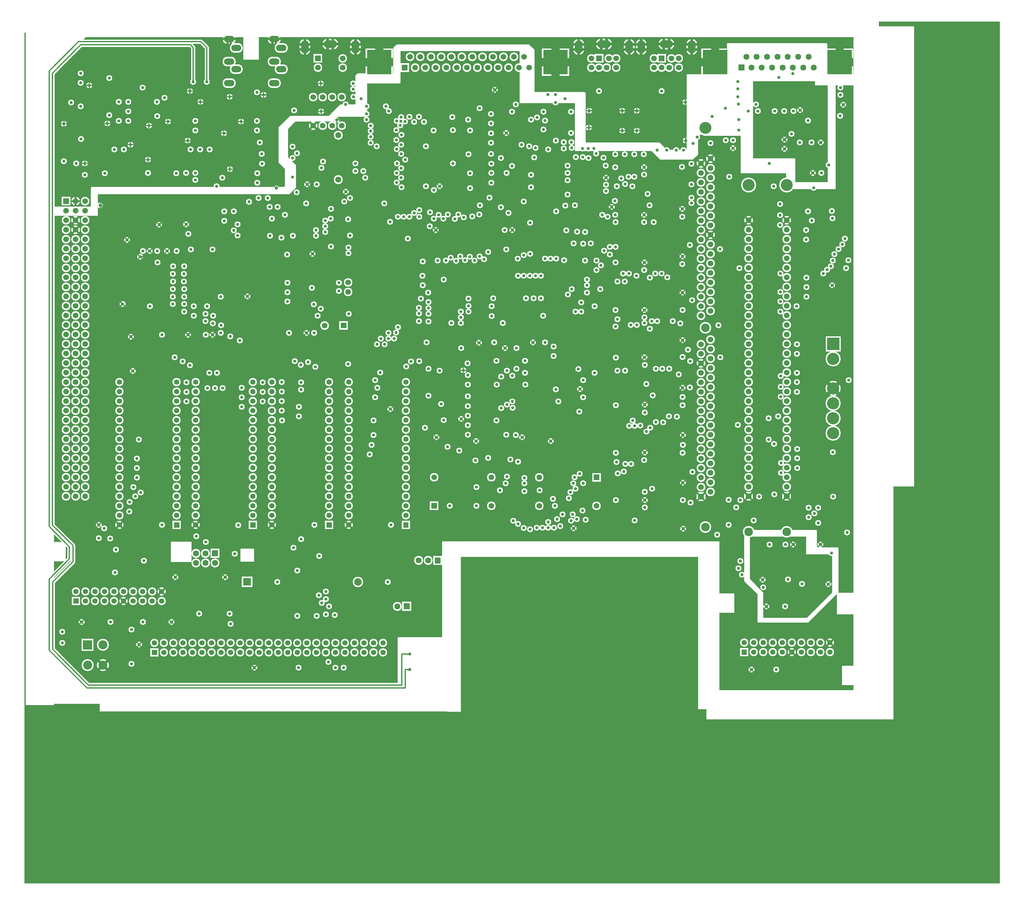
<source format=gbr>
%FSLAX34Y34*%
%MOMM*%
%LNCOPPER_INNER2*%
G71*
G01*
%ADD10C,1.600*%
%ADD11C,2.200*%
%ADD12C,2.300*%
%ADD13C,2.400*%
%ADD14C,2.320*%
%ADD15C,2.320*%
%ADD16C,4.000*%
%ADD17C,3.100*%
%ADD18C,4.000*%
%ADD19C,3.100*%
%ADD20C,2.320*%
%ADD21C,2.800*%
%ADD22C,2.600*%
%ADD23C,2.900*%
%ADD24C,4.050*%
%ADD25C,3.200*%
%ADD26C,2.400*%
%ADD27C,1.100*%
%ADD28C,0.200*%
%ADD29C,0.150*%
%ADD30C,0.267*%
%ADD31C,0.467*%
%ADD32C,0.500*%
%ADD33C,0.533*%
%ADD34C,2.167*%
%ADD35C,0.507*%
%ADD36C,0.667*%
%ADD37C,0.600*%
%ADD38C,0.700*%
%ADD39C,1.083*%
%ADD40C,0.800*%
%ADD41C,0.800*%
%ADD42C,1.400*%
%ADD43C,1.500*%
%ADD44C,1.600*%
%ADD45C,1.520*%
%ADD46C,1.520*%
%ADD47C,3.200*%
%ADD48C,2.300*%
%ADD49C,3.200*%
%ADD50C,2.300*%
%ADD51C,1.520*%
%ADD52C,2.000*%
%ADD53C,1.800*%
%ADD54C,2.100*%
%ADD55C,3.250*%
%ADD56C,2.400*%
%ADD57C,1.600*%
%ADD58C,0.300*%
%LPD*%
G36*
X-22000Y1806250D02*
X2578000Y1806250D01*
X2578000Y-493750D01*
X-22000Y-493750D01*
X-22000Y1806250D01*
G37*
%LPC*%
X2022839Y1506250D02*
G54D10*
D03*
X198854Y1533933D02*
G54D10*
D03*
X130195Y203933D02*
G54D10*
D03*
X1955581Y245151D02*
G54D10*
D03*
X948366Y975274D02*
G54D10*
D03*
G36*
X984138Y451831D02*
X984138Y473831D01*
X1006138Y473831D01*
X1006138Y451831D01*
X984138Y451831D01*
G37*
X995138Y488231D02*
G54D11*
D03*
X995138Y513631D02*
G54D11*
D03*
X995138Y539031D02*
G54D11*
D03*
X995138Y564431D02*
G54D11*
D03*
X995138Y589831D02*
G54D11*
D03*
X995138Y615231D02*
G54D11*
D03*
X995138Y640631D02*
G54D11*
D03*
X995138Y666031D02*
G54D11*
D03*
X995138Y691431D02*
G54D11*
D03*
X995138Y716831D02*
G54D11*
D03*
X995138Y742231D02*
G54D11*
D03*
X995138Y767631D02*
G54D11*
D03*
X995138Y793031D02*
G54D11*
D03*
X995138Y818431D02*
G54D11*
D03*
X995138Y843831D02*
G54D11*
D03*
X842738Y843831D02*
G54D11*
D03*
X842738Y818431D02*
G54D11*
D03*
X842738Y793031D02*
G54D11*
D03*
X842738Y767631D02*
G54D11*
D03*
X842738Y742231D02*
G54D11*
D03*
X842738Y716831D02*
G54D11*
D03*
X842738Y691431D02*
G54D11*
D03*
X842738Y666031D02*
G54D11*
D03*
X842738Y640631D02*
G54D11*
D03*
X842738Y615231D02*
G54D11*
D03*
X842738Y589831D02*
G54D11*
D03*
X842738Y564431D02*
G54D11*
D03*
X842738Y539031D02*
G54D11*
D03*
X842738Y513631D02*
G54D11*
D03*
X842738Y488231D02*
G54D11*
D03*
X842738Y462831D02*
G54D11*
D03*
G36*
X779351Y451831D02*
X779351Y473831D01*
X801351Y473831D01*
X801351Y451831D01*
X779351Y451831D01*
G37*
X790351Y488231D02*
G54D11*
D03*
X790351Y513631D02*
G54D11*
D03*
X790351Y539031D02*
G54D11*
D03*
X790351Y564431D02*
G54D11*
D03*
X790351Y589831D02*
G54D11*
D03*
X790351Y615231D02*
G54D11*
D03*
X790351Y640631D02*
G54D11*
D03*
X790351Y666031D02*
G54D11*
D03*
X790351Y691431D02*
G54D11*
D03*
X790351Y716831D02*
G54D11*
D03*
X790351Y742231D02*
G54D11*
D03*
X790351Y767631D02*
G54D11*
D03*
X790351Y793031D02*
G54D11*
D03*
X790351Y818431D02*
G54D11*
D03*
X790351Y843831D02*
G54D11*
D03*
X637951Y843831D02*
G54D11*
D03*
X637951Y818431D02*
G54D11*
D03*
X637951Y793031D02*
G54D11*
D03*
X637951Y767631D02*
G54D11*
D03*
X637951Y742231D02*
G54D11*
D03*
X637951Y716831D02*
G54D11*
D03*
X637951Y691431D02*
G54D11*
D03*
X637951Y666031D02*
G54D11*
D03*
X637951Y640631D02*
G54D11*
D03*
X637951Y615231D02*
G54D11*
D03*
X637951Y589831D02*
G54D11*
D03*
X637951Y564431D02*
G54D11*
D03*
X637951Y539031D02*
G54D11*
D03*
X637951Y513631D02*
G54D11*
D03*
X637951Y488231D02*
G54D11*
D03*
X637951Y462831D02*
G54D11*
D03*
G36*
X576151Y451831D02*
X576151Y473831D01*
X598151Y473831D01*
X598151Y451831D01*
X576151Y451831D01*
G37*
X587151Y488231D02*
G54D11*
D03*
X587151Y513631D02*
G54D11*
D03*
X587151Y539031D02*
G54D11*
D03*
X587151Y564431D02*
G54D11*
D03*
X587151Y589831D02*
G54D11*
D03*
X587151Y615231D02*
G54D11*
D03*
X587151Y640631D02*
G54D11*
D03*
X587151Y666031D02*
G54D11*
D03*
X587151Y691431D02*
G54D11*
D03*
X587151Y716831D02*
G54D11*
D03*
X587151Y742231D02*
G54D11*
D03*
X587151Y767631D02*
G54D11*
D03*
X587151Y793031D02*
G54D11*
D03*
X587151Y818431D02*
G54D11*
D03*
X587151Y843831D02*
G54D11*
D03*
X434751Y843831D02*
G54D11*
D03*
X434751Y818431D02*
G54D11*
D03*
X434751Y793031D02*
G54D11*
D03*
X434751Y767631D02*
G54D11*
D03*
X434751Y742231D02*
G54D11*
D03*
X434751Y716831D02*
G54D11*
D03*
X434751Y691431D02*
G54D11*
D03*
X434751Y666031D02*
G54D11*
D03*
X434751Y640631D02*
G54D11*
D03*
X434751Y615231D02*
G54D11*
D03*
X434751Y589831D02*
G54D11*
D03*
X434751Y564431D02*
G54D11*
D03*
X434751Y539031D02*
G54D11*
D03*
X434751Y513631D02*
G54D11*
D03*
X434751Y488231D02*
G54D11*
D03*
X434751Y462831D02*
G54D11*
D03*
G36*
X372951Y451831D02*
X372951Y473831D01*
X394951Y473831D01*
X394951Y451831D01*
X372951Y451831D01*
G37*
X383951Y488231D02*
G54D11*
D03*
X383951Y513631D02*
G54D11*
D03*
X383951Y539031D02*
G54D11*
D03*
X383951Y564431D02*
G54D11*
D03*
X383951Y589831D02*
G54D11*
D03*
X383951Y615231D02*
G54D11*
D03*
X383951Y640631D02*
G54D11*
D03*
X383951Y666031D02*
G54D11*
D03*
X383951Y691431D02*
G54D11*
D03*
X383951Y716831D02*
G54D11*
D03*
X383951Y742231D02*
G54D11*
D03*
X383951Y767631D02*
G54D11*
D03*
X383951Y793031D02*
G54D11*
D03*
X383951Y818431D02*
G54D11*
D03*
X383951Y843831D02*
G54D11*
D03*
X231551Y843831D02*
G54D11*
D03*
X231551Y818431D02*
G54D11*
D03*
X231551Y793031D02*
G54D11*
D03*
X231551Y767631D02*
G54D11*
D03*
X231551Y742231D02*
G54D11*
D03*
X231551Y716831D02*
G54D11*
D03*
X231551Y691431D02*
G54D11*
D03*
X231551Y666031D02*
G54D11*
D03*
X231551Y640631D02*
G54D11*
D03*
X231551Y615231D02*
G54D11*
D03*
X231551Y589831D02*
G54D11*
D03*
X231551Y564431D02*
G54D11*
D03*
X231551Y539031D02*
G54D11*
D03*
X231551Y513631D02*
G54D11*
D03*
X231551Y488231D02*
G54D11*
D03*
X231551Y462831D02*
G54D11*
D03*
X1070200Y590350D02*
G54D12*
D03*
X1222600Y590350D02*
G54D12*
D03*
X1222601Y514150D02*
G54D12*
D03*
G36*
X1058700Y525650D02*
X1081700Y525650D01*
X1081700Y502650D01*
X1058700Y502650D01*
X1058700Y525650D01*
G37*
X1503236Y513765D02*
G54D12*
D03*
X1350835Y513765D02*
G54D12*
D03*
X1350835Y589965D02*
G54D12*
D03*
G36*
X1514736Y578465D02*
X1491736Y578465D01*
X1491736Y601465D01*
X1514736Y601465D01*
X1514736Y578465D01*
G37*
G36*
X1885750Y134158D02*
X1907750Y134158D01*
X1907750Y112158D01*
X1885750Y112158D01*
X1885750Y134158D01*
G37*
X1896750Y148558D02*
G54D11*
D03*
X1922150Y123158D02*
G54D11*
D03*
X1922150Y148558D02*
G54D11*
D03*
X1947550Y123158D02*
G54D11*
D03*
X1947550Y148558D02*
G54D11*
D03*
X1972950Y123158D02*
G54D11*
D03*
X1972950Y148558D02*
G54D11*
D03*
X1998350Y123158D02*
G54D11*
D03*
X1998350Y148558D02*
G54D11*
D03*
X2023750Y123158D02*
G54D11*
D03*
X2023750Y148558D02*
G54D11*
D03*
X2049150Y123158D02*
G54D11*
D03*
X2049150Y148558D02*
G54D11*
D03*
X2074550Y123158D02*
G54D11*
D03*
X2074550Y148558D02*
G54D11*
D03*
X2099950Y123158D02*
G54D11*
D03*
X2099950Y148558D02*
G54D11*
D03*
X2125350Y123158D02*
G54D11*
D03*
X2125350Y148558D02*
G54D11*
D03*
G36*
X104575Y270683D02*
X126575Y270683D01*
X126575Y248683D01*
X104575Y248683D01*
X104575Y270683D01*
G37*
X115575Y285083D02*
G54D11*
D03*
X140975Y259683D02*
G54D11*
D03*
X140975Y285083D02*
G54D11*
D03*
X166375Y259683D02*
G54D11*
D03*
X166375Y285083D02*
G54D11*
D03*
X191775Y259683D02*
G54D11*
D03*
X191775Y285083D02*
G54D11*
D03*
X217175Y259683D02*
G54D11*
D03*
X217175Y285083D02*
G54D11*
D03*
X242575Y259683D02*
G54D11*
D03*
X242575Y285083D02*
G54D11*
D03*
X267975Y259683D02*
G54D11*
D03*
X267975Y285083D02*
G54D11*
D03*
X293375Y259683D02*
G54D11*
D03*
X293375Y285083D02*
G54D11*
D03*
X318775Y259683D02*
G54D11*
D03*
X318775Y285083D02*
G54D11*
D03*
X344175Y259683D02*
G54D11*
D03*
X344175Y285083D02*
G54D11*
D03*
G36*
X313758Y133865D02*
X335758Y133865D01*
X335758Y111865D01*
X313758Y111865D01*
X313758Y133865D01*
G37*
X324758Y148265D02*
G54D11*
D03*
X350158Y122865D02*
G54D11*
D03*
X350158Y148265D02*
G54D11*
D03*
X375557Y122865D02*
G54D11*
D03*
X375558Y148265D02*
G54D11*
D03*
X400957Y122865D02*
G54D11*
D03*
X400958Y148265D02*
G54D11*
D03*
X426358Y122865D02*
G54D11*
D03*
X426358Y148265D02*
G54D11*
D03*
X451758Y122865D02*
G54D11*
D03*
X451758Y148265D02*
G54D11*
D03*
X477157Y122865D02*
G54D11*
D03*
X477158Y148265D02*
G54D11*
D03*
X502558Y122865D02*
G54D11*
D03*
X502558Y148265D02*
G54D11*
D03*
X527958Y122865D02*
G54D11*
D03*
X527958Y148265D02*
G54D11*
D03*
X553358Y122865D02*
G54D11*
D03*
X553358Y148265D02*
G54D11*
D03*
X578758Y122865D02*
G54D11*
D03*
X578758Y148265D02*
G54D11*
D03*
X604158Y122865D02*
G54D11*
D03*
X604158Y148265D02*
G54D11*
D03*
X629558Y122865D02*
G54D11*
D03*
X629558Y148265D02*
G54D11*
D03*
X654958Y122865D02*
G54D11*
D03*
X654958Y148265D02*
G54D11*
D03*
X680358Y122865D02*
G54D11*
D03*
X680358Y148265D02*
G54D11*
D03*
X705758Y122865D02*
G54D11*
D03*
X705758Y148265D02*
G54D11*
D03*
X731158Y122865D02*
G54D11*
D03*
X731158Y148265D02*
G54D11*
D03*
X756558Y122865D02*
G54D11*
D03*
X756558Y148265D02*
G54D11*
D03*
X781958Y122865D02*
G54D11*
D03*
X781958Y148265D02*
G54D11*
D03*
X807358Y122865D02*
G54D11*
D03*
X807358Y148265D02*
G54D11*
D03*
X832758Y122865D02*
G54D11*
D03*
X832758Y148265D02*
G54D11*
D03*
X858158Y122865D02*
G54D11*
D03*
X858158Y148265D02*
G54D11*
D03*
X883558Y122865D02*
G54D11*
D03*
X883558Y148265D02*
G54D11*
D03*
X908958Y122865D02*
G54D11*
D03*
X908958Y148265D02*
G54D11*
D03*
X934358Y122865D02*
G54D11*
D03*
X934358Y148265D02*
G54D11*
D03*
G36*
X1901252Y1671208D02*
X1877252Y1671208D01*
X1877252Y1695208D01*
X1901252Y1695208D01*
X1901252Y1671208D01*
G37*
X1915952Y1683208D02*
G54D13*
D03*
X1943652Y1683208D02*
G54D13*
D03*
X1971352Y1683208D02*
G54D13*
D03*
X1998952Y1683208D02*
G54D13*
D03*
X2026652Y1683208D02*
G54D13*
D03*
X2054352Y1683208D02*
G54D13*
D03*
X2082052Y1683208D02*
G54D13*
D03*
X1902252Y1711608D02*
G54D13*
D03*
X1929952Y1711608D02*
G54D13*
D03*
X1957552Y1711608D02*
G54D13*
D03*
X1985252Y1711608D02*
G54D13*
D03*
X2012952Y1711608D02*
G54D13*
D03*
X2040652Y1711608D02*
G54D13*
D03*
X2068352Y1711608D02*
G54D13*
D03*
G36*
X2114560Y1734147D02*
X2187560Y1734147D01*
X2187560Y1661147D01*
X2114560Y1661147D01*
X2114560Y1734147D01*
G37*
G36*
X1782772Y1734147D02*
X1855772Y1734147D01*
X1855772Y1661147D01*
X1782772Y1661147D01*
X1782772Y1734147D01*
G37*
G36*
X1357324Y1734147D02*
X1430324Y1734147D01*
X1430324Y1661147D01*
X1357324Y1661147D01*
X1357324Y1734147D01*
G37*
G36*
X887424Y1734147D02*
X960424Y1734147D01*
X960424Y1661147D01*
X887424Y1661147D01*
X887424Y1734147D01*
G37*
G36*
X1003341Y1671608D02*
X980141Y1671608D01*
X980141Y1694808D01*
X1003341Y1694808D01*
X1003341Y1671608D01*
G37*
X1019441Y1683208D02*
G54D14*
D03*
X1047041Y1683208D02*
G54D14*
D03*
X1074741Y1683208D02*
G54D14*
D03*
X1102441Y1683208D02*
G54D14*
D03*
X1130141Y1683208D02*
G54D14*
D03*
X1157841Y1683208D02*
G54D14*
D03*
X1185541Y1683208D02*
G54D14*
D03*
X1213241Y1683208D02*
G54D14*
D03*
X1240841Y1683208D02*
G54D14*
D03*
X1268541Y1683208D02*
G54D14*
D03*
X1296241Y1683208D02*
G54D14*
D03*
X1323941Y1683208D02*
G54D14*
D03*
X1005641Y1711608D02*
G54D14*
D03*
X1033341Y1711608D02*
G54D14*
D03*
X1062041Y1711608D02*
G54D14*
D03*
X1088741Y1711608D02*
G54D14*
D03*
X1116441Y1711608D02*
G54D14*
D03*
X1144141Y1711608D02*
G54D14*
D03*
X1171841Y1711608D02*
G54D14*
D03*
X1199441Y1711608D02*
G54D14*
D03*
X1227141Y1711608D02*
G54D14*
D03*
X1254841Y1711608D02*
G54D14*
D03*
X1282541Y1711608D02*
G54D14*
D03*
X1310241Y1711608D02*
G54D14*
D03*
G36*
X1998400Y527950D02*
X1998400Y551150D01*
X2021600Y551150D01*
X2021600Y527950D01*
X1998400Y527950D01*
G37*
X2010000Y564950D02*
G54D15*
D03*
X2010000Y590350D02*
G54D15*
D03*
X2010000Y615750D02*
G54D15*
D03*
X2010000Y641150D02*
G54D15*
D03*
X2010000Y666550D02*
G54D15*
D03*
X2010000Y691950D02*
G54D15*
D03*
X2010000Y717350D02*
G54D15*
D03*
X2010000Y742750D02*
G54D15*
D03*
X2010000Y768150D02*
G54D15*
D03*
X2010000Y793550D02*
G54D15*
D03*
X2010000Y818950D02*
G54D15*
D03*
X2010000Y844350D02*
G54D15*
D03*
X2010000Y869750D02*
G54D15*
D03*
X2010000Y895150D02*
G54D15*
D03*
X2010000Y920550D02*
G54D15*
D03*
X2010000Y945950D02*
G54D15*
D03*
X2010000Y971350D02*
G54D15*
D03*
X2010000Y996750D02*
G54D15*
D03*
X2010000Y1022150D02*
G54D15*
D03*
X2010000Y1047550D02*
G54D15*
D03*
X2010000Y1072950D02*
G54D15*
D03*
X2010000Y1098350D02*
G54D15*
D03*
X2010000Y1123750D02*
G54D15*
D03*
X2010000Y1149150D02*
G54D15*
D03*
X2010000Y1174550D02*
G54D15*
D03*
X2010000Y1199950D02*
G54D15*
D03*
X2010000Y1225350D02*
G54D15*
D03*
X2010000Y1250750D02*
G54D15*
D03*
X2010000Y1276150D02*
G54D15*
D03*
G36*
X1896800Y527950D02*
X1896800Y551150D01*
X1920000Y551150D01*
X1920000Y527950D01*
X1896800Y527950D01*
G37*
X1908400Y564950D02*
G54D15*
D03*
X1908400Y590350D02*
G54D15*
D03*
X1908400Y615750D02*
G54D15*
D03*
X1908400Y641150D02*
G54D15*
D03*
X1908400Y666550D02*
G54D15*
D03*
X1908400Y691950D02*
G54D15*
D03*
X1908400Y717350D02*
G54D15*
D03*
X1908400Y742750D02*
G54D15*
D03*
X1908400Y768150D02*
G54D15*
D03*
X1908400Y793550D02*
G54D15*
D03*
X1908400Y818950D02*
G54D15*
D03*
X1908400Y844350D02*
G54D15*
D03*
X1908400Y869750D02*
G54D15*
D03*
X1908400Y895150D02*
G54D15*
D03*
X1908400Y920550D02*
G54D15*
D03*
X1908400Y945950D02*
G54D15*
D03*
X1908400Y971350D02*
G54D15*
D03*
X1908400Y996750D02*
G54D15*
D03*
X1908400Y1022150D02*
G54D15*
D03*
X1908400Y1047550D02*
G54D15*
D03*
X1908400Y1072950D02*
G54D15*
D03*
X1908400Y1098350D02*
G54D15*
D03*
X1908400Y1123750D02*
G54D15*
D03*
X1908400Y1149150D02*
G54D15*
D03*
X1908400Y1174550D02*
G54D15*
D03*
X1908400Y1199950D02*
G54D15*
D03*
X1908400Y1225350D02*
G54D15*
D03*
X1908400Y1250750D02*
G54D15*
D03*
X1908400Y1276150D02*
G54D15*
D03*
X1908400Y1369812D02*
G54D16*
D03*
X2010000Y1369812D02*
G54D16*
D03*
X1908400Y444300D02*
G54D17*
D03*
X2010000Y444300D02*
G54D17*
D03*
X1781674Y716222D02*
G54D15*
D03*
X1781674Y741622D02*
G54D15*
D03*
X1781674Y767022D02*
G54D15*
D03*
X1781674Y792422D02*
G54D15*
D03*
X1781674Y817822D02*
G54D15*
D03*
X1781674Y843222D02*
G54D15*
D03*
X1781674Y868622D02*
G54D15*
D03*
X1781674Y894022D02*
G54D15*
D03*
X1781674Y919422D02*
G54D15*
D03*
X1781674Y944822D02*
G54D15*
D03*
X1781674Y1021022D02*
G54D15*
D03*
X1781674Y1046422D02*
G54D15*
D03*
X1781674Y1071822D02*
G54D15*
D03*
X1781674Y1097222D02*
G54D15*
D03*
X1781674Y1122622D02*
G54D15*
D03*
X1781674Y1148022D02*
G54D15*
D03*
X1781674Y1173422D02*
G54D15*
D03*
X1781674Y1198822D02*
G54D15*
D03*
X1781674Y1224222D02*
G54D15*
D03*
X1781674Y1249622D02*
G54D15*
D03*
X1781674Y1275022D02*
G54D15*
D03*
X1781674Y1300422D02*
G54D15*
D03*
X1781674Y1325822D02*
G54D15*
D03*
X1781674Y1351222D02*
G54D15*
D03*
X1781674Y1376622D02*
G54D15*
D03*
X1781674Y1402022D02*
G54D15*
D03*
X1781674Y1427422D02*
G54D15*
D03*
X1807074Y728922D02*
G54D15*
D03*
X1807074Y754322D02*
G54D15*
D03*
X1807074Y779722D02*
G54D15*
D03*
X1807074Y805122D02*
G54D15*
D03*
X1807074Y830522D02*
G54D15*
D03*
X1807074Y855922D02*
G54D15*
D03*
X1807074Y881322D02*
G54D15*
D03*
X1807074Y906722D02*
G54D15*
D03*
X1807074Y932122D02*
G54D15*
D03*
X1807074Y957522D02*
G54D15*
D03*
X1807074Y1033722D02*
G54D15*
D03*
X1807074Y1059122D02*
G54D15*
D03*
X1807074Y1084522D02*
G54D15*
D03*
X1807074Y1109922D02*
G54D15*
D03*
X1807074Y1135322D02*
G54D15*
D03*
X1807074Y1160722D02*
G54D15*
D03*
X1807074Y1186122D02*
G54D15*
D03*
X1807074Y1211522D02*
G54D15*
D03*
X1807074Y1236922D02*
G54D15*
D03*
X1807074Y1262322D02*
G54D15*
D03*
X1807074Y1287722D02*
G54D15*
D03*
X1807074Y1313122D02*
G54D15*
D03*
X1807074Y1338522D02*
G54D15*
D03*
X1807074Y1363922D02*
G54D15*
D03*
X1807074Y1389322D02*
G54D15*
D03*
X1807074Y1414722D02*
G54D15*
D03*
X1807074Y1440122D02*
G54D15*
D03*
G36*
X1770074Y526822D02*
X1770074Y550022D01*
X1793274Y550022D01*
X1793274Y526822D01*
X1770074Y526822D01*
G37*
X1781674Y563822D02*
G54D15*
D03*
X1781674Y589222D02*
G54D15*
D03*
X1781674Y614622D02*
G54D15*
D03*
X1781674Y640022D02*
G54D15*
D03*
X1781674Y665422D02*
G54D15*
D03*
X1781674Y690822D02*
G54D15*
D03*
X1807074Y551122D02*
G54D15*
D03*
X1807074Y576522D02*
G54D15*
D03*
X1807074Y601922D02*
G54D15*
D03*
X1807074Y627322D02*
G54D15*
D03*
X1807074Y652722D02*
G54D15*
D03*
X1807074Y678122D02*
G54D15*
D03*
X1807074Y703522D02*
G54D15*
D03*
X1793306Y1522212D02*
G54D18*
D03*
X1793306Y988812D02*
G54D19*
D03*
X1793306Y457000D02*
G54D19*
D03*
X139925Y590350D02*
G54D20*
D03*
X139925Y615750D02*
G54D20*
D03*
X139925Y641150D02*
G54D20*
D03*
X139925Y666550D02*
G54D20*
D03*
X139925Y691950D02*
G54D20*
D03*
X139925Y717350D02*
G54D20*
D03*
X139925Y742750D02*
G54D20*
D03*
X139925Y768150D02*
G54D20*
D03*
X139925Y793550D02*
G54D20*
D03*
X139925Y818950D02*
G54D20*
D03*
X139925Y844350D02*
G54D20*
D03*
X139925Y869750D02*
G54D20*
D03*
X139925Y895150D02*
G54D20*
D03*
X139925Y920550D02*
G54D20*
D03*
X139925Y945950D02*
G54D20*
D03*
X139925Y971350D02*
G54D20*
D03*
X139925Y996750D02*
G54D20*
D03*
X139925Y1022150D02*
G54D20*
D03*
X139925Y1047550D02*
G54D20*
D03*
X139925Y1072950D02*
G54D20*
D03*
X139925Y1098350D02*
G54D20*
D03*
X139925Y1123750D02*
G54D20*
D03*
X139925Y1149150D02*
G54D20*
D03*
X139925Y1174550D02*
G54D20*
D03*
X139925Y1199950D02*
G54D20*
D03*
X139925Y1225350D02*
G54D20*
D03*
X139925Y1250750D02*
G54D20*
D03*
X139925Y1276150D02*
G54D20*
D03*
X139925Y1301550D02*
G54D20*
D03*
X139925Y1326950D02*
G54D20*
D03*
X114525Y590350D02*
G54D20*
D03*
X114525Y615750D02*
G54D20*
D03*
X114525Y641150D02*
G54D20*
D03*
X114525Y666550D02*
G54D20*
D03*
X114525Y691950D02*
G54D20*
D03*
X114525Y717350D02*
G54D20*
D03*
X114525Y742750D02*
G54D20*
D03*
X114525Y768150D02*
G54D20*
D03*
X114525Y793550D02*
G54D20*
D03*
X114525Y818950D02*
G54D20*
D03*
X114525Y844350D02*
G54D20*
D03*
X114525Y869750D02*
G54D20*
D03*
X114525Y895150D02*
G54D20*
D03*
X114525Y920550D02*
G54D20*
D03*
X114525Y945950D02*
G54D20*
D03*
X114525Y971350D02*
G54D20*
D03*
X114525Y996750D02*
G54D20*
D03*
X114525Y1022150D02*
G54D20*
D03*
X114525Y1047550D02*
G54D20*
D03*
X114525Y1072950D02*
G54D20*
D03*
X114525Y1098350D02*
G54D20*
D03*
X114525Y1123750D02*
G54D20*
D03*
X114525Y1149150D02*
G54D20*
D03*
X114525Y1174550D02*
G54D20*
D03*
X114525Y1199950D02*
G54D20*
D03*
X114525Y1225350D02*
G54D20*
D03*
X114525Y1250750D02*
G54D20*
D03*
X114525Y1276150D02*
G54D20*
D03*
X114525Y1301550D02*
G54D20*
D03*
X114525Y1326950D02*
G54D20*
D03*
X89125Y590350D02*
G54D20*
D03*
X89125Y615750D02*
G54D20*
D03*
X89125Y641150D02*
G54D20*
D03*
X89125Y666550D02*
G54D20*
D03*
X89125Y691950D02*
G54D20*
D03*
X89125Y717350D02*
G54D20*
D03*
X89125Y742750D02*
G54D20*
D03*
X89125Y768150D02*
G54D20*
D03*
X89125Y793550D02*
G54D20*
D03*
X89125Y818950D02*
G54D20*
D03*
X89125Y844350D02*
G54D20*
D03*
X89125Y869750D02*
G54D20*
D03*
X89125Y895150D02*
G54D20*
D03*
X89125Y920550D02*
G54D20*
D03*
X89125Y945950D02*
G54D20*
D03*
X89125Y971350D02*
G54D20*
D03*
X89125Y996750D02*
G54D20*
D03*
X89125Y1022150D02*
G54D20*
D03*
X89125Y1047550D02*
G54D20*
D03*
X89125Y1072950D02*
G54D20*
D03*
X89125Y1098350D02*
G54D20*
D03*
X89125Y1123750D02*
G54D20*
D03*
X89125Y1149150D02*
G54D20*
D03*
X89125Y1174550D02*
G54D20*
D03*
X89125Y1199950D02*
G54D20*
D03*
X89125Y1225350D02*
G54D20*
D03*
X89125Y1250750D02*
G54D20*
D03*
X89125Y1276150D02*
G54D20*
D03*
X89125Y1301550D02*
G54D20*
D03*
G36*
X77525Y1315350D02*
X77525Y1338550D01*
X100725Y1338550D01*
X100725Y1315350D01*
X77525Y1315350D01*
G37*
X139925Y539550D02*
G54D20*
D03*
X139925Y564950D02*
G54D20*
D03*
X114525Y539550D02*
G54D20*
D03*
X114525Y564950D02*
G54D20*
D03*
X89125Y539550D02*
G54D20*
D03*
X89125Y564950D02*
G54D20*
D03*
G36*
X498000Y375150D02*
X474000Y375150D01*
X474000Y399150D01*
X498000Y399150D01*
X498000Y375150D01*
G37*
X486000Y361750D02*
G54D13*
D03*
X460600Y387150D02*
G54D13*
D03*
X460600Y361750D02*
G54D13*
D03*
X435200Y387150D02*
G54D13*
D03*
X435200Y361750D02*
G54D13*
D03*
X840806Y1109859D02*
G54D12*
D03*
X840806Y1084459D02*
G54D12*
D03*
G36*
X1091725Y356100D02*
X1067725Y356100D01*
X1067725Y380100D01*
X1091725Y380100D01*
X1091725Y356100D01*
G37*
X1054325Y368100D02*
G54D13*
D03*
X1028925Y368100D02*
G54D13*
D03*
G36*
X1009175Y233862D02*
X985175Y233862D01*
X985175Y257862D01*
X1009175Y257862D01*
X1009175Y233862D01*
G37*
X971775Y245862D02*
G54D13*
D03*
X867000Y310950D02*
G54D21*
D03*
G36*
X557725Y324950D02*
X585725Y324950D01*
X585725Y296950D01*
X557725Y296950D01*
X557725Y324950D01*
G37*
G36*
X840500Y983562D02*
X817300Y983562D01*
X817300Y1006762D01*
X840500Y1006762D01*
X840500Y983562D01*
G37*
X778100Y995163D02*
G54D15*
D03*
X747938Y1604762D02*
G54D12*
D03*
X773338Y1604762D02*
G54D12*
D03*
X798738Y1604762D02*
G54D12*
D03*
X824138Y1604762D02*
G54D12*
D03*
X747938Y1528562D02*
G54D12*
D03*
X773338Y1528562D02*
G54D12*
D03*
X798738Y1528562D02*
G54D12*
D03*
X824137Y1528562D02*
G54D12*
D03*
X519301Y1641918D02*
G54D22*
D03*
X520301Y1641918D02*
G54D22*
D03*
X521301Y1641918D02*
G54D22*
D03*
X522301Y1641918D02*
G54D22*
D03*
X523301Y1641918D02*
G54D22*
D03*
X524301Y1641918D02*
G54D22*
D03*
X525301Y1641918D02*
G54D22*
D03*
X526301Y1641918D02*
G54D22*
D03*
X527301Y1641918D02*
G54D22*
D03*
X528301Y1641918D02*
G54D22*
D03*
X538351Y1679224D02*
G54D22*
D03*
X539351Y1679224D02*
G54D22*
D03*
X540351Y1679224D02*
G54D22*
D03*
X541351Y1679224D02*
G54D22*
D03*
X542351Y1679224D02*
G54D22*
D03*
X543351Y1679224D02*
G54D22*
D03*
X544351Y1679224D02*
G54D22*
D03*
X545351Y1679224D02*
G54D22*
D03*
X546351Y1679224D02*
G54D22*
D03*
X547351Y1679224D02*
G54D22*
D03*
X519301Y1699068D02*
G54D22*
D03*
X520301Y1699068D02*
G54D22*
D03*
X521301Y1699068D02*
G54D22*
D03*
X522301Y1699068D02*
G54D22*
D03*
X523301Y1699068D02*
G54D22*
D03*
X524301Y1699068D02*
G54D22*
D03*
X525301Y1699068D02*
G54D22*
D03*
X526301Y1699068D02*
G54D22*
D03*
X527301Y1699068D02*
G54D22*
D03*
X528301Y1699068D02*
G54D22*
D03*
X538351Y1735580D02*
G54D22*
D03*
X539351Y1735580D02*
G54D22*
D03*
X540351Y1735580D02*
G54D22*
D03*
X541351Y1735580D02*
G54D22*
D03*
X542351Y1735580D02*
G54D22*
D03*
X543351Y1735580D02*
G54D22*
D03*
X544351Y1735580D02*
G54D22*
D03*
X545351Y1735580D02*
G54D22*
D03*
X546351Y1735580D02*
G54D22*
D03*
X547351Y1735580D02*
G54D22*
D03*
X519301Y1759393D02*
G54D22*
D03*
X520301Y1759393D02*
G54D22*
D03*
X521301Y1759393D02*
G54D22*
D03*
X522301Y1759393D02*
G54D22*
D03*
X523301Y1759393D02*
G54D22*
D03*
X524301Y1759393D02*
G54D22*
D03*
X525301Y1759393D02*
G54D22*
D03*
X526301Y1759393D02*
G54D22*
D03*
X527301Y1759393D02*
G54D22*
D03*
X528301Y1759393D02*
G54D22*
D03*
X639426Y1641918D02*
G54D22*
D03*
X640426Y1641918D02*
G54D22*
D03*
X641426Y1641918D02*
G54D22*
D03*
X642426Y1641918D02*
G54D22*
D03*
X643426Y1641918D02*
G54D22*
D03*
X644426Y1641918D02*
G54D22*
D03*
X645426Y1641918D02*
G54D22*
D03*
X646426Y1641918D02*
G54D22*
D03*
X647426Y1641918D02*
G54D22*
D03*
X648426Y1641918D02*
G54D22*
D03*
X658476Y1679224D02*
G54D22*
D03*
X659476Y1679224D02*
G54D22*
D03*
X660476Y1679224D02*
G54D22*
D03*
X661476Y1679224D02*
G54D22*
D03*
X662476Y1679224D02*
G54D22*
D03*
X663476Y1679224D02*
G54D22*
D03*
X664476Y1679224D02*
G54D22*
D03*
X665476Y1679224D02*
G54D22*
D03*
X666476Y1679224D02*
G54D22*
D03*
X667476Y1679224D02*
G54D22*
D03*
X639426Y1699068D02*
G54D22*
D03*
X640426Y1699068D02*
G54D22*
D03*
X641426Y1699068D02*
G54D22*
D03*
X642426Y1699068D02*
G54D22*
D03*
X643426Y1699068D02*
G54D22*
D03*
X644426Y1699068D02*
G54D22*
D03*
X645426Y1699068D02*
G54D22*
D03*
X646426Y1699068D02*
G54D22*
D03*
X647426Y1699068D02*
G54D22*
D03*
X648426Y1699068D02*
G54D22*
D03*
X658476Y1735580D02*
G54D22*
D03*
X659476Y1735580D02*
G54D22*
D03*
X660476Y1735580D02*
G54D22*
D03*
X661476Y1735580D02*
G54D22*
D03*
X662476Y1735580D02*
G54D22*
D03*
X663476Y1735580D02*
G54D22*
D03*
X664476Y1735580D02*
G54D22*
D03*
X665476Y1735580D02*
G54D22*
D03*
X666476Y1735580D02*
G54D22*
D03*
X667476Y1735580D02*
G54D22*
D03*
X639426Y1759393D02*
G54D22*
D03*
X640426Y1759393D02*
G54D22*
D03*
X641426Y1759393D02*
G54D22*
D03*
X642426Y1759393D02*
G54D22*
D03*
X643426Y1759393D02*
G54D22*
D03*
X644426Y1759393D02*
G54D22*
D03*
X645426Y1759393D02*
G54D22*
D03*
X646426Y1759393D02*
G54D22*
D03*
X647426Y1759393D02*
G54D22*
D03*
X648426Y1759393D02*
G54D22*
D03*
X1590259Y1745179D02*
G54D23*
D03*
X1590259Y1744179D02*
G54D23*
D03*
X1590259Y1743179D02*
G54D23*
D03*
X1590259Y1742179D02*
G54D23*
D03*
X1590259Y1741179D02*
G54D23*
D03*
X1590259Y1740179D02*
G54D23*
D03*
X1590259Y1739179D02*
G54D23*
D03*
X1590259Y1738179D02*
G54D23*
D03*
X1590259Y1737179D02*
G54D23*
D03*
X1590259Y1736179D02*
G54D23*
D03*
X1590259Y1735179D02*
G54D23*
D03*
X1590259Y1734179D02*
G54D23*
D03*
X1590259Y1733179D02*
G54D23*
D03*
X1590259Y1732179D02*
G54D23*
D03*
X1590259Y1731179D02*
G54D23*
D03*
X1455321Y1745179D02*
G54D23*
D03*
X1455321Y1744179D02*
G54D23*
D03*
X1455321Y1743179D02*
G54D23*
D03*
X1455321Y1742179D02*
G54D23*
D03*
X1455321Y1741179D02*
G54D23*
D03*
X1455321Y1740179D02*
G54D23*
D03*
X1455321Y1739179D02*
G54D23*
D03*
X1455321Y1738179D02*
G54D23*
D03*
X1455321Y1737179D02*
G54D23*
D03*
X1455321Y1736179D02*
G54D23*
D03*
X1455321Y1735179D02*
G54D23*
D03*
X1455321Y1734179D02*
G54D23*
D03*
X1455321Y1733179D02*
G54D23*
D03*
X1455321Y1732179D02*
G54D23*
D03*
X1455321Y1731179D02*
G54D23*
D03*
X1529790Y1746116D02*
G54D23*
D03*
X1528790Y1746116D02*
G54D23*
D03*
X1527790Y1746116D02*
G54D23*
D03*
X1526790Y1746116D02*
G54D23*
D03*
X1525790Y1746116D02*
G54D23*
D03*
X1524790Y1746116D02*
G54D23*
D03*
X1523790Y1746116D02*
G54D23*
D03*
X1522790Y1746116D02*
G54D23*
D03*
X1521790Y1746116D02*
G54D23*
D03*
X1520790Y1746116D02*
G54D23*
D03*
X1519790Y1746116D02*
G54D23*
D03*
X1518790Y1746116D02*
G54D23*
D03*
X1517790Y1746116D02*
G54D23*
D03*
X1516790Y1746116D02*
G54D23*
D03*
X1515790Y1746116D02*
G54D23*
D03*
X1489865Y1682822D02*
G54D12*
D03*
X1509865Y1682822D02*
G54D12*
D03*
X1529865Y1682822D02*
G54D12*
D03*
X1489865Y1707822D02*
G54D12*
D03*
G36*
X1498365Y1719322D02*
X1521365Y1719322D01*
X1521365Y1696322D01*
X1498365Y1696322D01*
X1498365Y1719322D01*
G37*
X1535865Y1707822D02*
G54D12*
D03*
X1555865Y1707822D02*
G54D12*
D03*
X1555865Y1682822D02*
G54D12*
D03*
X1756946Y1745179D02*
G54D23*
D03*
X1756946Y1744179D02*
G54D23*
D03*
X1756946Y1743179D02*
G54D23*
D03*
X1756946Y1742179D02*
G54D23*
D03*
X1756946Y1741179D02*
G54D23*
D03*
X1756946Y1740179D02*
G54D23*
D03*
X1756946Y1739179D02*
G54D23*
D03*
X1756946Y1738179D02*
G54D23*
D03*
X1756946Y1737179D02*
G54D23*
D03*
X1756946Y1736179D02*
G54D23*
D03*
X1756946Y1735179D02*
G54D23*
D03*
X1756946Y1734179D02*
G54D23*
D03*
X1756946Y1733179D02*
G54D23*
D03*
X1756946Y1732179D02*
G54D23*
D03*
X1756946Y1731179D02*
G54D23*
D03*
X1622009Y1745179D02*
G54D23*
D03*
X1622009Y1744179D02*
G54D23*
D03*
X1622009Y1743179D02*
G54D23*
D03*
X1622009Y1742179D02*
G54D23*
D03*
X1622009Y1741179D02*
G54D23*
D03*
X1622009Y1740179D02*
G54D23*
D03*
X1622009Y1739179D02*
G54D23*
D03*
X1622009Y1738179D02*
G54D23*
D03*
X1622009Y1737179D02*
G54D23*
D03*
X1622009Y1736179D02*
G54D23*
D03*
X1622009Y1735179D02*
G54D23*
D03*
X1622009Y1734179D02*
G54D23*
D03*
X1622009Y1733179D02*
G54D23*
D03*
X1622009Y1732179D02*
G54D23*
D03*
X1622009Y1731179D02*
G54D23*
D03*
X1696477Y1746116D02*
G54D23*
D03*
X1695478Y1746116D02*
G54D23*
D03*
X1694478Y1746116D02*
G54D23*
D03*
X1693478Y1746116D02*
G54D23*
D03*
X1692478Y1746116D02*
G54D23*
D03*
X1691478Y1746116D02*
G54D23*
D03*
X1690477Y1746116D02*
G54D23*
D03*
X1689477Y1746116D02*
G54D23*
D03*
X1688478Y1746116D02*
G54D23*
D03*
X1687478Y1746116D02*
G54D23*
D03*
X1686478Y1746116D02*
G54D23*
D03*
X1685478Y1746116D02*
G54D23*
D03*
X1684478Y1746116D02*
G54D23*
D03*
X1683477Y1746116D02*
G54D23*
D03*
X1682477Y1746116D02*
G54D23*
D03*
X1656552Y1682822D02*
G54D12*
D03*
X1676552Y1682822D02*
G54D12*
D03*
X1696552Y1682822D02*
G54D12*
D03*
X1656552Y1707822D02*
G54D12*
D03*
G36*
X1665052Y1719322D02*
X1688052Y1719322D01*
X1688052Y1696322D01*
X1665052Y1696322D01*
X1665052Y1719322D01*
G37*
X1702552Y1707822D02*
G54D12*
D03*
X1722552Y1707822D02*
G54D12*
D03*
X1722552Y1682822D02*
G54D12*
D03*
X860803Y1745179D02*
G54D23*
D03*
X860803Y1744179D02*
G54D23*
D03*
X860803Y1743179D02*
G54D23*
D03*
X860803Y1742179D02*
G54D23*
D03*
X860803Y1741179D02*
G54D23*
D03*
X860803Y1740179D02*
G54D23*
D03*
X860803Y1739179D02*
G54D23*
D03*
X860803Y1738179D02*
G54D23*
D03*
X860803Y1737179D02*
G54D23*
D03*
X860803Y1736179D02*
G54D23*
D03*
X860803Y1735179D02*
G54D23*
D03*
X860803Y1734179D02*
G54D23*
D03*
X860803Y1733179D02*
G54D23*
D03*
X860803Y1732179D02*
G54D23*
D03*
X860803Y1731179D02*
G54D23*
D03*
X725865Y1745179D02*
G54D23*
D03*
X725865Y1744179D02*
G54D23*
D03*
X725865Y1743179D02*
G54D23*
D03*
X725865Y1742179D02*
G54D23*
D03*
X725865Y1741179D02*
G54D23*
D03*
X725865Y1740179D02*
G54D23*
D03*
X725865Y1739179D02*
G54D23*
D03*
X725865Y1738179D02*
G54D23*
D03*
X725865Y1737179D02*
G54D23*
D03*
X725865Y1736179D02*
G54D23*
D03*
X725865Y1735179D02*
G54D23*
D03*
X725865Y1734179D02*
G54D23*
D03*
X725865Y1733179D02*
G54D23*
D03*
X725865Y1732179D02*
G54D23*
D03*
X725865Y1731179D02*
G54D23*
D03*
X800334Y1746117D02*
G54D23*
D03*
X799334Y1746117D02*
G54D23*
D03*
X798334Y1746117D02*
G54D23*
D03*
X797334Y1746117D02*
G54D23*
D03*
X796334Y1746117D02*
G54D23*
D03*
X795334Y1746117D02*
G54D23*
D03*
X794334Y1746117D02*
G54D23*
D03*
X793334Y1746117D02*
G54D23*
D03*
X792334Y1746117D02*
G54D23*
D03*
X791334Y1746117D02*
G54D23*
D03*
X790334Y1746117D02*
G54D23*
D03*
X789334Y1746117D02*
G54D23*
D03*
X788334Y1746117D02*
G54D23*
D03*
X787334Y1746117D02*
G54D23*
D03*
X786334Y1746117D02*
G54D23*
D03*
X760409Y1682822D02*
G54D12*
D03*
G36*
X748909Y1719322D02*
X771909Y1719322D01*
X771909Y1696322D01*
X748909Y1696322D01*
X748909Y1719322D01*
G37*
X826409Y1707822D02*
G54D12*
D03*
X826409Y1682822D02*
G54D12*
D03*
X2134222Y707825D02*
G54D24*
D03*
X2134222Y747512D02*
G54D24*
D03*
X2134222Y787200D02*
G54D24*
D03*
X2134222Y826887D02*
G54D24*
D03*
X2134222Y906262D02*
G54D24*
D03*
G36*
X2113972Y966200D02*
X2154472Y966200D01*
X2154472Y925700D01*
X2113972Y925700D01*
X2113972Y966200D01*
G37*
G36*
X130274Y158674D02*
X162274Y158674D01*
X162274Y126674D01*
X130274Y126674D01*
X130274Y158674D01*
G37*
X187550Y142675D02*
G54D25*
D03*
X146275Y88700D02*
G54D25*
D03*
X187550Y88700D02*
G54D25*
D03*
X1509938Y1620638D02*
G54D10*
D03*
X1676625Y1620638D02*
G54D10*
D03*
X1740125Y1590475D02*
G54D10*
D03*
X1811562Y1552375D02*
G54D10*
D03*
X1846488Y1574600D02*
G54D10*
D03*
X1881412Y1585712D02*
G54D10*
D03*
X1879776Y1605196D02*
G54D10*
D03*
X1879825Y1626194D02*
G54D10*
D03*
X1879825Y1646038D02*
G54D10*
D03*
X1928244Y1584919D02*
G54D10*
D03*
X1933006Y1567456D02*
G54D10*
D03*
X1907606Y1567456D02*
G54D10*
D03*
X1882206Y1544437D02*
G54D10*
D03*
X1882206Y1516656D02*
G54D10*
D03*
X1978250Y1567456D02*
G54D10*
D03*
X2003650Y1567456D02*
G54D10*
D03*
X2028256Y1567456D02*
G54D10*
D03*
X2045719Y1569837D02*
G54D10*
D03*
X2066931Y1541897D02*
G54D10*
D03*
X2045167Y1483454D02*
G54D10*
D03*
X2075881Y1483319D02*
G54D10*
D03*
X2100487Y1483319D02*
G54D10*
D03*
X2004444Y1491256D02*
G54D10*
D03*
X2004444Y1466650D02*
G54D10*
D03*
X1552800Y1452362D02*
G54D10*
D03*
X1578200Y1452362D02*
G54D10*
D03*
X1603600Y1452362D02*
G54D10*
D03*
X1629000Y1452362D02*
G54D10*
D03*
X1664719Y1462681D02*
G54D10*
D03*
X1690119Y1462681D02*
G54D10*
D03*
X1715519Y1462681D02*
G54D10*
D03*
X1735362Y1462681D02*
G54D10*
D03*
X1740919Y1488081D02*
G54D10*
D03*
X1771081Y1497606D02*
G54D10*
D03*
X1760762Y1480938D02*
G54D10*
D03*
X1806800Y1481731D02*
G54D10*
D03*
X1847281Y1488875D02*
G54D10*
D03*
X1867125Y1488875D02*
G54D10*
D03*
X1867125Y1468238D02*
G54D10*
D03*
X1496444Y1467444D02*
G54D10*
D03*
X1481362Y1467444D02*
G54D10*
D03*
X1465488Y1467444D02*
G54D10*
D03*
X1527400Y1421406D02*
G54D10*
D03*
X1521844Y1442838D02*
G54D10*
D03*
X1502000Y1453950D02*
G54D10*
D03*
X1482156Y1442044D02*
G54D10*
D03*
X1466281Y1444425D02*
G54D10*
D03*
X1448025Y1444425D02*
G54D10*
D03*
X1436912Y1469031D02*
G54D10*
D03*
X1415481Y1467444D02*
G54D10*
D03*
X1415481Y1484112D02*
G54D10*
D03*
X1436119Y1484112D02*
G54D10*
D03*
X1528194Y1353938D02*
G54D10*
D03*
X1528194Y1370606D02*
G54D10*
D03*
X1528194Y1389656D02*
G54D10*
D03*
X1629794Y1417438D02*
G54D10*
D03*
X1629794Y1397594D02*
G54D10*
D03*
X1603600Y1392038D02*
G54D10*
D03*
X1588519Y1392038D02*
G54D10*
D03*
X1568675Y1387275D02*
G54D10*
D03*
X1598838Y1366638D02*
G54D10*
D03*
X1578994Y1372194D02*
G54D10*
D03*
X1557562Y1366638D02*
G54D10*
D03*
X1639319Y1346000D02*
G54D10*
D03*
X1644081Y1315838D02*
G54D10*
D03*
X1629794Y1290438D02*
G54D10*
D03*
X1629794Y1270594D02*
G54D10*
D03*
X1655194Y1270594D02*
G54D10*
D03*
X1730600Y1418231D02*
G54D10*
D03*
X1756000Y1426962D02*
G54D10*
D03*
X1756000Y1371400D02*
G54D10*
D03*
X1756000Y1335681D02*
G54D10*
D03*
X1756000Y1321394D02*
G54D10*
D03*
X1856806Y1392038D02*
G54D10*
D03*
X1963962Y1427756D02*
G54D10*
D03*
X1975281Y1366637D02*
G54D10*
D03*
X1425800Y1382512D02*
G54D10*
D03*
X1425800Y1402356D02*
G54D10*
D03*
X1425800Y1421406D02*
G54D10*
D03*
X1328963Y1396800D02*
G54D10*
D03*
X1328963Y1364256D02*
G54D10*
D03*
X1425800Y1344412D02*
G54D10*
D03*
X1445644Y1315838D02*
G54D10*
D03*
X1420244Y1315044D02*
G54D10*
D03*
X1395638Y1299962D02*
G54D10*
D03*
X1422625Y1249162D02*
G54D10*
D03*
X1451200Y1245194D02*
G54D10*
D03*
X1472631Y1244400D02*
G54D10*
D03*
X1467075Y1213444D02*
G54D10*
D03*
X1441675Y1214238D02*
G54D10*
D03*
X1487712Y1214238D02*
G54D10*
D03*
X1472631Y1168200D02*
G54D10*
D03*
X1502794Y1168200D02*
G54D10*
D03*
X1523431Y1194394D02*
G54D10*
D03*
X1538512Y1184075D02*
G54D10*
D03*
X1538512Y1204712D02*
G54D10*
D03*
X1553594Y1204712D02*
G54D10*
D03*
X1514700Y1155500D02*
G54D10*
D03*
X1502794Y1142800D02*
G54D10*
D03*
X1559150Y1112638D02*
G54D10*
D03*
X1578200Y1112638D02*
G54D10*
D03*
X1574231Y1133275D02*
G54D10*
D03*
X1589312Y1133275D02*
G54D10*
D03*
X1609950Y1127719D02*
G54D10*
D03*
X1629794Y1142800D02*
G54D10*
D03*
X1630587Y1163438D02*
G54D10*
D03*
X1645669Y1122956D02*
G54D10*
D03*
X1659956Y1133275D02*
G54D10*
D03*
X1676625Y1133275D02*
G54D10*
D03*
X1691706Y1123750D02*
G54D10*
D03*
X1731394Y1158675D02*
G54D10*
D03*
X1732187Y1179313D02*
G54D10*
D03*
X1752031Y1209475D02*
G54D10*
D03*
X1832200Y1199156D02*
G54D10*
D03*
X1731394Y1306312D02*
G54D10*
D03*
X1731394Y1284881D02*
G54D10*
D03*
X1732187Y1036437D02*
G54D10*
D03*
X1757588Y1062631D02*
G54D10*
D03*
X1726631Y1000719D02*
G54D10*
D03*
X1705994Y1006275D02*
G54D10*
D03*
X1665116Y1006275D02*
G54D10*
D03*
X1650431Y1006275D02*
G54D10*
D03*
X1645669Y986431D02*
G54D10*
D03*
X1630588Y1001512D02*
G54D10*
D03*
X1630587Y1016594D02*
G54D10*
D03*
X1630587Y1036437D02*
G54D10*
D03*
X1610744Y996750D02*
G54D10*
D03*
X1594869Y996750D02*
G54D10*
D03*
X1747269Y930075D02*
G54D10*
D03*
X1752825Y899912D02*
G54D10*
D03*
X1732187Y911025D02*
G54D10*
D03*
X1722662Y864194D02*
G54D10*
D03*
X1697262Y879275D02*
G54D10*
D03*
X1678212Y879275D02*
G54D10*
D03*
X1661544Y879275D02*
G54D10*
D03*
X1477394Y1117400D02*
G54D10*
D03*
X1477394Y1102319D02*
G54D10*
D03*
X1477394Y1082475D02*
G54D10*
D03*
X1513112Y1092000D02*
G54D10*
D03*
X1436912Y1092000D02*
G54D10*
D03*
X1426594Y1077712D02*
G54D10*
D03*
X1462312Y1056281D02*
G54D10*
D03*
X1498031Y1046756D02*
G54D10*
D03*
X1462312Y1031675D02*
G54D10*
D03*
X1447231Y1031675D02*
G54D10*
D03*
X1631381Y889594D02*
G54D10*
D03*
X1630587Y910231D02*
G54D10*
D03*
X1636144Y838794D02*
G54D10*
D03*
X1652812Y808631D02*
G54D10*
D03*
X1498031Y868956D02*
G54D10*
D03*
X1455169Y878481D02*
G54D10*
D03*
X1467869Y849112D02*
G54D10*
D03*
X1459138Y825300D02*
G54D10*
D03*
X1467075Y803075D02*
G54D10*
D03*
X1394844Y824506D02*
G54D10*
D03*
X1401194Y792756D02*
G54D10*
D03*
X1388494Y913406D02*
G54D10*
D03*
X1388494Y938806D02*
G54D10*
D03*
X1366269Y949919D02*
G54D10*
D03*
X1333725Y949919D02*
G54D10*
D03*
X1312294Y900706D02*
G54D10*
D03*
X1312294Y868956D02*
G54D10*
D03*
X1289275Y879275D02*
G54D10*
D03*
X1278956Y861019D02*
G54D10*
D03*
X1263875Y874512D02*
G54D10*
D03*
X1248794Y858638D02*
G54D10*
D03*
X1236888Y837206D02*
G54D10*
D03*
X1313088Y837206D02*
G54D10*
D03*
X1236094Y900706D02*
G54D10*
D03*
X1259113Y934838D02*
G54D10*
D03*
X1289275Y934838D02*
G54D10*
D03*
X1230538Y949919D02*
G54D10*
D03*
X1190056Y949125D02*
G54D10*
D03*
X1142431Y934838D02*
G54D10*
D03*
X1159100Y894356D02*
G54D10*
D03*
X1147987Y875306D02*
G54D10*
D03*
X1159894Y862606D02*
G54D10*
D03*
X1278956Y792756D02*
G54D10*
D03*
X1279750Y775294D02*
G54D10*
D03*
X1263875Y784025D02*
G54D10*
D03*
X1248794Y774500D02*
G54D10*
D03*
X1236094Y741956D02*
G54D10*
D03*
X1262288Y703856D02*
G54D10*
D03*
X1287688Y703062D02*
G54D10*
D03*
X1305150Y696713D02*
G54D10*
D03*
X1182119Y686394D02*
G54D10*
D03*
X1159894Y703856D02*
G54D10*
D03*
X1159894Y729256D02*
G54D10*
D03*
X1142431Y745925D02*
G54D10*
D03*
X1159894Y754656D02*
G54D10*
D03*
X1159894Y780056D02*
G54D10*
D03*
X1159894Y806250D02*
G54D10*
D03*
X1159894Y837206D02*
G54D10*
D03*
X1457550Y764975D02*
G54D10*
D03*
X1590106Y726875D02*
G54D10*
D03*
X1599631Y741956D02*
G54D10*
D03*
X1604394Y726875D02*
G54D10*
D03*
X1620269Y727669D02*
G54D10*
D03*
X1636144Y711794D02*
G54D10*
D03*
X1646462Y722112D02*
G54D10*
D03*
X1661544Y737194D02*
G54D10*
D03*
X1631381Y762594D02*
G54D10*
D03*
X1631381Y784025D02*
G54D10*
D03*
X1680991Y736400D02*
G54D10*
D03*
X1696469Y752275D02*
G54D10*
D03*
X1717106Y751481D02*
G54D10*
D03*
X1732187Y782438D02*
G54D10*
D03*
X1732188Y803869D02*
G54D10*
D03*
X1732187Y828475D02*
G54D10*
D03*
X1752031Y829269D02*
G54D10*
D03*
X1879825Y730050D02*
G54D10*
D03*
X1961581Y691156D02*
G54D10*
D03*
X1976663Y679250D02*
G54D10*
D03*
X1994919Y628450D02*
G54D10*
D03*
X1994919Y602256D02*
G54D10*
D03*
X2037781Y614956D02*
G54D10*
D03*
X2037781Y641150D02*
G54D10*
D03*
X2037781Y665756D02*
G54D10*
D03*
X1961581Y747512D02*
G54D10*
D03*
X1986981Y752275D02*
G54D10*
D03*
X1994125Y805456D02*
G54D10*
D03*
X1994125Y831650D02*
G54D10*
D03*
X1994125Y860225D02*
G54D10*
D03*
X2036988Y818156D02*
G54D10*
D03*
X2036988Y844350D02*
G54D10*
D03*
X2036988Y868956D02*
G54D10*
D03*
X2036988Y919756D02*
G54D10*
D03*
X2036988Y945156D02*
G54D10*
D03*
X1993331Y1031675D02*
G54D10*
D03*
X2036194Y1046756D02*
G54D10*
D03*
X1993331Y1059456D02*
G54D10*
D03*
X1993331Y1084856D02*
G54D10*
D03*
X2062388Y1072156D02*
G54D10*
D03*
X2062388Y1097556D02*
G54D10*
D03*
X2062388Y1122956D02*
G54D10*
D03*
X1992538Y1319012D02*
G54D10*
D03*
X1992538Y1289644D02*
G54D10*
D03*
X1992538Y1263450D02*
G54D10*
D03*
X1993331Y1133275D02*
G54D10*
D03*
X2102074Y1402357D02*
G54D10*
D03*
X2079850Y1402356D02*
G54D10*
D03*
X2121919Y1422994D02*
G54D10*
D03*
X2130650Y1300756D02*
G54D10*
D03*
X2132238Y1280912D02*
G54D10*
D03*
X2076675Y1275356D02*
G54D10*
D03*
X2067150Y1299962D02*
G54D10*
D03*
X2061594Y1249956D02*
G54D10*
D03*
X2061594Y1224556D02*
G54D10*
D03*
X2164781Y1226938D02*
G54D10*
D03*
X2158431Y1211856D02*
G54D10*
D03*
X2148112Y1199156D02*
G54D10*
D03*
X2137000Y1184869D02*
G54D10*
D03*
X2174306Y1168994D02*
G54D10*
D03*
X2168750Y1148356D02*
G54D10*
D03*
X2133031Y1168200D02*
G54D10*
D03*
X2127475Y1153119D02*
G54D10*
D03*
X2117950Y1143594D02*
G54D10*
D03*
X2107631Y1133275D02*
G54D10*
D03*
X2131444Y1102319D02*
G54D10*
D03*
X2175100Y849112D02*
G54D10*
D03*
X2133031Y657025D02*
G54D10*
D03*
X2133825Y538756D02*
G54D10*
D03*
X2171131Y442712D02*
G54D10*
D03*
X2094138Y468112D02*
G54D10*
D03*
X2094138Y508594D02*
G54D10*
D03*
X2083819Y493512D02*
G54D10*
D03*
X2068738Y508594D02*
G54D10*
D03*
X2068738Y483194D02*
G54D10*
D03*
X2099694Y410962D02*
G54D10*
D03*
X2129856Y387944D02*
G54D10*
D03*
X2121125Y304600D02*
G54D10*
D03*
X2050481Y305394D02*
G54D10*
D03*
X2013175Y317300D02*
G54D10*
D03*
X2006031Y245069D02*
G54D10*
D03*
X1947294Y295869D02*
G54D10*
D03*
X1945706Y316903D02*
G54D10*
D03*
X1890938Y330000D02*
G54D10*
D03*
X1881412Y346669D02*
G54D10*
D03*
X1886175Y366512D02*
G54D10*
D03*
X2027462Y410962D02*
G54D10*
D03*
X2006825Y410962D02*
G54D10*
D03*
X1964756Y410962D02*
G54D10*
D03*
X1921894Y475256D02*
G54D10*
D03*
X1977456Y544312D02*
G54D10*
D03*
X1936181Y538756D02*
G54D10*
D03*
X1886175Y529231D02*
G54D10*
D03*
X1875856Y509388D02*
G54D10*
D03*
X1855219Y530025D02*
G54D10*
D03*
X1855219Y463350D02*
G54D10*
D03*
X1825056Y437156D02*
G54D10*
D03*
X1732981Y676075D02*
G54D10*
D03*
X1732981Y702269D02*
G54D10*
D03*
X1732187Y655437D02*
G54D10*
D03*
X1758381Y604638D02*
G54D10*
D03*
X1753619Y522088D02*
G54D10*
D03*
X1732981Y529231D02*
G54D10*
D03*
X1732981Y575269D02*
G54D10*
D03*
X1651622Y559394D02*
G54D10*
D03*
X1631381Y551456D02*
G54D10*
D03*
X1631381Y529231D02*
G54D10*
D03*
X1631381Y509387D02*
G54D10*
D03*
X1631381Y656231D02*
G54D10*
D03*
X1630381Y635594D02*
G54D10*
D03*
X1595662Y625275D02*
G54D10*
D03*
X1579788Y625275D02*
G54D10*
D03*
X1575819Y605431D02*
G54D10*
D03*
X1559944Y599875D02*
G54D10*
D03*
X1555975Y630831D02*
G54D10*
D03*
X1604394Y475256D02*
G54D10*
D03*
X1734569Y453031D02*
G54D10*
D03*
X1517875Y1290438D02*
G54D10*
D03*
X1532956Y1284881D02*
G54D10*
D03*
X1989362Y1657150D02*
G54D10*
D03*
X2025875Y1666675D02*
G54D10*
D03*
X2152875Y1630163D02*
G54D10*
D03*
X2152875Y1610319D02*
G54D10*
D03*
X2160812Y1584125D02*
G54D10*
D03*
X2152081Y1554756D02*
G54D10*
D03*
X2082231Y1361875D02*
G54D10*
D03*
X1883794Y1148356D02*
G54D10*
D03*
X1828231Y995956D02*
G54D10*
D03*
X1832994Y910231D02*
G54D10*
D03*
X1916338Y76794D02*
G54D10*
D03*
X1982219Y76794D02*
G54D10*
D03*
X1732187Y955475D02*
G54D10*
D03*
X1732187Y1082475D02*
G54D10*
D03*
X1552006Y1327744D02*
G54D10*
D03*
X1543275Y1311075D02*
G54D10*
D03*
X1552800Y1290438D02*
G54D10*
D03*
X1553594Y1270594D02*
G54D10*
D03*
X1553594Y1163438D02*
G54D10*
D03*
X1553594Y1036437D02*
G54D10*
D03*
X1559150Y1011831D02*
G54D10*
D03*
X1553594Y991988D02*
G54D10*
D03*
X1554387Y909438D02*
G54D10*
D03*
X1559150Y874512D02*
G54D10*
D03*
X1578994Y874512D02*
G54D10*
D03*
X1554387Y782438D02*
G54D10*
D03*
X1554387Y655437D02*
G54D10*
D03*
X1554387Y529231D02*
G54D10*
D03*
X1441675Y453825D02*
G54D10*
D03*
X1474219Y476844D02*
G54D10*
D03*
X1450406Y478431D02*
G54D10*
D03*
X1435325Y474462D02*
G54D10*
D03*
X1406750Y459381D02*
G54D10*
D03*
X1389288Y455412D02*
G54D10*
D03*
X1398019Y478431D02*
G54D10*
D03*
X1465488Y501450D02*
G54D10*
D03*
X1439294Y491131D02*
G54D10*
D03*
X1412306Y491131D02*
G54D10*
D03*
X1552800Y1417438D02*
G54D10*
D03*
X788419Y97431D02*
G54D10*
D03*
X807469Y82350D02*
G54D10*
D03*
X828900Y82350D02*
G54D10*
D03*
X1005112Y76794D02*
G54D10*
D03*
X1005112Y118069D02*
G54D10*
D03*
X709044Y82350D02*
G54D10*
D03*
X590775Y82350D02*
G54D10*
D03*
X1374206Y455412D02*
G54D10*
D03*
X1359125Y455412D02*
G54D10*
D03*
X1344044Y455412D02*
G54D10*
D03*
X1325788Y451444D02*
G54D10*
D03*
X1309119Y454222D02*
G54D10*
D03*
X1294038Y465731D02*
G54D10*
D03*
X1281338Y473669D02*
G54D10*
D03*
X1374206Y470494D02*
G54D10*
D03*
X1392462Y514150D02*
G54D10*
D03*
X1386906Y532406D02*
G54D10*
D03*
X1428975Y533994D02*
G54D10*
D03*
X1433738Y549869D02*
G54D10*
D03*
X1447231Y559394D02*
G54D10*
D03*
X1440881Y573681D02*
G54D10*
D03*
X1467075Y573681D02*
G54D10*
D03*
X1444850Y590350D02*
G54D10*
D03*
X1458344Y599081D02*
G54D10*
D03*
X1351188Y555425D02*
G54D10*
D03*
X1310706Y553044D02*
G54D10*
D03*
X1310706Y573681D02*
G54D10*
D03*
X1310706Y588762D02*
G54D10*
D03*
X1260700Y573681D02*
G54D10*
D03*
X1264669Y591938D02*
G54D10*
D03*
X1294038Y631625D02*
G54D10*
D03*
X1273400Y637181D02*
G54D10*
D03*
X1245619Y555425D02*
G54D10*
D03*
X1182912Y564156D02*
G54D10*
D03*
X1182912Y514150D02*
G54D10*
D03*
X1112269Y514150D02*
G54D10*
D03*
X1214663Y641944D02*
G54D10*
D03*
X1180531Y634800D02*
G54D10*
D03*
X1360712Y1021356D02*
G54D10*
D03*
X1355156Y1067394D02*
G54D10*
D03*
X1335312Y1067394D02*
G54D10*
D03*
X1314675Y1067394D02*
G54D10*
D03*
X1253556Y1001512D02*
G54D10*
D03*
X1223394Y1020562D02*
G54D10*
D03*
X1223394Y1046756D02*
G54D10*
D03*
X1228156Y1067394D02*
G54D10*
D03*
X1381350Y686394D02*
G54D10*
D03*
X1116238Y1001512D02*
G54D10*
D03*
X1141638Y1001512D02*
G54D10*
D03*
X1141638Y1016594D02*
G54D10*
D03*
X1141638Y1031675D02*
G54D10*
D03*
X1161481Y1031675D02*
G54D10*
D03*
X1161481Y1047550D02*
G54D10*
D03*
X1161481Y1066600D02*
G54D10*
D03*
X1416275Y1168994D02*
G54D10*
D03*
X1395638Y1173756D02*
G54D10*
D03*
X1380556Y1173756D02*
G54D10*
D03*
X1365475Y1173756D02*
G54D10*
D03*
X1355156Y1127719D02*
G54D10*
D03*
X1340075Y1127719D02*
G54D10*
D03*
X1324994Y1127719D02*
G54D10*
D03*
X1309119Y1127719D02*
G54D10*
D03*
X1294038Y1127719D02*
G54D10*
D03*
X1293244Y1173756D02*
G54D10*
D03*
X1309119Y1182488D02*
G54D10*
D03*
X1325788Y1186456D02*
G54D10*
D03*
X1262288Y1198362D02*
G54D10*
D03*
X1258319Y1249956D02*
G54D10*
D03*
X1278956Y1249956D02*
G54D10*
D03*
X1325787Y1269006D02*
G54D10*
D03*
X1435325Y1565075D02*
G54D10*
D03*
X1435325Y1508719D02*
G54D10*
D03*
X1419450Y1600000D02*
G54D10*
D03*
X1394050Y1611112D02*
G54D10*
D03*
X1373412Y1611112D02*
G54D10*
D03*
X1394050Y1589681D02*
G54D10*
D03*
X1361506Y1565075D02*
G54D10*
D03*
X1366269Y1542056D02*
G54D10*
D03*
X1344838Y1549994D02*
G54D10*
D03*
X1328566Y1544041D02*
G54D10*
D03*
X1361506Y1518244D02*
G54D10*
D03*
X1374206Y1465062D02*
G54D10*
D03*
X1340075Y1469031D02*
G54D10*
D03*
X1323406Y1473000D02*
G54D10*
D03*
X1336900Y1443631D02*
G54D10*
D03*
X1287688Y1584919D02*
G54D10*
D03*
X1278162Y1565075D02*
G54D10*
D03*
X1262288Y1508719D02*
G54D10*
D03*
X1303562Y1477762D02*
G54D10*
D03*
X1309119Y1326156D02*
G54D10*
D03*
X1268638Y1295200D02*
G54D10*
D03*
X1263081Y1402356D02*
G54D10*
D03*
X1278162Y1420612D02*
G54D10*
D03*
X1394844Y1488081D02*
G54D10*
D03*
X1136875Y660994D02*
G54D10*
D03*
X1095600Y1117400D02*
G54D10*
D03*
X1039244Y1127719D02*
G54D10*
D03*
X1040038Y1102319D02*
G54D10*
D03*
X1054325Y1082475D02*
G54D10*
D03*
X1034481Y1066600D02*
G54D10*
D03*
X1055119Y1057075D02*
G54D10*
D03*
X1055119Y1041200D02*
G54D10*
D03*
X1055119Y1026119D02*
G54D10*
D03*
X1055119Y1005481D02*
G54D10*
D03*
X1029719Y1041994D02*
G54D10*
D03*
X1029719Y1026912D02*
G54D10*
D03*
X1029719Y1006275D02*
G54D10*
D03*
X1084488Y874513D02*
G54D10*
D03*
X1055119Y879275D02*
G54D10*
D03*
X1030512Y899912D02*
G54D10*
D03*
X1008288Y899119D02*
G54D10*
D03*
X995588Y885625D02*
G54D10*
D03*
X1089250Y785612D02*
G54D10*
D03*
X1055516Y807838D02*
G54D10*
D03*
X1095997Y742353D02*
G54D10*
D03*
X1045594Y722112D02*
G54D10*
D03*
X1076153Y696713D02*
G54D10*
D03*
X1106316Y670916D02*
G54D10*
D03*
X898750Y650675D02*
G54D10*
D03*
X903512Y676075D02*
G54D10*
D03*
X908275Y702269D02*
G54D10*
D03*
X908275Y741956D02*
G54D10*
D03*
X913038Y803075D02*
G54D10*
D03*
X918594Y828475D02*
G54D10*
D03*
X913038Y849112D02*
G54D10*
D03*
X926531Y869750D02*
G54D10*
D03*
X953312Y772119D02*
G54D10*
D03*
X973759Y990797D02*
G54D10*
D03*
X968997Y975716D02*
G54D10*
D03*
X963838Y960238D02*
G54D10*
D03*
X948359Y960238D02*
G54D10*
D03*
X938041Y945156D02*
G54D10*
D03*
X928119Y960238D02*
G54D10*
D03*
X918197Y944759D02*
G54D10*
D03*
X841203Y892372D02*
G54D10*
D03*
X753891Y884831D02*
G54D10*
D03*
X734047Y897531D02*
G54D10*
D03*
X714600Y889594D02*
G54D10*
D03*
X699122Y899516D02*
G54D10*
D03*
X715394Y823712D02*
G54D10*
D03*
X715394Y843556D02*
G54D10*
D03*
X709838Y777675D02*
G54D10*
D03*
X709838Y752275D02*
G54D10*
D03*
X664594Y741956D02*
G54D10*
D03*
X663800Y767753D02*
G54D10*
D03*
X663800Y793153D02*
G54D10*
D03*
X663800Y818553D02*
G54D10*
D03*
X663800Y843953D02*
G54D10*
D03*
X613000Y843556D02*
G54D10*
D03*
X613000Y818156D02*
G54D10*
D03*
X613000Y792756D02*
G54D10*
D03*
X557438Y777675D02*
G54D10*
D03*
X557438Y803075D02*
G54D10*
D03*
X557438Y828475D02*
G54D10*
D03*
X506638Y827681D02*
G54D10*
D03*
X486000Y827681D02*
G54D10*
D03*
X465760Y827681D02*
G54D10*
D03*
X1214266Y1191219D02*
G54D10*
D03*
X1203550Y1171375D02*
G54D10*
D03*
X1191247Y1178916D02*
G54D10*
D03*
X1178150Y1168200D02*
G54D10*
D03*
X1165450Y1178122D02*
G54D10*
D03*
X1152750Y1168994D02*
G54D10*
D03*
X1140050Y1179312D02*
G54D10*
D03*
X1128541Y1167406D02*
G54D10*
D03*
X1114650Y1176138D02*
G54D10*
D03*
X1101950Y1168597D02*
G54D10*
D03*
X1079725Y1168200D02*
G54D10*
D03*
X1039641Y1165819D02*
G54D10*
D03*
X1190850Y1291231D02*
G54D10*
D03*
X1171800Y1286072D02*
G54D10*
D03*
X1148781Y1283691D02*
G54D10*
D03*
X1134494Y1291231D02*
G54D10*
D03*
X1125366Y1278928D02*
G54D10*
D03*
X1107109Y1291231D02*
G54D10*
D03*
X1095203Y1280119D02*
G54D10*
D03*
X1082106Y1290041D02*
G54D10*
D03*
X1069406Y1280119D02*
G54D10*
D03*
X1058294Y1259481D02*
G54D10*
D03*
X1074963Y1249956D02*
G54D10*
D03*
X1059484Y1296788D02*
G54D10*
D03*
X1030512Y1302741D02*
G54D10*
D03*
X1030512Y1284881D02*
G54D10*
D03*
X1017416Y1295200D02*
G54D10*
D03*
X1004716Y1284881D02*
G54D10*
D03*
X989238Y1284881D02*
G54D10*
D03*
X974156Y1284881D02*
G54D10*
D03*
X952725Y1271784D02*
G54D10*
D03*
X999953Y1226541D02*
G54D10*
D03*
X1232522Y1623416D02*
G54D10*
D03*
X1221806Y1559519D02*
G54D10*
D03*
X1221806Y1534119D02*
G54D10*
D03*
X1191644Y1574600D02*
G54D10*
D03*
X1221806Y1507925D02*
G54D10*
D03*
X1221806Y1482525D02*
G54D10*
D03*
X1221806Y1453156D02*
G54D10*
D03*
X1248000Y1442044D02*
G54D10*
D03*
X1222600Y1426962D02*
G54D10*
D03*
X1222600Y1402356D02*
G54D10*
D03*
X1222600Y1376162D02*
G54D10*
D03*
X1217838Y1335681D02*
G54D10*
D03*
X1248000Y1310281D02*
G54D10*
D03*
X1192041Y1315441D02*
G54D10*
D03*
X1160688Y1544438D02*
G54D10*
D03*
X1165847Y1515862D02*
G54D10*
D03*
X1119016Y1551184D02*
G54D10*
D03*
X1120206Y1516259D02*
G54D10*
D03*
X1068612Y1515862D02*
G54D10*
D03*
X1043212Y1538484D02*
G54D10*
D03*
X1030116Y1551581D02*
G54D10*
D03*
X1017416Y1538087D02*
G54D10*
D03*
X1004716Y1551581D02*
G54D10*
D03*
X992412Y1538881D02*
G54D10*
D03*
X982094Y1551184D02*
G54D10*
D03*
X970188Y1541262D02*
G54D10*
D03*
X979712Y1528959D02*
G54D10*
D03*
X969791Y1516656D02*
G54D10*
D03*
X982888Y1503559D02*
G54D10*
D03*
X969791Y1490462D02*
G54D10*
D03*
X982491Y1477762D02*
G54D10*
D03*
X970188Y1465459D02*
G54D10*
D03*
X982491Y1453156D02*
G54D10*
D03*
X993206Y1437678D02*
G54D10*
D03*
X971378Y1427359D02*
G54D10*
D03*
X982491Y1414659D02*
G54D10*
D03*
X982491Y1389259D02*
G54D10*
D03*
X970584Y1401959D02*
G54D10*
D03*
X970188Y1376559D02*
G54D10*
D03*
X983284Y1364256D02*
G54D10*
D03*
X1069803Y1355922D02*
G54D10*
D03*
X1084884Y1366637D02*
G54D10*
D03*
X1048769Y1366638D02*
G54D10*
D03*
X1048769Y1473000D02*
G54D10*
D03*
X1120206Y1427756D02*
G54D10*
D03*
X1166244Y1361081D02*
G54D10*
D03*
X1166244Y1401562D02*
G54D10*
D03*
X1161481Y1452362D02*
G54D10*
D03*
X816200Y1087238D02*
G54D10*
D03*
X816200Y1109462D02*
G54D10*
D03*
X842394Y1026119D02*
G54D10*
D03*
X841600Y1188044D02*
G54D10*
D03*
X841600Y1203125D02*
G54D10*
D03*
X846362Y1234875D02*
G54D10*
D03*
X795562Y1205506D02*
G54D10*
D03*
X746350Y1186456D02*
G54D10*
D03*
X755081Y1234081D02*
G54D10*
D03*
X755081Y1249956D02*
G54D10*
D03*
X779688Y1244400D02*
G54D10*
D03*
X779688Y1259481D02*
G54D10*
D03*
X779688Y1275356D02*
G54D10*
D03*
X794769Y1280119D02*
G54D10*
D03*
X795562Y1306312D02*
G54D10*
D03*
X840806Y1278531D02*
G54D10*
D03*
X830488Y1326156D02*
G54D10*
D03*
X845966Y1335284D02*
G54D10*
D03*
X835044Y1351763D02*
G54D10*
D03*
X886844Y1389656D02*
G54D10*
D03*
X881288Y1407119D02*
G54D10*
D03*
X860650Y1407119D02*
G54D10*
D03*
X860650Y1427756D02*
G54D10*
D03*
X917006Y1473000D02*
G54D10*
D03*
X901131Y1482525D02*
G54D10*
D03*
X901131Y1498400D02*
G54D10*
D03*
X901131Y1513481D02*
G54D10*
D03*
X901131Y1528562D02*
G54D10*
D03*
X890019Y1544438D02*
G54D10*
D03*
X890019Y1559519D02*
G54D10*
D03*
X890019Y1580156D02*
G54D10*
D03*
X875731Y1600000D02*
G54D10*
D03*
X855094Y1605556D02*
G54D10*
D03*
X854300Y1625400D02*
G54D10*
D03*
X854300Y1640481D02*
G54D10*
D03*
X834456Y1584919D02*
G54D10*
D03*
X810644Y1543644D02*
G54D10*
D03*
X769369Y1566662D02*
G54D10*
D03*
X949153Y1567456D02*
G54D10*
D03*
X942009Y1579759D02*
G54D10*
D03*
X1049959Y949919D02*
G54D10*
D03*
X937644Y1320600D02*
G54D10*
D03*
X705869Y219669D02*
G54D10*
D03*
X757462Y219669D02*
G54D10*
D03*
X782069Y224431D02*
G54D10*
D03*
X805088Y222844D02*
G54D10*
D03*
X790006Y245069D02*
G54D10*
D03*
X770559Y254594D02*
G54D10*
D03*
X782069Y265309D02*
G54D10*
D03*
X763019Y275231D02*
G54D10*
D03*
X782069Y285550D02*
G54D10*
D03*
X652291Y310950D02*
G54D10*
D03*
X763812Y380403D02*
G54D10*
D03*
X705472Y341509D02*
G54D10*
D03*
X695153Y402231D02*
G54D10*
D03*
X715791Y424853D02*
G54D10*
D03*
X751112Y462953D02*
G54D10*
D03*
X461790Y417709D02*
G54D10*
D03*
X436390Y432791D02*
G54D10*
D03*
X548309Y462556D02*
G54D10*
D03*
X344712Y462953D02*
G54D10*
D03*
X491159Y868956D02*
G54D10*
D03*
X471316Y868956D02*
G54D10*
D03*
X409800Y843556D02*
G54D10*
D03*
X409800Y817759D02*
G54D10*
D03*
X419722Y889197D02*
G54D10*
D03*
X399878Y899119D02*
G54D10*
D03*
X378844Y909834D02*
G54D10*
D03*
X528069Y198634D02*
G54D10*
D03*
X750319Y975319D02*
G54D10*
D03*
X729681Y975319D02*
G54D10*
D03*
X683644Y975319D02*
G54D10*
D03*
X759844Y1021356D02*
G54D10*
D03*
X767781Y1039612D02*
G54D10*
D03*
X749525Y1051519D02*
G54D10*
D03*
X678881Y1059456D02*
G54D10*
D03*
X678881Y1084062D02*
G54D10*
D03*
X678881Y1109462D02*
G54D10*
D03*
X744762Y1095175D02*
G54D10*
D03*
X732062Y1371400D02*
G54D10*
D03*
X757462Y1371400D02*
G54D10*
D03*
X728888Y1320600D02*
G54D10*
D03*
X672531Y1290438D02*
G54D10*
D03*
X637606Y1280119D02*
G54D10*
D03*
X652688Y1311075D02*
G54D10*
D03*
X632050Y1311075D02*
G54D10*
D03*
X693963Y1234081D02*
G54D10*
D03*
X663006Y1229319D02*
G54D10*
D03*
X678088Y1184075D02*
G54D10*
D03*
X632844Y1234081D02*
G54D10*
D03*
X814612Y1384100D02*
G54D26*
D03*
X814612Y1503163D02*
G54D26*
D03*
X770162Y1415850D02*
G54D10*
D03*
X774131Y1432519D02*
G54D10*
D03*
X703488Y1350762D02*
G54D10*
D03*
X693169Y1391244D02*
G54D10*
D03*
X692375Y1442044D02*
G54D10*
D03*
X704281Y1454744D02*
G54D10*
D03*
X692375Y1472206D02*
G54D10*
D03*
X697138Y1569044D02*
G54D10*
D03*
X767781Y1640481D02*
G54D10*
D03*
X649512Y1361081D02*
G54D10*
D03*
X626494Y1334888D02*
G54D10*
D03*
X601888Y1334888D02*
G54D10*
D03*
X576488Y1325362D02*
G54D10*
D03*
X546325Y1234875D02*
G54D10*
D03*
X536006Y1249162D02*
G54D10*
D03*
X546325Y1265038D02*
G54D10*
D03*
X479650Y1198363D02*
G54D10*
D03*
X421706Y1198363D02*
G54D10*
D03*
X383606Y1193600D02*
G54D10*
D03*
X358206Y1193600D02*
G54D10*
D03*
X332012Y1193600D02*
G54D10*
D03*
X311375Y1193600D02*
G54D10*
D03*
X293912Y1193600D02*
G54D10*
D03*
X286769Y1178519D02*
G54D10*
D03*
X332806Y1163438D02*
G54D10*
D03*
X374081Y1153119D02*
G54D10*
D03*
X404244Y1153119D02*
G54D10*
D03*
X373288Y1132481D02*
G54D10*
D03*
X403450Y1132481D02*
G54D10*
D03*
X374081Y1112638D02*
G54D10*
D03*
X403450Y1112638D02*
G54D10*
D03*
X373288Y1092000D02*
G54D10*
D03*
X404244Y1092000D02*
G54D10*
D03*
X373288Y1072156D02*
G54D10*
D03*
X404244Y1072156D02*
G54D10*
D03*
X572519Y1072950D02*
G54D10*
D03*
X501081Y1072156D02*
G54D10*
D03*
X373288Y1052312D02*
G54D10*
D03*
X404244Y1052312D02*
G54D10*
D03*
X429644Y1046756D02*
G54D10*
D03*
X404244Y1031675D02*
G54D10*
D03*
X429644Y1021356D02*
G54D10*
D03*
X460600Y1026119D02*
G54D10*
D03*
X465362Y1046756D02*
G54D10*
D03*
X481238Y1021356D02*
G54D10*
D03*
X460600Y1006275D02*
G54D10*
D03*
X480444Y1000719D02*
G54D10*
D03*
X501875Y995956D02*
G54D10*
D03*
X239938Y1052709D02*
G54D10*
D03*
X312963Y1046756D02*
G54D10*
D03*
X344919Y970556D02*
G54D10*
D03*
X414562Y970556D02*
G54D10*
D03*
X461394Y970556D02*
G54D10*
D03*
X479650Y970556D02*
G54D10*
D03*
X501081Y975319D02*
G54D10*
D03*
X526481Y965794D02*
G54D10*
D03*
X551881Y954681D02*
G54D10*
D03*
X266925Y873719D02*
G54D10*
D03*
X262163Y965000D02*
G54D10*
D03*
X206600Y426838D02*
G54D10*
D03*
X190725Y453825D02*
G54D10*
D03*
X176438Y463350D02*
G54D10*
D03*
X221681Y396675D02*
G54D10*
D03*
X176438Y427631D02*
G54D10*
D03*
X219697Y335953D02*
G54D10*
D03*
X296294Y367306D02*
G54D10*
D03*
X380431Y323650D02*
G54D10*
D03*
X512987Y323650D02*
G54D10*
D03*
X538388Y386356D02*
G54D10*
D03*
X409800Y792756D02*
G54D10*
D03*
X282800Y691156D02*
G54D10*
D03*
X278038Y640356D02*
G54D10*
D03*
X278038Y614956D02*
G54D10*
D03*
X278038Y589556D02*
G54D10*
D03*
X268512Y564156D02*
G54D10*
D03*
X288356Y549075D02*
G54D10*
D03*
X273275Y539550D02*
G54D10*
D03*
X258194Y523675D02*
G54D10*
D03*
X257797Y498275D02*
G54D10*
D03*
X370113Y203794D02*
G54D10*
D03*
X443535Y225622D02*
G54D10*
D03*
X524894Y225622D02*
G54D10*
D03*
X293912Y203794D02*
G54D10*
D03*
X263353Y183950D02*
G54D10*
D03*
X283594Y143469D02*
G54D10*
D03*
X207394Y203794D02*
G54D10*
D03*
X263353Y91875D02*
G54D10*
D03*
X78806Y147834D02*
G54D10*
D03*
X78806Y177600D02*
G54D10*
D03*
X946772Y310553D02*
G54D10*
D03*
X415356Y1239638D02*
G54D10*
D03*
X409006Y1265037D02*
G54D10*
D03*
X337569Y1264244D02*
G54D10*
D03*
X510606Y1274562D02*
G54D10*
D03*
X510606Y1299962D02*
G54D10*
D03*
X536006Y1299962D02*
G54D10*
D03*
X180010Y1315441D02*
G54D10*
D03*
X138734Y1397197D02*
G54D10*
D03*
X83172Y1432916D02*
G54D10*
D03*
X116112Y1427359D02*
G54D10*
D03*
X139131Y1427756D02*
G54D10*
D03*
X192312Y1401562D02*
G54D10*
D03*
X217712Y1465062D02*
G54D10*
D03*
X243112Y1465062D02*
G54D10*
D03*
X260575Y1477762D02*
G54D10*
D03*
X309788Y1528562D02*
G54D10*
D03*
X255019Y1541262D02*
G54D10*
D03*
X229619Y1541262D02*
G54D10*
D03*
X204219Y1556344D02*
G54D10*
D03*
X255019Y1566662D02*
G54D10*
D03*
X255019Y1592062D02*
G54D10*
D03*
X229619Y1592062D02*
G54D10*
D03*
X128019Y1580156D02*
G54D10*
D03*
X102619Y1589681D02*
G54D10*
D03*
X83569Y1533325D02*
G54D10*
D03*
X128812Y1492844D02*
G54D10*
D03*
X151038Y1635719D02*
G54D10*
D03*
X128019Y1642862D02*
G54D10*
D03*
X128019Y1668262D02*
G54D10*
D03*
X293119Y1630162D02*
G54D10*
D03*
X331219Y1592062D02*
G54D10*
D03*
X351856Y1602381D02*
G54D10*
D03*
X332012Y1553962D02*
G54D10*
D03*
X360588Y1539381D02*
G54D10*
D03*
X433612Y1515862D02*
G54D10*
D03*
X433612Y1541262D02*
G54D10*
D03*
X413769Y1488081D02*
G54D10*
D03*
X420912Y1465062D02*
G54D10*
D03*
X446312Y1465062D02*
G54D10*
D03*
X471712Y1465062D02*
G54D10*
D03*
X447106Y1591269D02*
G54D10*
D03*
X428056Y1645244D02*
G54D10*
D03*
X463775Y1645244D02*
G54D10*
D03*
X419325Y1620638D02*
G54D10*
D03*
X524894Y1605556D02*
G54D10*
D03*
X555850Y1538881D02*
G54D10*
D03*
X615381Y1610319D02*
G54D10*
D03*
X597919Y1617462D02*
G54D10*
D03*
X597919Y1541262D02*
G54D10*
D03*
X597919Y1515862D02*
G54D10*
D03*
X605856Y1483319D02*
G54D10*
D03*
X610619Y1453156D02*
G54D10*
D03*
X611412Y1426962D02*
G54D10*
D03*
X598712Y1401562D02*
G54D10*
D03*
X598712Y1376162D02*
G54D10*
D03*
X525688Y1411881D02*
G54D10*
D03*
X505844Y1389259D02*
G54D10*
D03*
X490366Y1366241D02*
G54D10*
D03*
X434010Y1383703D02*
G54D10*
D03*
X434010Y1401959D02*
G54D10*
D03*
X409006Y1401959D02*
G54D10*
D03*
X382812Y1401562D02*
G54D10*
D03*
X307406Y1437281D02*
G54D10*
D03*
X307406Y1402356D02*
G54D10*
D03*
X204219Y1655562D02*
G54D10*
D03*
X509812Y1507925D02*
G54D10*
D03*
X955106Y463350D02*
G54D10*
D03*
X1483156Y1567956D02*
G54D10*
D03*
X1571262Y1567956D02*
G54D10*
D03*
X1571262Y1514775D02*
G54D10*
D03*
X1482656Y1523006D02*
G54D10*
D03*
X1610156Y1567956D02*
G54D10*
D03*
X1610156Y1514775D02*
G54D10*
D03*
X251447Y1223763D02*
G54D10*
D03*
G54D27*
X1005112Y76794D02*
X993206Y76794D01*
X993206Y27581D01*
X144688Y27581D01*
X43881Y128388D01*
X43881Y318094D01*
X97856Y372069D01*
X97856Y404612D01*
X43881Y458588D01*
X43881Y1673819D01*
X122462Y1752400D01*
X447900Y1752400D01*
X463775Y1736525D01*
X463775Y1645244D01*
G54D27*
X1005112Y118069D02*
X983681Y118069D01*
X983681Y35519D01*
X148656Y35519D01*
X53406Y130769D01*
X53406Y310950D01*
X107381Y364925D01*
X107381Y407788D01*
X52612Y462556D01*
X52612Y1668262D01*
X128019Y1743669D01*
X420912Y1743669D01*
X428056Y1736525D01*
X428056Y1645244D01*
G36*
X-13000Y40250D02*
X1127000Y40250D01*
X1127000Y-7750D01*
X-13000Y-7750D01*
X-13000Y40250D01*
G37*
G54D28*
X-13000Y40250D02*
X1127000Y40250D01*
X1127000Y-7750D01*
X-13000Y-7750D01*
X-13000Y40250D01*
G36*
X56000Y-16750D02*
X-18000Y-16750D01*
X-18000Y1792250D01*
X56000Y1792250D01*
X56000Y-16750D01*
G37*
G54D28*
X56000Y-16750D02*
X-18000Y-16750D01*
X-18000Y1792250D01*
X56000Y1792250D01*
X56000Y-16750D01*
G36*
X-8000Y126250D02*
X62000Y126250D01*
X202000Y-13750D01*
X15000Y-13750D01*
X14000Y-12750D01*
X14000Y179250D01*
X16000Y181250D01*
X-8000Y126250D01*
G37*
G54D28*
X-8000Y126250D02*
X62000Y126250D01*
X202000Y-13750D01*
X15000Y-13750D01*
X14000Y-12750D01*
X14000Y179250D01*
X16000Y181250D01*
X-8000Y126250D01*
G36*
X1135000Y-14750D02*
X974000Y-14750D01*
X974000Y162250D01*
X1135000Y162250D01*
X1135000Y-14750D01*
G37*
G54D28*
X1135000Y-14750D02*
X974000Y-14750D01*
X974000Y162250D01*
X1135000Y162250D01*
X1135000Y-14750D01*
G36*
X1112000Y159250D02*
X1092000Y159250D01*
X1092000Y407250D01*
X1112000Y407250D01*
X1112000Y159250D01*
G37*
G54D28*
X1112000Y159250D02*
X1092000Y159250D01*
X1092000Y407250D01*
X1112000Y407250D01*
X1112000Y159250D01*
G36*
X1134000Y398250D02*
X1796000Y398250D01*
X1796000Y418250D01*
X1134000Y418250D01*
X1134000Y398250D01*
G37*
G54D28*
X1134000Y398250D02*
X1796000Y398250D01*
X1796000Y418250D01*
X1134000Y418250D01*
X1134000Y398250D01*
G36*
X1133000Y383250D02*
X1092000Y383250D01*
X1092000Y418250D01*
X1133000Y418250D01*
X1133000Y383250D01*
G37*
G54D28*
X1133000Y383250D02*
X1092000Y383250D01*
X1092000Y418250D01*
X1133000Y418250D01*
X1133000Y383250D01*
G36*
X1809883Y367D02*
X1830000Y367D01*
X1830000Y418250D01*
X1809883Y418250D01*
X1809883Y367D01*
G37*
G54D28*
X1809883Y367D02*
X1830000Y367D01*
X1830000Y418250D01*
X1809883Y418250D01*
X1809883Y367D01*
G36*
X1796000Y418250D02*
X1812000Y418250D01*
X1812000Y378250D01*
X1796000Y378250D01*
X1796000Y418250D01*
G37*
G54D28*
X1796000Y418250D02*
X1812000Y418250D01*
X1812000Y378250D01*
X1796000Y378250D01*
X1796000Y418250D01*
G36*
X1812000Y378250D02*
X1110000Y378250D01*
X1110000Y401250D01*
X1812000Y401250D01*
X1812000Y378250D01*
G37*
G54D28*
X1812000Y378250D02*
X1110000Y378250D01*
X1110000Y401250D01*
X1812000Y401250D01*
X1812000Y378250D01*
G36*
X1106000Y386250D02*
X1141000Y386250D01*
X1141000Y-34750D01*
X1106000Y-34750D01*
X1106000Y386250D01*
G37*
G54D28*
X1106000Y386250D02*
X1141000Y386250D01*
X1141000Y-34750D01*
X1106000Y-34750D01*
X1106000Y386250D01*
G36*
X1775000Y387250D02*
X1820000Y387250D01*
X1820000Y-27750D01*
X1775000Y-27750D01*
X1775000Y387250D01*
G37*
G54D28*
X1775000Y387250D02*
X1820000Y387250D01*
X1820000Y-27750D01*
X1775000Y-27750D01*
X1775000Y387250D01*
G36*
X1800000Y279250D02*
X1870000Y279250D01*
X1870000Y229250D01*
X1801000Y229250D01*
X1800000Y279250D01*
G37*
G54D28*
X1800000Y279250D02*
X1870000Y279250D01*
X1870000Y229250D01*
X1801000Y229250D01*
X1800000Y279250D01*
G36*
X1809883Y367D02*
X2258000Y367D01*
X2258000Y21250D01*
X1809883Y21250D01*
X1809883Y367D01*
G37*
G54D28*
X1809883Y367D02*
X2258000Y367D01*
X2258000Y21250D01*
X1809883Y21250D01*
X1809883Y367D01*
G36*
X1797000Y10250D02*
X2294000Y10250D01*
X2294000Y-54750D01*
X1797000Y-54750D01*
X1797000Y10250D01*
G37*
G54D28*
X1797000Y10250D02*
X2294000Y10250D01*
X2294000Y-54750D01*
X1797000Y-54750D01*
X1797000Y10250D01*
G36*
X180000Y2250D02*
X1113000Y2250D01*
X1113000Y-33750D01*
X180000Y-33750D01*
X180000Y2250D01*
G37*
G54D28*
X180000Y2250D02*
X1113000Y2250D01*
X1113000Y-33750D01*
X180000Y-33750D01*
X180000Y2250D01*
G36*
X2208981Y566250D02*
X2189000Y566250D01*
X2189000Y-3750D01*
X2208981Y-3750D01*
X2208981Y566250D01*
G37*
G54D28*
X2208981Y566250D02*
X2189000Y566250D01*
X2189000Y-3750D01*
X2208981Y-3750D01*
X2208981Y566250D01*
G36*
X2189000Y566250D02*
X2349000Y566250D01*
X2349000Y1792250D01*
X2189000Y1792250D01*
X2189000Y566250D01*
G37*
G54D28*
X2189000Y566250D02*
X2349000Y566250D01*
X2349000Y1792250D01*
X2189000Y1792250D01*
X2189000Y566250D01*
G36*
X2202000Y578250D02*
X2294000Y578250D01*
X2294000Y-3750D01*
X2202000Y-3750D01*
X2202000Y578250D01*
G37*
G54D28*
X2202000Y578250D02*
X2294000Y578250D01*
X2294000Y-3750D01*
X2202000Y-3750D01*
X2202000Y578250D01*
G36*
X0Y1785000D02*
X2240000Y1785000D01*
X2240000Y1765250D01*
X0Y1765250D01*
X0Y1785000D01*
G37*
G54D28*
X0Y1785000D02*
X2240000Y1785000D01*
X2240000Y1765250D01*
X0Y1765250D01*
X0Y1785000D01*
G36*
X2255000Y1777250D02*
X-22000Y1777250D01*
X-22000Y1806250D01*
X2255000Y1806250D01*
X2255000Y1777250D01*
G37*
G54D28*
X2255000Y1777250D02*
X-22000Y1777250D01*
X-22000Y1806250D01*
X2255000Y1806250D01*
X2255000Y1777250D01*
G36*
X562000Y1770250D02*
X602000Y1770250D01*
X602000Y1705250D01*
X562000Y1705250D01*
X562000Y1770250D01*
G37*
G54D28*
X562000Y1770250D02*
X602000Y1770250D01*
X602000Y1705250D01*
X562000Y1705250D01*
X562000Y1770250D01*
G36*
X49000Y1672250D02*
X142000Y1765250D01*
X37000Y1765250D01*
X37000Y1664250D01*
X41000Y1664250D01*
X53000Y1676250D01*
X49000Y1672250D01*
G37*
G54D28*
X49000Y1672250D02*
X142000Y1765250D01*
X37000Y1765250D01*
X37000Y1664250D01*
X41000Y1664250D01*
X53000Y1676250D01*
X49000Y1672250D01*
G36*
X2194000Y1636250D02*
X2086000Y1636250D01*
X2086000Y1726250D01*
X1875000Y1726250D01*
X1875000Y1640250D01*
X1774000Y1640250D01*
X1773000Y1639250D01*
X1773000Y1451106D01*
X1759969Y1438075D01*
X1679175Y1438075D01*
X1679000Y1438250D01*
X1673000Y1438250D01*
X1650000Y1461250D01*
X1446000Y1461250D01*
X1446000Y1588250D01*
X1445000Y1589250D01*
X1300000Y1589250D01*
X1299000Y1588250D01*
X1299000Y1728250D01*
X981000Y1728250D01*
X980000Y1729250D01*
X980000Y1642250D01*
X979000Y1641250D01*
X892000Y1641250D01*
X891000Y1642250D01*
X891000Y1552441D01*
X813253Y1552441D01*
X811047Y1550234D01*
X811047Y1550198D01*
X800722Y1539873D01*
X797320Y1539873D01*
X793000Y1539919D01*
X700588Y1539919D01*
X694031Y1533775D01*
X690238Y1529806D01*
X680000Y1519569D01*
X680000Y1443250D01*
X701000Y1422250D01*
X701000Y1363250D01*
X684000Y1346250D01*
X173000Y1346250D01*
X173000Y1288250D01*
X-6000Y1288250D01*
X-6000Y1311250D01*
X156000Y1311250D01*
X156000Y1361644D01*
X157388Y1364256D01*
X671006Y1364256D01*
X673000Y1366250D01*
X673000Y1413250D01*
X656000Y1430250D01*
X656000Y1523250D01*
X686462Y1553712D01*
X790462Y1553712D01*
X821000Y1584250D01*
X861319Y1584250D01*
X861444Y1584125D01*
X861444Y1661694D01*
X867000Y1667250D01*
X962000Y1667250D01*
X962000Y1735250D01*
X971000Y1744250D01*
X1323000Y1744250D01*
X1337000Y1730250D01*
X1337000Y1617250D01*
X1471000Y1617250D01*
X1473000Y1615250D01*
X1473000Y1483250D01*
X1472000Y1482250D01*
X1670550Y1482250D01*
X1690119Y1462681D01*
X1742431Y1462681D01*
X1744000Y1464250D01*
X1744000Y1664250D01*
X1851000Y1664250D01*
X1852000Y1665250D01*
X1852000Y1747250D01*
X2116000Y1747250D01*
X2118000Y1745250D01*
X2118000Y1666250D01*
X2119000Y1665250D01*
X2258000Y1665250D01*
X2263000Y1660250D01*
X2263000Y1647250D01*
X2251000Y1635250D01*
X2194000Y1636250D01*
G37*
G54D28*
X2194000Y1636250D02*
X2086000Y1636250D01*
X2086000Y1726250D01*
X1875000Y1726250D01*
X1875000Y1640250D01*
X1774000Y1640250D01*
X1773000Y1639250D01*
X1773000Y1451106D01*
X1759969Y1438075D01*
X1679175Y1438075D01*
X1679000Y1438250D01*
X1673000Y1438250D01*
X1650000Y1461250D01*
X1446000Y1461250D01*
X1446000Y1588250D01*
X1445000Y1589250D01*
X1300000Y1589250D01*
X1299000Y1588250D01*
X1299000Y1728250D01*
X981000Y1728250D01*
X980000Y1729250D01*
X980000Y1642250D01*
X979000Y1641250D01*
X892000Y1641250D01*
X891000Y1642250D01*
X891000Y1552441D01*
X813253Y1552441D01*
X811047Y1550234D01*
X811047Y1550198D01*
X800722Y1539873D01*
X797320Y1539873D01*
X793000Y1539919D01*
X700588Y1539919D01*
X694031Y1533775D01*
X690238Y1529806D01*
X680000Y1519569D01*
X680000Y1443250D01*
X701000Y1422250D01*
X701000Y1363250D01*
X684000Y1346250D01*
X173000Y1346250D01*
X173000Y1288250D01*
X-6000Y1288250D01*
X-6000Y1311250D01*
X156000Y1311250D01*
X156000Y1361644D01*
X157388Y1364256D01*
X671006Y1364256D01*
X673000Y1366250D01*
X673000Y1413250D01*
X656000Y1430250D01*
X656000Y1523250D01*
X686462Y1553712D01*
X790462Y1553712D01*
X821000Y1584250D01*
X861319Y1584250D01*
X861444Y1584125D01*
X861444Y1661694D01*
X867000Y1667250D01*
X962000Y1667250D01*
X962000Y1735250D01*
X971000Y1744250D01*
X1323000Y1744250D01*
X1337000Y1730250D01*
X1337000Y1617250D01*
X1471000Y1617250D01*
X1473000Y1615250D01*
X1473000Y1483250D01*
X1472000Y1482250D01*
X1670550Y1482250D01*
X1690119Y1462681D01*
X1742431Y1462681D01*
X1744000Y1464250D01*
X1744000Y1664250D01*
X1851000Y1664250D01*
X1852000Y1665250D01*
X1852000Y1747250D01*
X2116000Y1747250D01*
X2118000Y1745250D01*
X2118000Y1666250D01*
X2119000Y1665250D01*
X2258000Y1665250D01*
X2263000Y1660250D01*
X2263000Y1647250D01*
X2251000Y1635250D01*
X2194000Y1636250D01*
G36*
X1967000Y448250D02*
X2089000Y448250D01*
X2090000Y447250D01*
X2090000Y405250D01*
X2093000Y402250D01*
X2147000Y402250D01*
X2147000Y283250D01*
X2067000Y203250D01*
X2004000Y203250D01*
X2004000Y214250D01*
X2064000Y214250D01*
X2132000Y282250D01*
X2132000Y385250D01*
X2063000Y385250D01*
X2063000Y432250D01*
X1962000Y432250D01*
X1962000Y448250D01*
X1980000Y448250D01*
X1967000Y448250D01*
G37*
G54D28*
X1967000Y448250D02*
X2089000Y448250D01*
X2090000Y447250D01*
X2090000Y405250D01*
X2093000Y402250D01*
X2147000Y402250D01*
X2147000Y283250D01*
X2067000Y203250D01*
X2004000Y203250D01*
X2004000Y214250D01*
X2064000Y214250D01*
X2132000Y282250D01*
X2132000Y385250D01*
X2063000Y385250D01*
X2063000Y432250D01*
X1962000Y432250D01*
X1962000Y448250D01*
X1980000Y448250D01*
X1967000Y448250D01*
G36*
X1961000Y432250D02*
X1911000Y432250D01*
X1911000Y318250D01*
X1947000Y282250D01*
X1947000Y214250D01*
X2004000Y214250D01*
X2004000Y203250D01*
X1934000Y203250D01*
X1933000Y204250D01*
X1933000Y278250D01*
X1898000Y313250D01*
X1898000Y448250D01*
X1962000Y448250D01*
X1962000Y432250D01*
X1911000Y432250D01*
X1961000Y432250D01*
G37*
G54D28*
X1961000Y432250D02*
X1911000Y432250D01*
X1911000Y318250D01*
X1947000Y282250D01*
X1947000Y214250D01*
X2004000Y214250D01*
X2004000Y203250D01*
X1934000Y203250D01*
X1933000Y204250D01*
X1933000Y278250D01*
X1898000Y313250D01*
X1898000Y448250D01*
X1962000Y448250D01*
X1962000Y432250D01*
X1911000Y432250D01*
X1961000Y432250D01*
G36*
X2120000Y1654250D02*
X2140000Y1654250D01*
X2140000Y1359250D01*
X2120000Y1359250D01*
X2120000Y1654250D01*
G37*
G54D28*
X2120000Y1654250D02*
X2140000Y1654250D01*
X2140000Y1359250D01*
X2120000Y1359250D01*
X2120000Y1654250D01*
G36*
X2140000Y1359250D02*
X2010000Y1359250D01*
X2010000Y1376250D01*
X2140000Y1376250D01*
X2140000Y1359250D01*
G37*
G54D28*
X2140000Y1359250D02*
X2010000Y1359250D01*
X2010000Y1376250D01*
X2140000Y1376250D01*
X2140000Y1359250D01*
G36*
X2009000Y1440250D02*
X2032000Y1440250D01*
X2032000Y1372250D01*
X2009000Y1372250D01*
X2009000Y1440250D01*
G37*
G54D28*
X2009000Y1440250D02*
X2032000Y1440250D01*
X2032000Y1372250D01*
X2009000Y1372250D01*
X2009000Y1440250D01*
G36*
X2020000Y1402250D02*
X1888000Y1402250D01*
X1888000Y1440250D01*
X2020000Y1440250D01*
X2020000Y1402250D01*
G37*
G54D28*
X2020000Y1402250D02*
X1888000Y1402250D01*
X1888000Y1440250D01*
X2020000Y1440250D01*
X2020000Y1402250D01*
G36*
X1920000Y1436250D02*
X1888000Y1436250D01*
X1888000Y1648250D01*
X1920000Y1648250D01*
X1920000Y1436250D01*
G37*
G54D28*
X1920000Y1436250D02*
X1888000Y1436250D01*
X1888000Y1648250D01*
X1920000Y1648250D01*
X1920000Y1436250D01*
G36*
X1896000Y1502250D02*
X1788000Y1502250D01*
X1788000Y1642250D01*
X1896000Y1642250D01*
X1896000Y1502250D01*
G37*
G54D28*
X1896000Y1502250D02*
X1788000Y1502250D01*
X1788000Y1642250D01*
X1896000Y1642250D01*
X1896000Y1502250D01*
G36*
X1820000Y1504250D02*
X1767000Y1504250D01*
X1767000Y1640250D01*
X1820000Y1640250D01*
X1820000Y1504250D01*
G37*
G54D28*
X1820000Y1504250D02*
X1767000Y1504250D01*
X1767000Y1640250D01*
X1820000Y1640250D01*
X1820000Y1504250D01*
G36*
X1872000Y1728250D02*
X2092000Y1728250D01*
X2092000Y1647250D01*
X1872000Y1647250D01*
X1872000Y1728250D01*
G37*
G54D28*
X1872000Y1728250D02*
X2092000Y1728250D01*
X2092000Y1647250D01*
X1872000Y1647250D01*
X1872000Y1728250D01*
G36*
X2145000Y281250D02*
X2198000Y281250D01*
X2198000Y225250D01*
X2145000Y225250D01*
X2145000Y281250D01*
G37*
G54D29*
X2145000Y281250D02*
X2198000Y281250D01*
X2198000Y225250D01*
X2145000Y225250D01*
X2145000Y281250D01*
G36*
X2158000Y86250D02*
X2208000Y86250D01*
X2208000Y36250D01*
X2158000Y36250D01*
X2158000Y86250D01*
G37*
G54D29*
X2158000Y86250D02*
X2208000Y86250D01*
X2208000Y36250D01*
X2158000Y36250D01*
X2158000Y86250D01*
G36*
X554500Y398750D02*
X589500Y398750D01*
X589500Y365750D01*
X554500Y365750D01*
X554500Y398750D01*
G37*
G54D29*
X554500Y398750D02*
X589500Y398750D01*
X589500Y365750D01*
X554500Y365750D01*
X554500Y398750D01*
G36*
X369000Y417250D02*
X423000Y417250D01*
X423000Y365250D01*
X369000Y365250D01*
X369000Y417250D01*
G37*
G54D29*
X369000Y417250D02*
X423000Y417250D01*
X423000Y365250D01*
X369000Y365250D01*
X369000Y417250D01*
G36*
X35000Y416250D02*
X87000Y416250D01*
X87000Y366250D01*
X35000Y366250D01*
X35000Y416250D01*
G37*
G54D29*
X35000Y416250D02*
X87000Y416250D01*
X87000Y366250D01*
X35000Y366250D01*
X35000Y416250D01*
%LPD*%
G54D30*
G36*
X197520Y1533933D02*
X197520Y1542433D01*
X200187Y1542433D01*
X200187Y1533933D01*
X197520Y1533933D01*
G37*
G36*
X198854Y1535266D02*
X207354Y1535266D01*
X207354Y1532600D01*
X198854Y1532600D01*
X198854Y1535266D01*
G37*
G36*
X200187Y1533933D02*
X200187Y1525433D01*
X197520Y1525433D01*
X197520Y1533933D01*
X200187Y1533933D01*
G37*
G36*
X198854Y1532600D02*
X190354Y1532600D01*
X190354Y1535266D01*
X198854Y1535266D01*
X198854Y1532600D01*
G37*
G54D30*
G36*
X129252Y204876D02*
X135263Y210886D01*
X137148Y209001D01*
X131138Y202990D01*
X129252Y204876D01*
G37*
G36*
X131138Y204876D02*
X137148Y198866D01*
X135263Y196980D01*
X129252Y202990D01*
X131138Y204876D01*
G37*
G36*
X131138Y202990D02*
X125127Y196980D01*
X123242Y198866D01*
X129252Y204876D01*
X131138Y202990D01*
G37*
G36*
X129252Y202990D02*
X123242Y209001D01*
X125127Y210886D01*
X131138Y204876D01*
X129252Y202990D01*
G37*
G54D30*
G36*
X1954638Y246094D02*
X1960649Y252104D01*
X1962534Y250219D01*
X1956524Y244208D01*
X1954638Y246094D01*
G37*
G36*
X1956524Y246094D02*
X1962534Y240083D01*
X1960649Y238198D01*
X1954638Y244208D01*
X1956524Y246094D01*
G37*
G36*
X1956524Y244208D02*
X1950513Y238198D01*
X1948628Y240083D01*
X1954638Y246094D01*
X1956524Y244208D01*
G37*
G36*
X1954638Y244208D02*
X1948628Y250219D01*
X1950513Y252104D01*
X1956524Y246094D01*
X1954638Y244208D01*
G37*
G54D31*
G54D31*
G36*
X841088Y461181D02*
X832956Y469313D01*
X836256Y472613D01*
X844388Y464481D01*
X841088Y461181D01*
G37*
G36*
X841088Y464481D02*
X849220Y472613D01*
X852520Y469313D01*
X844388Y461181D01*
X841088Y464481D01*
G37*
G36*
X844388Y464481D02*
X852520Y456349D01*
X849220Y453049D01*
X841088Y461181D01*
X844388Y464481D01*
G37*
G36*
X844388Y461181D02*
X836256Y453049D01*
X832956Y456349D01*
X841088Y464481D01*
X844388Y461181D01*
G37*
G54D31*
G54D31*
G36*
X636301Y461181D02*
X628169Y469313D01*
X631469Y472613D01*
X639601Y464481D01*
X636301Y461181D01*
G37*
G36*
X636301Y464481D02*
X644433Y472613D01*
X647733Y469313D01*
X639601Y461181D01*
X636301Y464481D01*
G37*
G36*
X639601Y464481D02*
X647733Y456349D01*
X644433Y453049D01*
X636301Y461181D01*
X639601Y464481D01*
G37*
G36*
X639601Y461181D02*
X631469Y453049D01*
X628169Y456349D01*
X636301Y464481D01*
X639601Y461181D01*
G37*
G54D31*
G54D31*
G36*
X433101Y461181D02*
X424969Y469313D01*
X428269Y472613D01*
X436401Y464481D01*
X433101Y461181D01*
G37*
G36*
X433101Y464481D02*
X441233Y472613D01*
X444533Y469313D01*
X436401Y461181D01*
X433101Y464481D01*
G37*
G36*
X436401Y464481D02*
X444533Y456349D01*
X441233Y453049D01*
X433101Y461181D01*
X436401Y464481D01*
G37*
G36*
X436401Y461181D02*
X428269Y453049D01*
X424969Y456349D01*
X433101Y464481D01*
X436401Y461181D01*
G37*
G54D31*
G54D31*
G36*
X229901Y461181D02*
X221769Y469313D01*
X225069Y472613D01*
X233201Y464481D01*
X229901Y461181D01*
G37*
G36*
X229901Y464481D02*
X238033Y472613D01*
X241333Y469313D01*
X233201Y461181D01*
X229901Y464481D01*
G37*
G36*
X233201Y464481D02*
X241333Y456349D01*
X238033Y453049D01*
X229901Y461181D01*
X233201Y464481D01*
G37*
G36*
X233201Y461181D02*
X225069Y453049D01*
X221769Y456349D01*
X229901Y464481D01*
X233201Y461181D01*
G37*
G54D32*
G54D32*
G54D31*
G54D31*
G54D31*
G54D31*
G54D31*
G36*
X2022100Y124808D02*
X2030232Y132940D01*
X2033532Y129640D01*
X2025400Y121508D01*
X2022100Y124808D01*
G37*
G36*
X2025400Y124808D02*
X2033532Y116676D01*
X2030232Y113376D01*
X2022100Y121508D01*
X2025400Y124808D01*
G37*
G36*
X2025400Y121508D02*
X2017268Y113376D01*
X2013968Y116676D01*
X2022100Y124808D01*
X2025400Y121508D01*
G37*
G36*
X2022100Y121508D02*
X2013968Y129640D01*
X2017268Y132940D01*
X2025400Y124808D01*
X2022100Y121508D01*
G37*
G54D31*
G36*
X2123700Y150208D02*
X2131832Y158340D01*
X2135132Y155040D01*
X2127000Y146908D01*
X2123700Y150208D01*
G37*
G36*
X2127000Y150208D02*
X2135132Y142076D01*
X2131832Y138776D01*
X2123700Y146908D01*
X2127000Y150208D01*
G37*
G36*
X2127000Y146908D02*
X2118868Y138776D01*
X2115568Y142076D01*
X2123700Y150208D01*
X2127000Y146908D01*
G37*
G36*
X2123700Y146908D02*
X2115568Y155040D01*
X2118868Y158340D01*
X2127000Y150208D01*
X2123700Y146908D01*
G37*
G54D31*
G54D31*
G54D31*
G54D31*
G54D31*
G36*
X240925Y261333D02*
X249057Y269465D01*
X252357Y266165D01*
X244225Y258033D01*
X240925Y261333D01*
G37*
G36*
X244225Y261333D02*
X252357Y253201D01*
X249057Y249901D01*
X240925Y258033D01*
X244225Y261333D01*
G37*
G36*
X244225Y258033D02*
X236093Y249901D01*
X232793Y253201D01*
X240925Y261333D01*
X244225Y258033D01*
G37*
G36*
X240925Y258033D02*
X232793Y266165D01*
X236093Y269465D01*
X244225Y261333D01*
X240925Y258033D01*
G37*
G54D31*
G36*
X342525Y286733D02*
X350657Y294865D01*
X353957Y291565D01*
X345825Y283433D01*
X342525Y286733D01*
G37*
G36*
X345825Y286733D02*
X353957Y278601D01*
X350657Y275301D01*
X342525Y283433D01*
X345825Y286733D01*
G37*
G36*
X345825Y283433D02*
X337693Y275301D01*
X334393Y278601D01*
X342525Y286733D01*
X345825Y283433D01*
G37*
G36*
X342525Y283433D02*
X334393Y291565D01*
X337693Y294865D01*
X345825Y286733D01*
X342525Y283433D01*
G37*
G54D31*
G54D31*
G54D31*
G54D31*
G54D31*
G54D31*
G54D31*
G54D31*
G54D31*
G54D31*
G54D31*
G54D31*
G54D31*
G54D31*
G54D31*
G54D31*
G54D31*
G54D31*
G54D31*
G54D31*
G54D31*
G54D31*
G54D31*
G54D31*
G54D31*
G54D33*
G54D33*
G54D33*
G54D33*
G54D33*
G54D34*
G36*
X2140227Y1697647D02*
X2140227Y1734647D01*
X2161893Y1734647D01*
X2161893Y1697647D01*
X2140227Y1697647D01*
G37*
G36*
X2151060Y1708480D02*
X2188060Y1708480D01*
X2188060Y1686814D01*
X2151060Y1686814D01*
X2151060Y1708480D01*
G37*
G54D34*
G36*
X1808439Y1697647D02*
X1808439Y1734647D01*
X1830105Y1734647D01*
X1830105Y1697647D01*
X1808439Y1697647D01*
G37*
G36*
X1819272Y1686814D02*
X1782272Y1686814D01*
X1782272Y1708480D01*
X1819272Y1708480D01*
X1819272Y1686814D01*
G37*
G54D34*
G36*
X1382991Y1697647D02*
X1382991Y1734647D01*
X1404657Y1734647D01*
X1404657Y1697647D01*
X1382991Y1697647D01*
G37*
G36*
X1393824Y1708480D02*
X1430824Y1708480D01*
X1430824Y1686814D01*
X1393824Y1686814D01*
X1393824Y1708480D01*
G37*
G36*
X1404657Y1697647D02*
X1404657Y1660647D01*
X1382991Y1660647D01*
X1382991Y1697647D01*
X1404657Y1697647D01*
G37*
G36*
X1393824Y1686814D02*
X1356824Y1686814D01*
X1356824Y1708480D01*
X1393824Y1708480D01*
X1393824Y1686814D01*
G37*
G54D34*
G36*
X913091Y1697647D02*
X913091Y1734647D01*
X934757Y1734647D01*
X934757Y1697647D01*
X913091Y1697647D01*
G37*
G36*
X923924Y1708480D02*
X960924Y1708480D01*
X960924Y1686814D01*
X923924Y1686814D01*
X923924Y1708480D01*
G37*
G36*
X923924Y1686814D02*
X886924Y1686814D01*
X886924Y1708480D01*
X923924Y1708480D01*
X923924Y1686814D01*
G37*
G54D35*
G54D35*
G54D35*
G54D35*
G54D35*
G54D35*
G54D35*
G36*
X2008209Y537759D02*
X1996255Y549712D01*
X1999838Y553295D01*
X2011791Y541341D01*
X2008209Y537759D01*
G37*
G36*
X2008209Y541341D02*
X2020162Y553295D01*
X2023745Y549712D01*
X2011791Y537759D01*
X2008209Y541341D01*
G37*
G36*
X2011791Y541341D02*
X2023745Y529388D01*
X2020162Y525805D01*
X2008209Y537759D01*
X2011791Y541341D01*
G37*
G36*
X2011791Y537759D02*
X1999838Y525805D01*
X1996255Y529388D01*
X2008209Y541341D01*
X2011791Y537759D01*
G37*
G54D35*
G54D35*
G54D35*
G36*
X2008209Y1274359D02*
X1999653Y1282915D01*
X2003235Y1286497D01*
X2011791Y1277941D01*
X2008209Y1274359D01*
G37*
G36*
X2008209Y1277941D02*
X2016765Y1286497D01*
X2020347Y1282915D01*
X2011791Y1274359D01*
X2008209Y1277941D01*
G37*
G36*
X2011791Y1277941D02*
X2020347Y1269385D01*
X2016765Y1265803D01*
X2008209Y1274359D01*
X2011791Y1277941D01*
G37*
G36*
X2011791Y1274359D02*
X2003235Y1265803D01*
X1999653Y1269385D01*
X2008209Y1277941D01*
X2011791Y1274359D01*
G37*
G54D35*
G36*
X1906609Y537759D02*
X1894655Y549712D01*
X1898238Y553295D01*
X1910191Y541341D01*
X1906609Y537759D01*
G37*
G36*
X1906609Y541341D02*
X1918562Y553295D01*
X1922145Y549712D01*
X1910191Y537759D01*
X1906609Y541341D01*
G37*
G36*
X1910191Y541341D02*
X1922145Y529388D01*
X1918562Y525805D01*
X1906609Y537759D01*
X1910191Y541341D01*
G37*
G36*
X1910191Y537759D02*
X1898238Y525805D01*
X1894655Y529388D01*
X1906609Y541341D01*
X1910191Y537759D01*
G37*
G54D35*
G54D35*
G54D35*
G36*
X1906609Y1274359D02*
X1898053Y1282915D01*
X1901635Y1286497D01*
X1910191Y1277941D01*
X1906609Y1274359D01*
G37*
G36*
X1906609Y1277941D02*
X1915165Y1286497D01*
X1918747Y1282915D01*
X1910191Y1274359D01*
X1906609Y1277941D01*
G37*
G36*
X1910191Y1277941D02*
X1918747Y1269385D01*
X1915165Y1265803D01*
X1906609Y1274359D01*
X1910191Y1277941D01*
G37*
G36*
X1910191Y1274359D02*
X1901635Y1265803D01*
X1898053Y1269385D01*
X1906609Y1277941D01*
X1910191Y1274359D01*
G37*
G54D35*
G36*
X1779883Y892231D02*
X1771327Y900787D01*
X1774909Y904369D01*
X1783465Y895813D01*
X1779883Y892231D01*
G37*
G36*
X1779883Y895813D02*
X1788439Y904369D01*
X1792021Y900787D01*
X1783465Y892231D01*
X1779883Y895813D01*
G37*
G36*
X1783465Y895813D02*
X1792021Y887257D01*
X1788439Y883675D01*
X1779883Y892231D01*
X1783465Y895813D01*
G37*
G36*
X1783465Y892231D02*
X1774909Y883675D01*
X1771327Y887257D01*
X1779883Y895813D01*
X1783465Y892231D01*
G37*
G54D35*
G54D35*
G54D35*
G54D35*
G36*
X1779883Y1425631D02*
X1771327Y1434187D01*
X1774909Y1437769D01*
X1783465Y1429213D01*
X1779883Y1425631D01*
G37*
G36*
X1779883Y1429213D02*
X1788439Y1437769D01*
X1792021Y1434187D01*
X1783465Y1425631D01*
X1779883Y1429213D01*
G37*
G36*
X1783465Y1429213D02*
X1792021Y1420657D01*
X1788439Y1417075D01*
X1779883Y1425631D01*
X1783465Y1429213D01*
G37*
G36*
X1783465Y1425631D02*
X1774909Y1417075D01*
X1771327Y1420657D01*
X1779883Y1429213D01*
X1783465Y1425631D01*
G37*
G54D35*
G54D35*
G36*
X1805283Y1235131D02*
X1796727Y1243687D01*
X1800309Y1247269D01*
X1808865Y1238713D01*
X1805283Y1235131D01*
G37*
G36*
X1805283Y1238713D02*
X1813839Y1247269D01*
X1817421Y1243687D01*
X1808865Y1235131D01*
X1805283Y1238713D01*
G37*
G36*
X1808865Y1238713D02*
X1817421Y1230157D01*
X1813839Y1226575D01*
X1805283Y1235131D01*
X1808865Y1238713D01*
G37*
G36*
X1808865Y1235131D02*
X1800309Y1226575D01*
X1796727Y1230157D01*
X1805283Y1238713D01*
X1808865Y1235131D01*
G37*
G54D35*
G54D35*
G36*
X1805283Y1438331D02*
X1796727Y1446887D01*
X1800309Y1450469D01*
X1808865Y1441913D01*
X1805283Y1438331D01*
G37*
G36*
X1805283Y1441913D02*
X1813839Y1450469D01*
X1817421Y1446887D01*
X1808865Y1438331D01*
X1805283Y1441913D01*
G37*
G36*
X1808865Y1441913D02*
X1817421Y1433357D01*
X1813839Y1429775D01*
X1805283Y1438331D01*
X1808865Y1441913D01*
G37*
G36*
X1808865Y1438331D02*
X1800309Y1429775D01*
X1796727Y1433357D01*
X1805283Y1441913D01*
X1808865Y1438331D01*
G37*
G54D35*
G36*
X1779883Y536631D02*
X1767929Y548584D01*
X1771512Y552167D01*
X1783465Y540213D01*
X1779883Y536631D01*
G37*
G36*
X1779883Y540213D02*
X1791836Y552167D01*
X1795419Y548584D01*
X1783465Y536631D01*
X1779883Y540213D01*
G37*
G36*
X1783465Y540213D02*
X1795419Y528260D01*
X1791836Y524677D01*
X1779883Y536631D01*
X1783465Y540213D01*
G37*
G36*
X1783465Y536631D02*
X1771512Y524677D01*
X1767929Y528260D01*
X1779883Y540213D01*
X1783465Y536631D01*
G37*
G54D35*
G54D35*
G54D35*
G54D35*
G54D35*
G36*
X112734Y1248959D02*
X104178Y1257515D01*
X107760Y1261097D01*
X116316Y1252541D01*
X112734Y1248959D01*
G37*
G36*
X112734Y1252541D02*
X121290Y1261097D01*
X124872Y1257515D01*
X116316Y1248959D01*
X112734Y1252541D01*
G37*
G36*
X116316Y1252541D02*
X124872Y1243985D01*
X121290Y1240403D01*
X112734Y1248959D01*
X116316Y1252541D01*
G37*
G36*
X116316Y1248959D02*
X107760Y1240403D01*
X104178Y1243985D01*
X112734Y1252541D01*
X116316Y1248959D01*
G37*
G54D35*
G36*
X112734Y1274359D02*
X104178Y1282915D01*
X107760Y1286497D01*
X116316Y1277941D01*
X112734Y1274359D01*
G37*
G36*
X112734Y1277941D02*
X121290Y1286497D01*
X124872Y1282915D01*
X116316Y1274359D01*
X112734Y1277941D01*
G37*
G36*
X116316Y1277941D02*
X124872Y1269385D01*
X121290Y1265803D01*
X112734Y1274359D01*
X116316Y1277941D01*
G37*
G36*
X116316Y1274359D02*
X107760Y1265803D01*
X104178Y1269385D01*
X112734Y1277941D01*
X116316Y1274359D01*
G37*
G54D35*
G36*
X114525Y1324417D02*
X102425Y1324417D01*
X102425Y1329483D01*
X114525Y1329483D01*
X114525Y1324417D01*
G37*
G36*
X111992Y1326950D02*
X111992Y1339050D01*
X117058Y1339050D01*
X117058Y1326950D01*
X111992Y1326950D01*
G37*
G36*
X114525Y1329483D02*
X126625Y1329483D01*
X126625Y1324417D01*
X114525Y1324417D01*
X114525Y1329483D01*
G37*
G36*
X117058Y1326950D02*
X117058Y1314850D01*
X111992Y1314850D01*
X111992Y1326950D01*
X117058Y1326950D01*
G37*
G54D35*
G54D33*
G54D33*
G54D36*
G54D35*
G54D32*
G36*
X746170Y1530330D02*
X754656Y1538815D01*
X758191Y1535280D01*
X749706Y1526794D01*
X746170Y1530330D01*
G37*
G36*
X749706Y1530330D02*
X758191Y1521844D01*
X754656Y1518309D01*
X746170Y1526794D01*
X749706Y1530330D01*
G37*
G36*
X749706Y1526794D02*
X741220Y1518309D01*
X737685Y1521844D01*
X746170Y1530330D01*
X749706Y1526794D01*
G37*
G36*
X746170Y1526794D02*
X737685Y1535280D01*
X741220Y1538815D01*
X749706Y1530330D01*
X746170Y1526794D01*
G37*
G54D32*
G54D37*
G36*
X519301Y1762393D02*
X532801Y1762393D01*
X532801Y1756393D01*
X519301Y1756393D01*
X519301Y1762393D01*
G37*
G36*
X522301Y1759393D02*
X522301Y1745893D01*
X516301Y1745893D01*
X516301Y1759393D01*
X522301Y1759393D01*
G37*
G36*
X519301Y1756393D02*
X505801Y1756393D01*
X505801Y1762393D01*
X519301Y1762393D01*
X519301Y1756393D01*
G37*
G54D37*
G36*
X528301Y1762393D02*
X541801Y1762393D01*
X541801Y1756393D01*
X528301Y1756393D01*
X528301Y1762393D01*
G37*
G36*
X531301Y1759393D02*
X531301Y1745893D01*
X525301Y1745893D01*
X525301Y1759393D01*
X531301Y1759393D01*
G37*
G36*
X528301Y1756393D02*
X514801Y1756393D01*
X514801Y1762393D01*
X528301Y1762393D01*
X528301Y1756393D01*
G37*
G54D37*
G36*
X642426Y1759393D02*
X642426Y1745893D01*
X636426Y1745893D01*
X636426Y1759393D01*
X642426Y1759393D01*
G37*
G36*
X639426Y1756393D02*
X625926Y1756393D01*
X625926Y1762393D01*
X639426Y1762393D01*
X639426Y1756393D01*
G37*
G54D37*
G36*
X648426Y1762393D02*
X661926Y1762393D01*
X661926Y1756393D01*
X648426Y1756393D01*
X648426Y1762393D01*
G37*
G36*
X651426Y1759393D02*
X651426Y1745893D01*
X645426Y1745893D01*
X645426Y1759393D01*
X651426Y1759393D01*
G37*
G54D38*
G36*
X1586759Y1745179D02*
X1586759Y1760179D01*
X1593759Y1760179D01*
X1593759Y1745179D01*
X1586759Y1745179D01*
G37*
G36*
X1590259Y1748679D02*
X1605259Y1748679D01*
X1605259Y1741679D01*
X1590259Y1741679D01*
X1590259Y1748679D01*
G37*
G36*
X1593759Y1745179D02*
X1593759Y1730179D01*
X1586759Y1730179D01*
X1586759Y1745179D01*
X1593759Y1745179D01*
G37*
G36*
X1590259Y1741679D02*
X1575259Y1741679D01*
X1575259Y1748679D01*
X1590259Y1748679D01*
X1590259Y1741679D01*
G37*
G54D38*
G36*
X1586759Y1731179D02*
X1586759Y1746179D01*
X1593759Y1746179D01*
X1593759Y1731179D01*
X1586759Y1731179D01*
G37*
G36*
X1590259Y1734679D02*
X1605259Y1734679D01*
X1605259Y1727679D01*
X1590259Y1727679D01*
X1590259Y1734679D01*
G37*
G36*
X1593759Y1731179D02*
X1593759Y1716179D01*
X1586759Y1716179D01*
X1586759Y1731179D01*
X1593759Y1731179D01*
G37*
G36*
X1590259Y1727679D02*
X1575259Y1727679D01*
X1575259Y1734679D01*
X1590259Y1734679D01*
X1590259Y1727679D01*
G37*
G54D38*
G36*
X1451821Y1745179D02*
X1451821Y1760179D01*
X1458821Y1760179D01*
X1458821Y1745179D01*
X1451821Y1745179D01*
G37*
G36*
X1455321Y1748679D02*
X1470321Y1748679D01*
X1470321Y1741679D01*
X1455321Y1741679D01*
X1455321Y1748679D01*
G37*
G36*
X1458821Y1745179D02*
X1458821Y1730179D01*
X1451821Y1730179D01*
X1451821Y1745179D01*
X1458821Y1745179D01*
G37*
G36*
X1455321Y1741679D02*
X1440321Y1741679D01*
X1440321Y1748679D01*
X1455321Y1748679D01*
X1455321Y1741679D01*
G37*
G54D38*
G36*
X1451821Y1731179D02*
X1451821Y1746179D01*
X1458821Y1746179D01*
X1458821Y1731179D01*
X1451821Y1731179D01*
G37*
G36*
X1455321Y1734679D02*
X1470321Y1734679D01*
X1470321Y1727679D01*
X1455321Y1727679D01*
X1455321Y1734679D01*
G37*
G36*
X1458821Y1731179D02*
X1458821Y1716179D01*
X1451821Y1716179D01*
X1451821Y1731179D01*
X1458821Y1731179D01*
G37*
G36*
X1455321Y1727679D02*
X1440321Y1727679D01*
X1440321Y1734679D01*
X1455321Y1734679D01*
X1455321Y1727679D01*
G37*
G54D38*
G36*
X1529790Y1749616D02*
X1544790Y1749616D01*
X1544790Y1742616D01*
X1529790Y1742616D01*
X1529790Y1749616D01*
G37*
G36*
X1533290Y1746116D02*
X1533290Y1731116D01*
X1526290Y1731116D01*
X1526290Y1746116D01*
X1533290Y1746116D01*
G37*
G36*
X1529790Y1742616D02*
X1514790Y1742616D01*
X1514790Y1749616D01*
X1529790Y1749616D01*
X1529790Y1742616D01*
G37*
G36*
X1526290Y1746116D02*
X1526290Y1761116D01*
X1533290Y1761116D01*
X1533290Y1746116D01*
X1526290Y1746116D01*
G37*
G54D38*
G36*
X1515790Y1749616D02*
X1530790Y1749616D01*
X1530790Y1742616D01*
X1515790Y1742616D01*
X1515790Y1749616D01*
G37*
G36*
X1519290Y1746116D02*
X1519290Y1731116D01*
X1512290Y1731116D01*
X1512290Y1746116D01*
X1519290Y1746116D01*
G37*
G36*
X1515790Y1742616D02*
X1500790Y1742616D01*
X1500790Y1749616D01*
X1515790Y1749616D01*
X1515790Y1742616D01*
G37*
G36*
X1512290Y1746116D02*
X1512290Y1761116D01*
X1519290Y1761116D01*
X1519290Y1746116D01*
X1512290Y1746116D01*
G37*
G54D38*
G36*
X1753446Y1745179D02*
X1753446Y1760179D01*
X1760446Y1760179D01*
X1760446Y1745179D01*
X1753446Y1745179D01*
G37*
G36*
X1756946Y1748679D02*
X1771946Y1748679D01*
X1771946Y1741679D01*
X1756946Y1741679D01*
X1756946Y1748679D01*
G37*
G36*
X1760446Y1745179D02*
X1760446Y1730179D01*
X1753446Y1730179D01*
X1753446Y1745179D01*
X1760446Y1745179D01*
G37*
G36*
X1756946Y1741679D02*
X1741946Y1741679D01*
X1741946Y1748679D01*
X1756946Y1748679D01*
X1756946Y1741679D01*
G37*
G54D38*
G36*
X1753446Y1731179D02*
X1753446Y1746179D01*
X1760446Y1746179D01*
X1760446Y1731179D01*
X1753446Y1731179D01*
G37*
G36*
X1756946Y1734679D02*
X1771946Y1734679D01*
X1771946Y1727679D01*
X1756946Y1727679D01*
X1756946Y1734679D01*
G37*
G36*
X1760446Y1731179D02*
X1760446Y1716179D01*
X1753446Y1716179D01*
X1753446Y1731179D01*
X1760446Y1731179D01*
G37*
G36*
X1756946Y1727679D02*
X1741946Y1727679D01*
X1741946Y1734679D01*
X1756946Y1734679D01*
X1756946Y1727679D01*
G37*
G54D38*
G36*
X1618509Y1745179D02*
X1618509Y1760179D01*
X1625509Y1760179D01*
X1625509Y1745179D01*
X1618509Y1745179D01*
G37*
G36*
X1622009Y1748679D02*
X1637009Y1748679D01*
X1637009Y1741679D01*
X1622009Y1741679D01*
X1622009Y1748679D01*
G37*
G36*
X1625509Y1745179D02*
X1625509Y1730179D01*
X1618509Y1730179D01*
X1618509Y1745179D01*
X1625509Y1745179D01*
G37*
G36*
X1622009Y1741679D02*
X1607009Y1741679D01*
X1607009Y1748679D01*
X1622009Y1748679D01*
X1622009Y1741679D01*
G37*
G54D38*
G36*
X1618509Y1731179D02*
X1618509Y1746179D01*
X1625509Y1746179D01*
X1625509Y1731179D01*
X1618509Y1731179D01*
G37*
G36*
X1622009Y1734679D02*
X1637009Y1734679D01*
X1637009Y1727679D01*
X1622009Y1727679D01*
X1622009Y1734679D01*
G37*
G36*
X1625509Y1731179D02*
X1625509Y1716179D01*
X1618509Y1716179D01*
X1618509Y1731179D01*
X1625509Y1731179D01*
G37*
G36*
X1622009Y1727679D02*
X1607009Y1727679D01*
X1607009Y1734679D01*
X1622009Y1734679D01*
X1622009Y1727679D01*
G37*
G54D38*
G36*
X1696477Y1749616D02*
X1711477Y1749616D01*
X1711477Y1742616D01*
X1696477Y1742616D01*
X1696477Y1749616D01*
G37*
G36*
X1699977Y1746116D02*
X1699977Y1731116D01*
X1692977Y1731116D01*
X1692977Y1746116D01*
X1699977Y1746116D01*
G37*
G36*
X1696477Y1742616D02*
X1681477Y1742616D01*
X1681477Y1749616D01*
X1696477Y1749616D01*
X1696477Y1742616D01*
G37*
G36*
X1692977Y1746116D02*
X1692977Y1761116D01*
X1699977Y1761116D01*
X1699977Y1746116D01*
X1692977Y1746116D01*
G37*
G54D38*
G36*
X1682477Y1749616D02*
X1697477Y1749616D01*
X1697477Y1742616D01*
X1682477Y1742616D01*
X1682477Y1749616D01*
G37*
G36*
X1685977Y1746116D02*
X1685977Y1731116D01*
X1678977Y1731116D01*
X1678977Y1746116D01*
X1685977Y1746116D01*
G37*
G36*
X1682477Y1742616D02*
X1667477Y1742616D01*
X1667477Y1749616D01*
X1682477Y1749616D01*
X1682477Y1742616D01*
G37*
G36*
X1678977Y1746116D02*
X1678977Y1761116D01*
X1685977Y1761116D01*
X1685977Y1746116D01*
X1678977Y1746116D01*
G37*
G54D38*
G36*
X857303Y1745179D02*
X857303Y1760179D01*
X864303Y1760179D01*
X864303Y1745179D01*
X857303Y1745179D01*
G37*
G36*
X860803Y1748679D02*
X875803Y1748679D01*
X875803Y1741679D01*
X860803Y1741679D01*
X860803Y1748679D01*
G37*
G36*
X864303Y1745179D02*
X864303Y1730179D01*
X857303Y1730179D01*
X857303Y1745179D01*
X864303Y1745179D01*
G37*
G36*
X860803Y1741679D02*
X845803Y1741679D01*
X845803Y1748679D01*
X860803Y1748679D01*
X860803Y1741679D01*
G37*
G54D38*
G36*
X857303Y1731179D02*
X857303Y1746179D01*
X864303Y1746179D01*
X864303Y1731179D01*
X857303Y1731179D01*
G37*
G36*
X860803Y1734679D02*
X875803Y1734679D01*
X875803Y1727679D01*
X860803Y1727679D01*
X860803Y1734679D01*
G37*
G36*
X864303Y1731179D02*
X864303Y1716179D01*
X857303Y1716179D01*
X857303Y1731179D01*
X864303Y1731179D01*
G37*
G36*
X860803Y1727679D02*
X845803Y1727679D01*
X845803Y1734679D01*
X860803Y1734679D01*
X860803Y1727679D01*
G37*
G54D38*
G36*
X722365Y1745179D02*
X722365Y1760179D01*
X729365Y1760179D01*
X729365Y1745179D01*
X722365Y1745179D01*
G37*
G36*
X725865Y1748679D02*
X740865Y1748679D01*
X740865Y1741679D01*
X725865Y1741679D01*
X725865Y1748679D01*
G37*
G36*
X729365Y1745179D02*
X729365Y1730179D01*
X722365Y1730179D01*
X722365Y1745179D01*
X729365Y1745179D01*
G37*
G36*
X725865Y1741679D02*
X710865Y1741679D01*
X710865Y1748679D01*
X725865Y1748679D01*
X725865Y1741679D01*
G37*
G54D38*
G36*
X722365Y1731179D02*
X722365Y1746179D01*
X729365Y1746179D01*
X729365Y1731179D01*
X722365Y1731179D01*
G37*
G36*
X725865Y1734679D02*
X740865Y1734679D01*
X740865Y1727679D01*
X725865Y1727679D01*
X725865Y1734679D01*
G37*
G36*
X729365Y1731179D02*
X729365Y1716179D01*
X722365Y1716179D01*
X722365Y1731179D01*
X729365Y1731179D01*
G37*
G36*
X725865Y1727679D02*
X710865Y1727679D01*
X710865Y1734679D01*
X725865Y1734679D01*
X725865Y1727679D01*
G37*
G54D38*
G36*
X800334Y1749617D02*
X815334Y1749617D01*
X815334Y1742617D01*
X800334Y1742617D01*
X800334Y1749617D01*
G37*
G36*
X803834Y1746117D02*
X803834Y1731117D01*
X796834Y1731117D01*
X796834Y1746117D01*
X803834Y1746117D01*
G37*
G36*
X800334Y1742617D02*
X785334Y1742617D01*
X785334Y1749617D01*
X800334Y1749617D01*
X800334Y1742617D01*
G37*
G36*
X796834Y1746117D02*
X796834Y1761117D01*
X803834Y1761117D01*
X803834Y1746117D01*
X796834Y1746117D01*
G37*
G54D38*
G36*
X786334Y1749617D02*
X801334Y1749617D01*
X801334Y1742617D01*
X786334Y1742617D01*
X786334Y1749617D01*
G37*
G36*
X789834Y1746117D02*
X789834Y1731117D01*
X782834Y1731117D01*
X782834Y1746117D01*
X789834Y1746117D01*
G37*
G36*
X786334Y1742617D02*
X771334Y1742617D01*
X771334Y1749617D01*
X786334Y1749617D01*
X786334Y1742617D01*
G37*
G36*
X782834Y1746117D02*
X782834Y1761117D01*
X789834Y1761117D01*
X789834Y1746117D01*
X782834Y1746117D01*
G37*
G54D39*
G36*
X2130392Y830717D02*
X2145064Y845390D01*
X2152725Y837729D01*
X2138052Y823057D01*
X2130392Y830717D01*
G37*
G36*
X2138052Y830717D02*
X2152725Y816045D01*
X2145064Y808384D01*
X2130392Y823057D01*
X2138052Y830717D01*
G37*
G36*
X2138052Y823057D02*
X2123380Y808384D01*
X2115719Y816045D01*
X2130392Y830717D01*
X2138052Y823057D01*
G37*
G36*
X2130392Y823057D02*
X2115719Y837729D01*
X2123380Y845390D01*
X2138052Y830717D01*
X2130392Y823057D01*
G37*
G54D39*
G54D39*
G54D40*
G54D40*
G54D40*
G36*
X184722Y91528D02*
X196389Y103196D01*
X202046Y97539D01*
X190378Y85872D01*
X184722Y91528D01*
G37*
G36*
X190378Y91528D02*
X202046Y79861D01*
X196389Y74204D01*
X184722Y85872D01*
X190378Y91528D01*
G37*
G36*
X190378Y85872D02*
X178711Y74204D01*
X173054Y79861D01*
X184722Y91528D01*
X190378Y85872D01*
G37*
G36*
X184722Y85872D02*
X173054Y97539D01*
X178711Y103196D01*
X190378Y91528D01*
X184722Y85872D01*
G37*
G54D30*
G36*
X1738792Y1590475D02*
X1738792Y1598975D01*
X1741458Y1598975D01*
X1741458Y1590475D01*
X1738792Y1590475D01*
G37*
G36*
X1741458Y1590475D02*
X1741458Y1581975D01*
X1738792Y1581975D01*
X1738792Y1590475D01*
X1741458Y1590475D01*
G37*
G36*
X1740125Y1589142D02*
X1731625Y1589142D01*
X1731625Y1591808D01*
X1740125Y1591808D01*
X1740125Y1589142D01*
G37*
G54D30*
G54D30*
G54D30*
G54D30*
G36*
X2044776Y1570780D02*
X2050787Y1576790D01*
X2052672Y1574905D01*
X2046662Y1568894D01*
X2044776Y1570780D01*
G37*
G36*
X2046662Y1570780D02*
X2052672Y1564769D01*
X2050787Y1562884D01*
X2044776Y1568894D01*
X2046662Y1570780D01*
G37*
G36*
X2046662Y1568894D02*
X2040651Y1562884D01*
X2038766Y1564769D01*
X2044776Y1570780D01*
X2046662Y1568894D01*
G37*
G36*
X2044776Y1568894D02*
X2038766Y1574905D01*
X2040651Y1576790D01*
X2046662Y1570780D01*
X2044776Y1568894D01*
G37*
G54D30*
G36*
X2099544Y1484262D02*
X2105555Y1490272D01*
X2107440Y1488387D01*
X2101430Y1482376D01*
X2099544Y1484262D01*
G37*
G36*
X2101430Y1484262D02*
X2107440Y1478251D01*
X2105555Y1476366D01*
X2099544Y1482376D01*
X2101430Y1484262D01*
G37*
G36*
X2101430Y1482376D02*
X2095419Y1476366D01*
X2093534Y1478251D01*
X2099544Y1484262D01*
X2101430Y1482376D01*
G37*
G36*
X2099544Y1482376D02*
X2093534Y1488387D01*
X2095419Y1490272D01*
X2101430Y1484262D01*
X2099544Y1482376D01*
G37*
G54D30*
G36*
X2003501Y1492199D02*
X2009512Y1498209D01*
X2011397Y1496324D01*
X2005387Y1490313D01*
X2003501Y1492199D01*
G37*
G36*
X2005387Y1492199D02*
X2011397Y1486188D01*
X2009512Y1484303D01*
X2003501Y1490313D01*
X2005387Y1492199D01*
G37*
G36*
X2005387Y1490313D02*
X1999376Y1484303D01*
X1997491Y1486188D01*
X2003501Y1492199D01*
X2005387Y1490313D01*
G37*
G36*
X2003501Y1490313D02*
X1997491Y1496324D01*
X1999376Y1498209D01*
X2005387Y1492199D01*
X2003501Y1490313D01*
G37*
G54D30*
G36*
X2003501Y1467593D02*
X2009512Y1473603D01*
X2011397Y1471718D01*
X2005387Y1465707D01*
X2003501Y1467593D01*
G37*
G36*
X2005387Y1467593D02*
X2011397Y1461582D01*
X2009512Y1459697D01*
X2003501Y1465707D01*
X2005387Y1467593D01*
G37*
G36*
X2005387Y1465707D02*
X1999376Y1459697D01*
X1997491Y1461582D01*
X2003501Y1467593D01*
X2005387Y1465707D01*
G37*
G36*
X2003501Y1465707D02*
X1997491Y1471718D01*
X1999376Y1473603D01*
X2005387Y1467593D01*
X2003501Y1465707D01*
G37*
G54D30*
G36*
X1739586Y1488081D02*
X1739586Y1496581D01*
X1742252Y1496581D01*
X1742252Y1488081D01*
X1739586Y1488081D01*
G37*
G36*
X1742252Y1488081D02*
X1742252Y1479581D01*
X1739586Y1479581D01*
X1739586Y1488081D01*
X1742252Y1488081D01*
G37*
G36*
X1740919Y1486748D02*
X1732419Y1486748D01*
X1732419Y1489414D01*
X1740919Y1489414D01*
X1740919Y1486748D01*
G37*
G54D30*
G36*
X1866182Y1469181D02*
X1872193Y1475191D01*
X1874078Y1473306D01*
X1868068Y1467295D01*
X1866182Y1469181D01*
G37*
G36*
X1868068Y1469181D02*
X1874078Y1463170D01*
X1872193Y1461285D01*
X1866182Y1467295D01*
X1868068Y1469181D01*
G37*
G36*
X1868068Y1467295D02*
X1862057Y1461285D01*
X1860172Y1463170D01*
X1866182Y1469181D01*
X1868068Y1467295D01*
G37*
G36*
X1866182Y1467295D02*
X1860172Y1473306D01*
X1862057Y1475191D01*
X1868068Y1469181D01*
X1866182Y1467295D01*
G37*
G54D30*
G54D30*
G36*
X1527251Y1390599D02*
X1533262Y1396609D01*
X1535147Y1394724D01*
X1529137Y1388713D01*
X1527251Y1390599D01*
G37*
G36*
X1529137Y1390599D02*
X1535147Y1384588D01*
X1533262Y1382703D01*
X1527251Y1388713D01*
X1529137Y1390599D01*
G37*
G36*
X1529137Y1388713D02*
X1523126Y1382703D01*
X1521241Y1384588D01*
X1527251Y1390599D01*
X1529137Y1388713D01*
G37*
G36*
X1527251Y1388713D02*
X1521241Y1394724D01*
X1523126Y1396609D01*
X1529137Y1390599D01*
X1527251Y1388713D01*
G37*
G54D30*
G36*
X1628851Y1418381D02*
X1634862Y1424391D01*
X1636747Y1422506D01*
X1630737Y1416495D01*
X1628851Y1418381D01*
G37*
G36*
X1630737Y1418381D02*
X1636747Y1412370D01*
X1634862Y1410485D01*
X1628851Y1416495D01*
X1630737Y1418381D01*
G37*
G36*
X1630737Y1416495D02*
X1624726Y1410485D01*
X1622841Y1412370D01*
X1628851Y1418381D01*
X1630737Y1416495D01*
G37*
G36*
X1628851Y1416495D02*
X1622841Y1422506D01*
X1624726Y1424391D01*
X1630737Y1418381D01*
X1628851Y1416495D01*
G37*
G54D30*
G54D30*
G36*
X1628851Y1291381D02*
X1634862Y1297391D01*
X1636747Y1295506D01*
X1630737Y1289495D01*
X1628851Y1291381D01*
G37*
G36*
X1630737Y1291381D02*
X1636747Y1285370D01*
X1634862Y1283485D01*
X1628851Y1289495D01*
X1630737Y1291381D01*
G37*
G36*
X1630737Y1289495D02*
X1624726Y1283485D01*
X1622841Y1285370D01*
X1628851Y1291381D01*
X1630737Y1289495D01*
G37*
G36*
X1628851Y1289495D02*
X1622841Y1295506D01*
X1624726Y1297391D01*
X1630737Y1291381D01*
X1628851Y1289495D01*
G37*
G54D30*
G54D30*
G54D30*
G54D30*
G54D30*
G54D30*
G54D30*
G54D30*
G54D30*
G36*
X1629644Y1164381D02*
X1635655Y1170391D01*
X1637540Y1168506D01*
X1631530Y1162495D01*
X1629644Y1164381D01*
G37*
G36*
X1631530Y1164381D02*
X1637540Y1158370D01*
X1635655Y1156485D01*
X1629644Y1162495D01*
X1631530Y1164381D01*
G37*
G36*
X1631530Y1162495D02*
X1625519Y1156485D01*
X1623634Y1158370D01*
X1629644Y1164381D01*
X1631530Y1162495D01*
G37*
G36*
X1629644Y1162495D02*
X1623634Y1168506D01*
X1625519Y1170391D01*
X1631530Y1164381D01*
X1629644Y1162495D01*
G37*
G54D30*
G54D30*
G36*
X1731244Y1180256D02*
X1737255Y1186266D01*
X1739140Y1184381D01*
X1733130Y1178370D01*
X1731244Y1180256D01*
G37*
G36*
X1733130Y1180256D02*
X1739140Y1174245D01*
X1737255Y1172360D01*
X1731244Y1178370D01*
X1733130Y1180256D01*
G37*
G36*
X1733130Y1178370D02*
X1727119Y1172360D01*
X1725234Y1174245D01*
X1731244Y1180256D01*
X1733130Y1178370D01*
G37*
G36*
X1731244Y1178370D02*
X1725234Y1184381D01*
X1727119Y1186266D01*
X1733130Y1180256D01*
X1731244Y1178370D01*
G37*
G54D30*
G36*
X1730451Y1307255D02*
X1736462Y1313265D01*
X1738347Y1311380D01*
X1732337Y1305369D01*
X1730451Y1307255D01*
G37*
G36*
X1732337Y1307255D02*
X1738347Y1301244D01*
X1736462Y1299359D01*
X1730451Y1305369D01*
X1732337Y1307255D01*
G37*
G36*
X1732337Y1305369D02*
X1726326Y1299359D01*
X1724441Y1301244D01*
X1730451Y1307255D01*
X1732337Y1305369D01*
G37*
G36*
X1730451Y1305369D02*
X1724441Y1311380D01*
X1726326Y1313265D01*
X1732337Y1307255D01*
X1730451Y1305369D01*
G37*
G54D30*
G54D30*
G54D30*
G54D30*
G36*
X1629644Y1037380D02*
X1635655Y1043390D01*
X1637540Y1041505D01*
X1631530Y1035494D01*
X1629644Y1037380D01*
G37*
G36*
X1631530Y1037380D02*
X1637540Y1031369D01*
X1635655Y1029484D01*
X1629644Y1035494D01*
X1631530Y1037380D01*
G37*
G36*
X1631530Y1035494D02*
X1625519Y1029484D01*
X1623634Y1031369D01*
X1629644Y1037380D01*
X1631530Y1035494D01*
G37*
G36*
X1629644Y1035494D02*
X1623634Y1041505D01*
X1625519Y1043390D01*
X1631530Y1037380D01*
X1629644Y1035494D01*
G37*
G54D30*
G54D30*
G54D30*
G36*
X1629644Y911174D02*
X1635655Y917184D01*
X1637540Y915299D01*
X1631530Y909288D01*
X1629644Y911174D01*
G37*
G36*
X1631530Y911174D02*
X1637540Y905163D01*
X1635655Y903278D01*
X1629644Y909288D01*
X1631530Y911174D01*
G37*
G36*
X1631530Y909288D02*
X1625519Y903278D01*
X1623634Y905163D01*
X1629644Y911174D01*
X1631530Y909288D01*
G37*
G36*
X1629644Y909288D02*
X1623634Y915299D01*
X1625519Y917184D01*
X1631530Y911174D01*
X1629644Y909288D01*
G37*
G54D30*
G36*
X1458195Y826243D02*
X1464206Y832253D01*
X1466091Y830368D01*
X1460081Y824357D01*
X1458195Y826243D01*
G37*
G36*
X1460081Y826243D02*
X1466091Y820232D01*
X1464206Y818347D01*
X1458195Y824357D01*
X1460081Y826243D01*
G37*
G36*
X1460081Y824357D02*
X1454070Y818347D01*
X1452185Y820232D01*
X1458195Y826243D01*
X1460081Y824357D01*
G37*
G36*
X1458195Y824357D02*
X1452185Y830368D01*
X1454070Y832253D01*
X1460081Y826243D01*
X1458195Y824357D01*
G37*
G54D30*
G54D30*
G54D30*
G36*
X1332782Y950862D02*
X1338793Y956872D01*
X1340678Y954987D01*
X1334668Y948976D01*
X1332782Y950862D01*
G37*
G36*
X1334668Y950862D02*
X1340678Y944851D01*
X1338793Y942966D01*
X1332782Y948976D01*
X1334668Y950862D01*
G37*
G36*
X1334668Y948976D02*
X1328657Y942966D01*
X1326772Y944851D01*
X1332782Y950862D01*
X1334668Y948976D01*
G37*
G36*
X1332782Y948976D02*
X1326772Y954987D01*
X1328657Y956872D01*
X1334668Y950862D01*
X1332782Y948976D01*
G37*
G54D30*
G36*
X1258170Y935781D02*
X1264181Y941791D01*
X1266066Y939906D01*
X1260056Y933895D01*
X1258170Y935781D01*
G37*
G36*
X1260056Y935781D02*
X1266066Y929770D01*
X1264181Y927885D01*
X1258170Y933895D01*
X1260056Y935781D01*
G37*
G36*
X1260056Y933895D02*
X1254045Y927885D01*
X1252160Y929770D01*
X1258170Y935781D01*
X1260056Y933895D01*
G37*
G36*
X1258170Y933895D02*
X1252160Y939906D01*
X1254045Y941791D01*
X1260056Y935781D01*
X1258170Y933895D01*
G37*
G54D30*
G54D30*
G54D30*
G36*
X1189113Y950068D02*
X1195124Y956078D01*
X1197009Y954193D01*
X1190999Y948182D01*
X1189113Y950068D01*
G37*
G36*
X1190999Y950068D02*
X1197009Y944057D01*
X1195124Y942172D01*
X1189113Y948182D01*
X1190999Y950068D01*
G37*
G36*
X1190999Y948182D02*
X1184988Y942172D01*
X1183103Y944057D01*
X1189113Y950068D01*
X1190999Y948182D01*
G37*
G36*
X1189113Y948182D02*
X1183103Y954193D01*
X1184988Y956078D01*
X1190999Y950068D01*
X1189113Y948182D01*
G37*
G54D30*
G36*
X1146654Y875306D02*
X1146654Y883806D01*
X1149320Y883806D01*
X1149320Y875306D01*
X1146654Y875306D01*
G37*
G36*
X1147987Y876639D02*
X1156487Y876639D01*
X1156487Y873973D01*
X1147987Y873973D01*
X1147987Y876639D01*
G37*
G36*
X1149320Y875306D02*
X1149320Y866806D01*
X1146654Y866806D01*
X1146654Y875306D01*
X1149320Y875306D01*
G37*
G36*
X1147987Y873973D02*
X1139487Y873973D01*
X1139487Y876639D01*
X1147987Y876639D01*
X1147987Y873973D01*
G37*
G54D30*
G36*
X1304207Y697656D02*
X1310218Y703666D01*
X1312103Y701781D01*
X1306093Y695770D01*
X1304207Y697656D01*
G37*
G36*
X1306093Y697656D02*
X1312103Y691645D01*
X1310218Y689760D01*
X1304207Y695770D01*
X1306093Y697656D01*
G37*
G36*
X1306093Y695770D02*
X1300082Y689760D01*
X1298197Y691645D01*
X1304207Y697656D01*
X1306093Y695770D01*
G37*
G36*
X1304207Y695770D02*
X1298197Y701781D01*
X1300082Y703666D01*
X1306093Y697656D01*
X1304207Y695770D01*
G37*
G54D30*
G36*
X1181176Y687337D02*
X1187187Y693347D01*
X1189072Y691462D01*
X1183062Y685451D01*
X1181176Y687337D01*
G37*
G36*
X1183062Y687337D02*
X1189072Y681326D01*
X1187187Y679441D01*
X1181176Y685451D01*
X1183062Y687337D01*
G37*
G36*
X1183062Y685451D02*
X1177051Y679441D01*
X1175166Y681326D01*
X1181176Y687337D01*
X1183062Y685451D01*
G37*
G36*
X1181176Y685451D02*
X1175166Y691462D01*
X1177051Y693347D01*
X1183062Y687337D01*
X1181176Y685451D01*
G37*
G54D30*
G36*
X1141488Y746868D02*
X1147499Y752878D01*
X1149384Y750993D01*
X1143374Y744982D01*
X1141488Y746868D01*
G37*
G36*
X1143374Y746868D02*
X1149384Y740857D01*
X1147499Y738972D01*
X1141488Y744982D01*
X1143374Y746868D01*
G37*
G36*
X1143374Y744982D02*
X1137363Y738972D01*
X1135478Y740857D01*
X1141488Y746868D01*
X1143374Y744982D01*
G37*
G36*
X1141488Y744982D02*
X1135478Y750993D01*
X1137363Y752878D01*
X1143374Y746868D01*
X1141488Y744982D01*
G37*
G54D30*
G54D30*
G36*
X1630438Y784968D02*
X1636449Y790978D01*
X1638334Y789093D01*
X1632324Y783082D01*
X1630438Y784968D01*
G37*
G36*
X1632324Y784968D02*
X1638334Y778957D01*
X1636449Y777072D01*
X1630438Y783082D01*
X1632324Y784968D01*
G37*
G36*
X1632324Y783082D02*
X1626313Y777072D01*
X1624428Y778957D01*
X1630438Y784968D01*
X1632324Y783082D01*
G37*
G36*
X1630438Y783082D02*
X1624428Y789093D01*
X1626313Y790978D01*
X1632324Y784968D01*
X1630438Y783082D01*
G37*
G54D30*
G54D30*
G36*
X1731244Y829418D02*
X1737255Y835428D01*
X1739140Y833543D01*
X1733130Y827532D01*
X1731244Y829418D01*
G37*
G36*
X1733130Y829418D02*
X1739140Y823407D01*
X1737255Y821522D01*
X1731244Y827532D01*
X1733130Y829418D01*
G37*
G36*
X1733130Y827532D02*
X1727119Y821522D01*
X1725234Y823407D01*
X1731244Y829418D01*
X1733130Y827532D01*
G37*
G36*
X1731244Y827532D02*
X1725234Y833543D01*
X1727119Y835428D01*
X1733130Y829418D01*
X1731244Y827532D01*
G37*
G54D30*
G54D30*
G54D30*
G54D30*
G54D30*
G54D30*
G54D30*
G54D30*
G54D30*
G54D30*
G54D30*
G54D30*
G54D30*
G54D30*
G54D30*
G36*
X2078907Y1403299D02*
X2084918Y1409309D01*
X2086803Y1407424D01*
X2080793Y1401413D01*
X2078907Y1403299D01*
G37*
G36*
X2080793Y1403299D02*
X2086803Y1397288D01*
X2084918Y1395403D01*
X2078907Y1401413D01*
X2080793Y1403299D01*
G37*
G36*
X2080793Y1401413D02*
X2074782Y1395403D01*
X2072897Y1397288D01*
X2078907Y1403299D01*
X2080793Y1401413D01*
G37*
G36*
X2078907Y1401413D02*
X2072897Y1407424D01*
X2074782Y1409309D01*
X2080793Y1403299D01*
X2078907Y1401413D01*
G37*
G54D30*
G54D30*
G36*
X2130501Y1103262D02*
X2136512Y1109272D01*
X2138397Y1107387D01*
X2132387Y1101376D01*
X2130501Y1103262D01*
G37*
G36*
X2132387Y1103262D02*
X2138397Y1097251D01*
X2136512Y1095366D01*
X2130501Y1101376D01*
X2132387Y1103262D01*
G37*
G36*
X2132387Y1101376D02*
X2126376Y1095366D01*
X2124491Y1097251D01*
X2130501Y1103262D01*
X2132387Y1101376D01*
G37*
G36*
X2130501Y1101376D02*
X2124491Y1107387D01*
X2126376Y1109272D01*
X2132387Y1103262D01*
X2130501Y1101376D01*
G37*
G54D30*
G54D30*
G36*
X2098751Y411905D02*
X2104762Y417915D01*
X2106647Y416030D01*
X2100637Y410019D01*
X2098751Y411905D01*
G37*
G36*
X2100637Y411905D02*
X2106647Y405894D01*
X2104762Y404009D01*
X2098751Y410019D01*
X2100637Y411905D01*
G37*
G36*
X2100637Y410019D02*
X2094626Y404009D01*
X2092741Y405894D01*
X2098751Y411905D01*
X2100637Y410019D01*
G37*
G36*
X2098751Y410019D02*
X2092741Y416030D01*
X2094626Y417915D01*
X2100637Y411905D01*
X2098751Y410019D01*
G37*
G54D30*
G54D30*
G36*
X2120182Y305543D02*
X2126193Y311553D01*
X2128078Y309668D01*
X2122068Y303657D01*
X2120182Y305543D01*
G37*
G36*
X2122068Y305543D02*
X2128078Y299532D01*
X2126193Y297647D01*
X2120182Y303657D01*
X2122068Y305543D01*
G37*
G36*
X2122068Y303657D02*
X2116057Y297647D01*
X2114172Y299532D01*
X2120182Y305543D01*
X2122068Y303657D01*
G37*
G36*
X2120182Y303657D02*
X2114172Y309668D01*
X2116057Y311553D01*
X2122068Y305543D01*
X2120182Y303657D01*
G37*
G54D30*
G54D30*
G54D30*
G54D30*
G54D30*
G36*
X1944763Y317846D02*
X1950774Y323856D01*
X1952659Y321971D01*
X1946649Y315960D01*
X1944763Y317846D01*
G37*
G36*
X1946649Y317846D02*
X1952659Y311835D01*
X1950774Y309950D01*
X1944763Y315960D01*
X1946649Y317846D01*
G37*
G36*
X1946649Y315960D02*
X1940638Y309950D01*
X1938753Y311835D01*
X1944763Y317846D01*
X1946649Y315960D01*
G37*
G36*
X1944763Y315960D02*
X1938753Y321971D01*
X1940638Y323856D01*
X1946649Y317846D01*
X1944763Y315960D01*
G37*
G54D30*
G36*
X2026519Y411905D02*
X2032530Y417915D01*
X2034415Y416030D01*
X2028405Y410019D01*
X2026519Y411905D01*
G37*
G36*
X2028405Y411905D02*
X2034415Y405894D01*
X2032530Y404009D01*
X2026519Y410019D01*
X2028405Y411905D01*
G37*
G36*
X2028405Y410019D02*
X2022394Y404009D01*
X2020509Y405894D01*
X2026519Y411905D01*
X2028405Y410019D01*
G37*
G36*
X2026519Y410019D02*
X2020509Y416030D01*
X2022394Y417915D01*
X2028405Y411905D01*
X2026519Y410019D01*
G37*
G54D30*
G54D30*
G54D30*
G54D30*
G36*
X1732038Y703212D02*
X1738049Y709222D01*
X1739934Y707337D01*
X1733924Y701326D01*
X1732038Y703212D01*
G37*
G36*
X1733924Y703212D02*
X1739934Y697201D01*
X1738049Y695316D01*
X1732038Y701326D01*
X1733924Y703212D01*
G37*
G36*
X1733924Y701326D02*
X1727913Y695316D01*
X1726028Y697201D01*
X1732038Y703212D01*
X1733924Y701326D01*
G37*
G36*
X1732038Y701326D02*
X1726028Y707337D01*
X1727913Y709222D01*
X1733924Y703212D01*
X1732038Y701326D01*
G37*
G54D30*
G54D30*
G54D30*
G36*
X1732038Y576212D02*
X1738049Y582222D01*
X1739934Y580337D01*
X1733924Y574326D01*
X1732038Y576212D01*
G37*
G36*
X1733924Y576212D02*
X1739934Y570201D01*
X1738049Y568316D01*
X1732038Y574326D01*
X1733924Y576212D01*
G37*
G36*
X1733924Y574326D02*
X1727913Y568316D01*
X1726028Y570201D01*
X1732038Y576212D01*
X1733924Y574326D01*
G37*
G36*
X1732038Y574326D02*
X1726028Y580337D01*
X1727913Y582222D01*
X1733924Y576212D01*
X1732038Y574326D01*
G37*
G54D30*
G36*
X1630438Y530174D02*
X1636449Y536184D01*
X1638334Y534299D01*
X1632324Y528288D01*
X1630438Y530174D01*
G37*
G36*
X1632324Y530174D02*
X1638334Y524163D01*
X1636449Y522278D01*
X1630438Y528288D01*
X1632324Y530174D01*
G37*
G36*
X1632324Y528288D02*
X1626313Y522278D01*
X1624428Y524163D01*
X1630438Y530174D01*
X1632324Y528288D01*
G37*
G36*
X1630438Y528288D02*
X1624428Y534299D01*
X1626313Y536184D01*
X1632324Y530174D01*
X1630438Y528288D01*
G37*
G54D30*
G54D30*
G36*
X1630438Y657174D02*
X1636449Y663184D01*
X1638334Y661299D01*
X1632324Y655288D01*
X1630438Y657174D01*
G37*
G36*
X1632324Y657174D02*
X1638334Y651163D01*
X1636449Y649278D01*
X1630438Y655288D01*
X1632324Y657174D01*
G37*
G36*
X1632324Y655288D02*
X1626313Y649278D01*
X1624428Y651163D01*
X1630438Y657174D01*
X1632324Y655288D01*
G37*
G36*
X1630438Y655288D02*
X1624428Y661299D01*
X1626313Y663184D01*
X1632324Y657174D01*
X1630438Y655288D01*
G37*
G54D30*
G54D30*
G36*
X1733626Y453974D02*
X1739637Y459984D01*
X1741522Y458099D01*
X1735512Y452088D01*
X1733626Y453974D01*
G37*
G36*
X1735512Y453974D02*
X1741522Y447963D01*
X1739637Y446078D01*
X1733626Y452088D01*
X1735512Y453974D01*
G37*
G36*
X1735512Y452088D02*
X1729501Y446078D01*
X1727616Y447963D01*
X1733626Y453974D01*
X1735512Y452088D01*
G37*
G36*
X1733626Y452088D02*
X1727616Y458099D01*
X1729501Y459984D01*
X1735512Y453974D01*
X1733626Y452088D01*
G37*
G54D30*
G54D30*
G54D30*
G36*
X2159869Y1585068D02*
X2165880Y1591078D01*
X2167765Y1589193D01*
X2161755Y1583182D01*
X2159869Y1585068D01*
G37*
G36*
X2161755Y1585068D02*
X2167765Y1579057D01*
X2165880Y1577172D01*
X2159869Y1583182D01*
X2161755Y1585068D01*
G37*
G36*
X2161755Y1583182D02*
X2155744Y1577172D01*
X2153859Y1579057D01*
X2159869Y1585068D01*
X2161755Y1583182D01*
G37*
G36*
X2159869Y1583182D02*
X2153859Y1589193D01*
X2155744Y1591078D01*
X2161755Y1585068D01*
X2159869Y1583182D01*
G37*
G54D30*
G54D30*
G36*
X1915395Y77737D02*
X1921406Y83747D01*
X1923291Y81862D01*
X1917281Y75851D01*
X1915395Y77737D01*
G37*
G36*
X1917281Y77737D02*
X1923291Y71726D01*
X1921406Y69841D01*
X1915395Y75851D01*
X1917281Y77737D01*
G37*
G36*
X1917281Y75851D02*
X1911270Y69841D01*
X1909385Y71726D01*
X1915395Y77737D01*
X1917281Y75851D01*
G37*
G36*
X1915395Y75851D02*
X1909385Y81862D01*
X1911270Y83747D01*
X1917281Y77737D01*
X1915395Y75851D01*
G37*
G54D30*
G54D30*
G36*
X1731244Y956418D02*
X1737255Y962428D01*
X1739140Y960543D01*
X1733130Y954532D01*
X1731244Y956418D01*
G37*
G36*
X1733130Y956418D02*
X1739140Y950407D01*
X1737255Y948522D01*
X1731244Y954532D01*
X1733130Y956418D01*
G37*
G36*
X1733130Y954532D02*
X1727119Y948522D01*
X1725234Y950407D01*
X1731244Y956418D01*
X1733130Y954532D01*
G37*
G36*
X1731244Y954532D02*
X1725234Y960543D01*
X1727119Y962428D01*
X1733130Y956418D01*
X1731244Y954532D01*
G37*
G54D30*
G36*
X1731244Y1083418D02*
X1737255Y1089428D01*
X1739140Y1087543D01*
X1733130Y1081532D01*
X1731244Y1083418D01*
G37*
G36*
X1733130Y1083418D02*
X1739140Y1077407D01*
X1737255Y1075522D01*
X1731244Y1081532D01*
X1733130Y1083418D01*
G37*
G36*
X1733130Y1081532D02*
X1727119Y1075522D01*
X1725234Y1077407D01*
X1731244Y1083418D01*
X1733130Y1081532D01*
G37*
G36*
X1731244Y1081532D02*
X1725234Y1087543D01*
X1727119Y1089428D01*
X1733130Y1083418D01*
X1731244Y1081532D01*
G37*
G54D30*
G36*
X1542332Y1312018D02*
X1548343Y1318028D01*
X1550228Y1316143D01*
X1544218Y1310132D01*
X1542332Y1312018D01*
G37*
G36*
X1544218Y1312018D02*
X1550228Y1306007D01*
X1548343Y1304122D01*
X1542332Y1310132D01*
X1544218Y1312018D01*
G37*
G36*
X1544218Y1310132D02*
X1538207Y1304122D01*
X1536322Y1306007D01*
X1542332Y1312018D01*
X1544218Y1310132D01*
G37*
G36*
X1542332Y1310132D02*
X1536322Y1316143D01*
X1538207Y1318028D01*
X1544218Y1312018D01*
X1542332Y1310132D01*
G37*
G54D30*
G54D30*
G54D30*
G54D30*
G54D30*
G54D30*
G54D30*
G54D30*
G36*
X1440732Y454768D02*
X1446743Y460778D01*
X1448628Y458893D01*
X1442618Y452882D01*
X1440732Y454768D01*
G37*
G36*
X1442618Y454768D02*
X1448628Y448757D01*
X1446743Y446872D01*
X1440732Y452882D01*
X1442618Y454768D01*
G37*
G36*
X1442618Y452882D02*
X1436607Y446872D01*
X1434722Y448757D01*
X1440732Y454768D01*
X1442618Y452882D01*
G37*
G36*
X1440732Y452882D02*
X1434722Y458893D01*
X1436607Y460778D01*
X1442618Y454768D01*
X1440732Y452882D01*
G37*
G54D30*
G54D30*
G54D30*
G36*
X589832Y83293D02*
X595843Y89303D01*
X597728Y87418D01*
X591718Y81407D01*
X589832Y83293D01*
G37*
G36*
X591718Y83293D02*
X597728Y77282D01*
X595843Y75397D01*
X589832Y81407D01*
X591718Y83293D01*
G37*
G36*
X591718Y81407D02*
X585707Y75397D01*
X583822Y77282D01*
X589832Y83293D01*
X591718Y81407D01*
G37*
G36*
X589832Y81407D02*
X583822Y87418D01*
X585707Y89303D01*
X591718Y83293D01*
X589832Y81407D01*
G37*
G54D30*
G54D30*
G54D30*
G54D30*
G54D30*
G54D30*
G54D30*
G54D30*
G54D30*
G36*
X1380407Y687337D02*
X1386418Y693347D01*
X1388303Y691462D01*
X1382293Y685451D01*
X1380407Y687337D01*
G37*
G36*
X1382293Y687337D02*
X1388303Y681326D01*
X1386418Y679441D01*
X1380407Y685451D01*
X1382293Y687337D01*
G37*
G36*
X1382293Y685451D02*
X1376282Y679441D01*
X1374397Y681326D01*
X1380407Y687337D01*
X1382293Y685451D01*
G37*
G36*
X1380407Y685451D02*
X1374397Y691462D01*
X1376282Y693347D01*
X1382293Y687337D01*
X1380407Y685451D01*
G37*
G54D30*
G54D30*
G36*
X1278013Y1250899D02*
X1284024Y1256909D01*
X1285909Y1255024D01*
X1279899Y1249013D01*
X1278013Y1250899D01*
G37*
G36*
X1279899Y1250899D02*
X1285909Y1244888D01*
X1284024Y1243003D01*
X1278013Y1249013D01*
X1279899Y1250899D01*
G37*
G36*
X1279899Y1249013D02*
X1273888Y1243003D01*
X1272003Y1244888D01*
X1278013Y1250899D01*
X1279899Y1249013D01*
G37*
G36*
X1278013Y1249013D02*
X1272003Y1255024D01*
X1273888Y1256909D01*
X1279899Y1250899D01*
X1278013Y1249013D01*
G37*
G54D30*
G54D30*
G54D30*
G54D30*
G54D30*
G36*
X1261345Y1509662D02*
X1267356Y1515672D01*
X1269241Y1513787D01*
X1263231Y1507776D01*
X1261345Y1509662D01*
G37*
G36*
X1263231Y1509662D02*
X1269241Y1503651D01*
X1267356Y1501766D01*
X1261345Y1507776D01*
X1263231Y1509662D01*
G37*
G36*
X1263231Y1507776D02*
X1257220Y1501766D01*
X1255335Y1503651D01*
X1261345Y1509662D01*
X1263231Y1507776D01*
G37*
G36*
X1261345Y1507776D02*
X1255335Y1513787D01*
X1257220Y1515672D01*
X1263231Y1509662D01*
X1261345Y1507776D01*
G37*
G54D30*
G54D30*
G54D30*
G36*
X1075210Y697656D02*
X1081221Y703666D01*
X1083106Y701781D01*
X1077096Y695770D01*
X1075210Y697656D01*
G37*
G36*
X1077096Y697656D02*
X1083106Y691645D01*
X1081221Y689760D01*
X1075210Y695770D01*
X1077096Y697656D01*
G37*
G36*
X1077096Y695770D02*
X1071085Y689760D01*
X1069200Y691645D01*
X1075210Y697656D01*
X1077096Y695770D01*
G37*
G36*
X1075210Y695770D02*
X1069200Y701781D01*
X1071085Y703666D01*
X1077096Y697656D01*
X1075210Y695770D01*
G37*
G54D30*
G36*
X952369Y773062D02*
X958380Y779072D01*
X960265Y777187D01*
X954255Y771176D01*
X952369Y773062D01*
G37*
G36*
X954255Y773062D02*
X960265Y767051D01*
X958380Y765166D01*
X952369Y771176D01*
X954255Y773062D01*
G37*
G36*
X954255Y771176D02*
X948244Y765166D01*
X946359Y767051D01*
X952369Y773062D01*
X954255Y771176D01*
G37*
G36*
X952369Y771176D02*
X946359Y777187D01*
X948244Y779072D01*
X954255Y773062D01*
X952369Y771176D01*
G37*
G54D30*
G54D30*
G36*
X1074020Y1250899D02*
X1080031Y1256909D01*
X1081916Y1255024D01*
X1075906Y1249013D01*
X1074020Y1250899D01*
G37*
G36*
X1075906Y1250899D02*
X1081916Y1244888D01*
X1080031Y1243003D01*
X1074020Y1249013D01*
X1075906Y1250899D01*
G37*
G36*
X1075906Y1249013D02*
X1069895Y1243003D01*
X1068010Y1244888D01*
X1074020Y1250899D01*
X1075906Y1249013D01*
G37*
G36*
X1074020Y1249013D02*
X1068010Y1255024D01*
X1069895Y1256909D01*
X1075906Y1250899D01*
X1074020Y1249013D01*
G37*
G54D30*
G36*
X1231579Y1624359D02*
X1237590Y1630369D01*
X1239475Y1628484D01*
X1233465Y1622473D01*
X1231579Y1624359D01*
G37*
G36*
X1233465Y1624359D02*
X1239475Y1618348D01*
X1237590Y1616463D01*
X1231579Y1622473D01*
X1233465Y1624359D01*
G37*
G36*
X1233465Y1622473D02*
X1227454Y1616463D01*
X1225569Y1618348D01*
X1231579Y1624359D01*
X1233465Y1622473D01*
G37*
G36*
X1231579Y1622473D02*
X1225569Y1628484D01*
X1227454Y1630369D01*
X1233465Y1624359D01*
X1231579Y1622473D01*
G37*
G54D30*
G54D30*
G54D30*
G54D30*
G54D30*
G54D30*
G54D30*
G36*
X1083941Y1367580D02*
X1089952Y1373590D01*
X1091837Y1371705D01*
X1085827Y1365694D01*
X1083941Y1367580D01*
G37*
G36*
X1085827Y1367580D02*
X1091837Y1361569D01*
X1089952Y1359684D01*
X1083941Y1365694D01*
X1085827Y1367580D01*
G37*
G36*
X1085827Y1365694D02*
X1079816Y1359684D01*
X1077931Y1361569D01*
X1083941Y1367580D01*
X1085827Y1365694D01*
G37*
G36*
X1083941Y1365694D02*
X1077931Y1371705D01*
X1079816Y1373590D01*
X1085827Y1367580D01*
X1083941Y1365694D01*
G37*
G54D30*
G54D30*
G36*
X745407Y1187399D02*
X751418Y1193409D01*
X753303Y1191524D01*
X747293Y1185513D01*
X745407Y1187399D01*
G37*
G36*
X747293Y1187399D02*
X753303Y1181388D01*
X751418Y1179503D01*
X745407Y1185513D01*
X747293Y1187399D01*
G37*
G36*
X747293Y1185513D02*
X741282Y1179503D01*
X739397Y1181388D01*
X745407Y1187399D01*
X747293Y1185513D01*
G37*
G36*
X745407Y1185513D02*
X739397Y1191524D01*
X741282Y1193409D01*
X747293Y1187399D01*
X745407Y1185513D01*
G37*
G54D30*
G54D30*
G36*
X834101Y1352706D02*
X840112Y1358716D01*
X841997Y1356831D01*
X835987Y1350820D01*
X834101Y1352706D01*
G37*
G36*
X835987Y1352706D02*
X841997Y1346695D01*
X840112Y1344810D01*
X834101Y1350820D01*
X835987Y1352706D01*
G37*
G36*
X835987Y1350820D02*
X829976Y1344810D01*
X828091Y1346695D01*
X834101Y1352706D01*
X835987Y1350820D01*
G37*
G36*
X834101Y1350820D02*
X828091Y1356831D01*
X829976Y1358716D01*
X835987Y1352706D01*
X834101Y1350820D01*
G37*
G54D30*
G36*
X809701Y1544587D02*
X815712Y1550597D01*
X817597Y1548712D01*
X811587Y1542701D01*
X809701Y1544587D01*
G37*
G36*
X810644Y1544977D02*
X819144Y1544977D01*
X819144Y1542311D01*
X810644Y1542311D01*
X810644Y1544977D01*
G37*
G36*
X811977Y1543644D02*
X811977Y1535144D01*
X809311Y1535144D01*
X809311Y1543644D01*
X811977Y1543644D01*
G37*
G54D30*
G36*
X768035Y1566662D02*
X768035Y1575162D01*
X770702Y1575162D01*
X770702Y1566662D01*
X768035Y1566662D01*
G37*
G36*
X769369Y1567996D02*
X777869Y1567996D01*
X777869Y1565329D01*
X769369Y1565329D01*
X769369Y1567996D01*
G37*
G36*
X770702Y1566662D02*
X770702Y1558162D01*
X768035Y1558162D01*
X768035Y1566662D01*
X770702Y1566662D01*
G37*
G36*
X769369Y1565329D02*
X760869Y1565329D01*
X760869Y1567996D01*
X769369Y1567996D01*
X769369Y1565329D01*
G37*
G54D30*
G54D30*
G54D30*
G54D30*
G54D30*
G36*
X728738Y976262D02*
X734749Y982272D01*
X736634Y980387D01*
X730624Y974376D01*
X728738Y976262D01*
G37*
G36*
X730624Y976262D02*
X736634Y970251D01*
X734749Y968366D01*
X728738Y974376D01*
X730624Y976262D01*
G37*
G36*
X730624Y974376D02*
X724613Y968366D01*
X722728Y970251D01*
X728738Y976262D01*
X730624Y974376D01*
G37*
G36*
X728738Y974376D02*
X722728Y980387D01*
X724613Y982272D01*
X730624Y976262D01*
X728738Y974376D01*
G37*
G54D30*
G54D30*
G36*
X731119Y1372343D02*
X737130Y1378353D01*
X739015Y1376468D01*
X733005Y1370457D01*
X731119Y1372343D01*
G37*
G36*
X733005Y1372343D02*
X739015Y1366332D01*
X737130Y1364447D01*
X731119Y1370457D01*
X733005Y1372343D01*
G37*
G36*
X733005Y1370457D02*
X726994Y1364447D01*
X725109Y1366332D01*
X731119Y1372343D01*
X733005Y1370457D01*
G37*
G36*
X731119Y1370457D02*
X725109Y1376468D01*
X726994Y1378353D01*
X733005Y1372343D01*
X731119Y1370457D01*
G37*
G54D30*
G54D30*
G54D33*
G54D30*
G54D30*
G54D30*
G36*
X766448Y1640481D02*
X766448Y1648981D01*
X769115Y1648981D01*
X769115Y1640481D01*
X766448Y1640481D01*
G37*
G36*
X767781Y1641815D02*
X776281Y1641815D01*
X776281Y1639148D01*
X767781Y1639148D01*
X767781Y1641815D01*
G37*
G36*
X769115Y1640481D02*
X769115Y1631981D01*
X766448Y1631981D01*
X766448Y1640481D01*
X769115Y1640481D01*
G37*
G36*
X767781Y1639148D02*
X759281Y1639148D01*
X759281Y1641815D01*
X767781Y1641815D01*
X767781Y1639148D01*
G37*
G54D30*
G36*
X648179Y1361081D02*
X648179Y1369581D01*
X650845Y1369581D01*
X650845Y1361081D01*
X648179Y1361081D01*
G37*
G36*
X648569Y1362024D02*
X654580Y1368034D01*
X656465Y1366149D01*
X650455Y1360138D01*
X648569Y1362024D01*
G37*
G36*
X648569Y1360138D02*
X642559Y1366149D01*
X644444Y1368034D01*
X650455Y1362024D01*
X648569Y1360138D01*
G37*
G54D30*
G54D30*
G54D30*
G36*
X357263Y1194543D02*
X363274Y1200553D01*
X365159Y1198668D01*
X359149Y1192657D01*
X357263Y1194543D01*
G37*
G36*
X359149Y1194543D02*
X365159Y1188532D01*
X363274Y1186647D01*
X357263Y1192657D01*
X359149Y1194543D01*
G37*
G36*
X359149Y1192657D02*
X353138Y1186647D01*
X351253Y1188532D01*
X357263Y1194543D01*
X359149Y1192657D01*
G37*
G36*
X357263Y1192657D02*
X351253Y1198668D01*
X353138Y1200553D01*
X359149Y1194543D01*
X357263Y1192657D01*
G37*
G54D30*
G54D30*
G36*
X310432Y1194543D02*
X316443Y1200553D01*
X318328Y1198668D01*
X312318Y1192657D01*
X310432Y1194543D01*
G37*
G36*
X312318Y1194543D02*
X318328Y1188532D01*
X316443Y1186647D01*
X310432Y1192657D01*
X312318Y1194543D01*
G37*
G36*
X312318Y1192657D02*
X306307Y1186647D01*
X304422Y1188532D01*
X310432Y1194543D01*
X312318Y1192657D01*
G37*
G36*
X310432Y1192657D02*
X304422Y1198668D01*
X306307Y1200553D01*
X312318Y1194543D01*
X310432Y1192657D01*
G37*
G54D30*
G54D30*
G36*
X286769Y1179852D02*
X295269Y1179852D01*
X295269Y1177186D01*
X286769Y1177186D01*
X286769Y1179852D01*
G37*
G36*
X287712Y1179462D02*
X293722Y1173451D01*
X291837Y1171566D01*
X285826Y1177576D01*
X287712Y1179462D01*
G37*
G36*
X287712Y1177576D02*
X281701Y1171566D01*
X279816Y1173451D01*
X285826Y1179462D01*
X287712Y1177576D01*
G37*
G36*
X285826Y1177576D02*
X279816Y1183587D01*
X281701Y1185472D01*
X287712Y1179462D01*
X285826Y1177576D01*
G37*
G54D30*
G36*
X571576Y1073893D02*
X577587Y1079903D01*
X579472Y1078018D01*
X573462Y1072007D01*
X571576Y1073893D01*
G37*
G36*
X573462Y1073893D02*
X579472Y1067882D01*
X577587Y1065997D01*
X571576Y1072007D01*
X573462Y1073893D01*
G37*
G36*
X573462Y1072007D02*
X567451Y1065997D01*
X565566Y1067882D01*
X571576Y1073893D01*
X573462Y1072007D01*
G37*
G36*
X571576Y1072007D02*
X565566Y1078018D01*
X567451Y1079903D01*
X573462Y1073893D01*
X571576Y1072007D01*
G37*
G54D30*
G54D30*
G36*
X240881Y1053652D02*
X246891Y1047641D01*
X245006Y1045756D01*
X238995Y1051766D01*
X240881Y1053652D01*
G37*
G36*
X240881Y1051766D02*
X234870Y1045756D01*
X232985Y1047641D01*
X238995Y1053652D01*
X240881Y1051766D01*
G37*
G36*
X238995Y1051766D02*
X232985Y1057777D01*
X234870Y1059662D01*
X240881Y1053652D01*
X238995Y1051766D01*
G37*
G54D30*
G54D30*
G54D30*
G36*
X413619Y971499D02*
X419630Y977509D01*
X421515Y975624D01*
X415505Y969613D01*
X413619Y971499D01*
G37*
G36*
X415505Y971499D02*
X421515Y965488D01*
X419630Y963603D01*
X413619Y969613D01*
X415505Y971499D01*
G37*
G36*
X415505Y969613D02*
X409494Y963603D01*
X407609Y965488D01*
X413619Y971499D01*
X415505Y969613D01*
G37*
G36*
X413619Y969613D02*
X407609Y975624D01*
X409494Y977509D01*
X415505Y971499D01*
X413619Y969613D01*
G37*
G54D30*
G54D30*
G36*
X478707Y971499D02*
X484718Y977509D01*
X486603Y975624D01*
X480593Y969613D01*
X478707Y971499D01*
G37*
G36*
X480593Y971499D02*
X486603Y965488D01*
X484718Y963603D01*
X478707Y969613D01*
X480593Y971499D01*
G37*
G36*
X480593Y969613D02*
X474582Y963603D01*
X472697Y965488D01*
X478707Y971499D01*
X480593Y969613D01*
G37*
G36*
X478707Y969613D02*
X472697Y975624D01*
X474582Y977509D01*
X480593Y971499D01*
X478707Y969613D01*
G37*
G54D30*
G36*
X265982Y874662D02*
X271993Y880672D01*
X273878Y878787D01*
X267868Y872776D01*
X265982Y874662D01*
G37*
G36*
X267868Y874662D02*
X273878Y868651D01*
X271993Y866766D01*
X265982Y872776D01*
X267868Y874662D01*
G37*
G36*
X267868Y872776D02*
X261857Y866766D01*
X259972Y868651D01*
X265982Y874662D01*
X267868Y872776D01*
G37*
G36*
X265982Y872776D02*
X259972Y878787D01*
X261857Y880672D01*
X267868Y874662D01*
X265982Y872776D01*
G37*
G54D30*
G36*
X261220Y965943D02*
X267231Y971953D01*
X269116Y970068D01*
X263106Y964057D01*
X261220Y965943D01*
G37*
G36*
X263106Y965943D02*
X269116Y959932D01*
X267231Y958047D01*
X261220Y964057D01*
X263106Y965943D01*
G37*
G36*
X263106Y964057D02*
X257095Y958047D01*
X255210Y959932D01*
X261220Y965943D01*
X263106Y964057D01*
G37*
G36*
X261220Y964057D02*
X255210Y970068D01*
X257095Y971953D01*
X263106Y965943D01*
X261220Y964057D01*
G37*
G54D30*
G36*
X175495Y464293D02*
X181506Y470303D01*
X183391Y468418D01*
X177381Y462407D01*
X175495Y464293D01*
G37*
G36*
X177381Y464293D02*
X183391Y458282D01*
X181506Y456397D01*
X175495Y462407D01*
X177381Y464293D01*
G37*
G36*
X177381Y462407D02*
X171370Y456397D01*
X169485Y458282D01*
X175495Y464293D01*
X177381Y462407D01*
G37*
G36*
X175495Y462407D02*
X169485Y468418D01*
X171370Y470303D01*
X177381Y464293D01*
X175495Y462407D01*
G37*
G54D30*
G54D30*
G54D30*
G36*
X379488Y324593D02*
X385499Y330603D01*
X387384Y328718D01*
X381374Y322707D01*
X379488Y324593D01*
G37*
G36*
X381374Y324593D02*
X387384Y318582D01*
X385499Y316697D01*
X379488Y322707D01*
X381374Y324593D01*
G37*
G36*
X381374Y322707D02*
X375363Y316697D01*
X373478Y318582D01*
X379488Y324593D01*
X381374Y322707D01*
G37*
G36*
X379488Y322707D02*
X373478Y328718D01*
X375363Y330603D01*
X381374Y324593D01*
X379488Y322707D01*
G37*
G54D30*
G36*
X512044Y324593D02*
X518055Y330603D01*
X519940Y328718D01*
X513930Y322707D01*
X512044Y324593D01*
G37*
G36*
X513930Y324593D02*
X519940Y318582D01*
X518055Y316697D01*
X512044Y322707D01*
X513930Y324593D01*
G37*
G36*
X513930Y322707D02*
X507919Y316697D01*
X506034Y318582D01*
X512044Y324593D01*
X513930Y322707D01*
G37*
G36*
X512044Y322707D02*
X506034Y328718D01*
X507919Y330603D01*
X513930Y324593D01*
X512044Y322707D01*
G37*
G54D30*
G36*
X369170Y204737D02*
X375181Y210747D01*
X377066Y208862D01*
X371056Y202851D01*
X369170Y204737D01*
G37*
G36*
X371056Y204737D02*
X377066Y198726D01*
X375181Y196841D01*
X369170Y202851D01*
X371056Y204737D01*
G37*
G36*
X371056Y202851D02*
X365045Y196841D01*
X363160Y198726D01*
X369170Y204737D01*
X371056Y202851D01*
G37*
G36*
X369170Y202851D02*
X363160Y208862D01*
X365045Y210747D01*
X371056Y204737D01*
X369170Y202851D01*
G37*
G54D30*
G54D30*
G36*
X282651Y144412D02*
X288662Y150422D01*
X290547Y148536D01*
X284537Y142526D01*
X282651Y144412D01*
G37*
G36*
X284537Y144412D02*
X290547Y138402D01*
X288662Y136516D01*
X282651Y142526D01*
X284537Y144412D01*
G37*
G36*
X284537Y142526D02*
X278526Y136516D01*
X276641Y138402D01*
X282651Y144412D01*
X284537Y142526D01*
G37*
G36*
X282651Y142526D02*
X276641Y148536D01*
X278526Y150422D01*
X284537Y144412D01*
X282651Y142526D01*
G37*
G54D30*
G54D30*
G54D30*
G36*
X408063Y1265980D02*
X414074Y1271990D01*
X415959Y1270105D01*
X409949Y1264094D01*
X408063Y1265980D01*
G37*
G36*
X409949Y1265980D02*
X415959Y1259969D01*
X414074Y1258084D01*
X408063Y1264094D01*
X409949Y1265980D01*
G37*
G36*
X409949Y1264094D02*
X403938Y1258084D01*
X402053Y1259969D01*
X408063Y1265980D01*
X409949Y1264094D01*
G37*
G36*
X408063Y1264094D02*
X402053Y1270105D01*
X403938Y1271990D01*
X409949Y1265980D01*
X408063Y1264094D01*
G37*
G54D30*
G36*
X336626Y1265187D02*
X342637Y1271197D01*
X344522Y1269312D01*
X338512Y1263301D01*
X336626Y1265187D01*
G37*
G36*
X338512Y1265187D02*
X344522Y1259176D01*
X342637Y1257291D01*
X336626Y1263301D01*
X338512Y1265187D01*
G37*
G36*
X338512Y1263301D02*
X332501Y1257291D01*
X330616Y1259176D01*
X336626Y1265187D01*
X338512Y1263301D01*
G37*
G36*
X336626Y1263301D02*
X330616Y1269312D01*
X332501Y1271197D01*
X338512Y1265187D01*
X336626Y1263301D01*
G37*
G54D30*
G36*
X178677Y1315441D02*
X178677Y1323941D01*
X181343Y1323941D01*
X181343Y1315441D01*
X178677Y1315441D01*
G37*
G36*
X179067Y1316384D02*
X185078Y1322394D01*
X186963Y1320509D01*
X180953Y1314498D01*
X179067Y1316384D01*
G37*
G36*
X180010Y1316774D02*
X188510Y1316774D01*
X188510Y1314108D01*
X180010Y1314108D01*
X180010Y1316774D01*
G37*
G36*
X180953Y1316384D02*
X186963Y1310373D01*
X185078Y1308488D01*
X179067Y1314498D01*
X180953Y1316384D01*
G37*
G36*
X181343Y1315441D02*
X181343Y1306941D01*
X178677Y1306941D01*
X178677Y1315441D01*
X181343Y1315441D01*
G37*
G54D30*
G36*
X137798Y1427756D02*
X137798Y1436256D01*
X140465Y1436256D01*
X140465Y1427756D01*
X137798Y1427756D01*
G37*
G36*
X139131Y1429090D02*
X147631Y1429090D01*
X147631Y1426423D01*
X139131Y1426423D01*
X139131Y1429090D01*
G37*
G36*
X140465Y1427756D02*
X140465Y1419256D01*
X137798Y1419256D01*
X137798Y1427756D01*
X140465Y1427756D01*
G37*
G36*
X139131Y1426423D02*
X130631Y1426423D01*
X130631Y1429090D01*
X139131Y1429090D01*
X139131Y1426423D01*
G37*
G54D30*
G36*
X259242Y1477762D02*
X259242Y1486262D01*
X261908Y1486262D01*
X261908Y1477762D01*
X259242Y1477762D01*
G37*
G36*
X260575Y1479096D02*
X269075Y1479096D01*
X269075Y1476429D01*
X260575Y1476429D01*
X260575Y1479096D01*
G37*
G36*
X261908Y1477762D02*
X261908Y1469262D01*
X259242Y1469262D01*
X259242Y1477762D01*
X261908Y1477762D01*
G37*
G36*
X260575Y1476429D02*
X252075Y1476429D01*
X252075Y1479096D01*
X260575Y1479096D01*
X260575Y1476429D01*
G37*
G54D30*
G36*
X308454Y1528562D02*
X308454Y1537062D01*
X311121Y1537062D01*
X311121Y1528562D01*
X308454Y1528562D01*
G37*
G36*
X309788Y1529896D02*
X318288Y1529896D01*
X318288Y1527229D01*
X309788Y1527229D01*
X309788Y1529896D01*
G37*
G36*
X311121Y1528562D02*
X311121Y1520062D01*
X308454Y1520062D01*
X308454Y1528562D01*
X311121Y1528562D01*
G37*
G36*
X309788Y1527229D02*
X301288Y1527229D01*
X301288Y1529896D01*
X309788Y1529896D01*
X309788Y1527229D01*
G37*
G54D30*
G36*
X82235Y1533325D02*
X82235Y1541825D01*
X84902Y1541825D01*
X84902Y1533325D01*
X82235Y1533325D01*
G37*
G36*
X83569Y1534658D02*
X92069Y1534658D01*
X92069Y1531992D01*
X83569Y1531992D01*
X83569Y1534658D01*
G37*
G36*
X84902Y1533325D02*
X84902Y1524825D01*
X82235Y1524825D01*
X82235Y1533325D01*
X84902Y1533325D01*
G37*
G36*
X83569Y1531992D02*
X75069Y1531992D01*
X75069Y1534658D01*
X83569Y1534658D01*
X83569Y1531992D01*
G37*
G54D30*
G36*
X149704Y1635719D02*
X149704Y1644219D01*
X152371Y1644219D01*
X152371Y1635719D01*
X149704Y1635719D01*
G37*
G36*
X151038Y1637052D02*
X159538Y1637052D01*
X159538Y1634385D01*
X151038Y1634385D01*
X151038Y1637052D01*
G37*
G36*
X152371Y1635719D02*
X152371Y1627219D01*
X149704Y1627219D01*
X149704Y1635719D01*
X152371Y1635719D01*
G37*
G36*
X151038Y1634385D02*
X142538Y1634385D01*
X142538Y1637052D01*
X151038Y1637052D01*
X151038Y1634385D01*
G37*
G54D30*
G36*
X359254Y1539381D02*
X359254Y1547881D01*
X361921Y1547881D01*
X361921Y1539381D01*
X359254Y1539381D01*
G37*
G36*
X360588Y1540715D02*
X369088Y1540715D01*
X369088Y1538048D01*
X360588Y1538048D01*
X360588Y1540715D01*
G37*
G36*
X361921Y1539381D02*
X361921Y1530881D01*
X359254Y1530881D01*
X359254Y1539381D01*
X361921Y1539381D01*
G37*
G36*
X360588Y1538048D02*
X352088Y1538048D01*
X352088Y1540715D01*
X360588Y1540715D01*
X360588Y1538048D01*
G37*
G54D30*
G36*
X412435Y1488081D02*
X412435Y1496581D01*
X415102Y1496581D01*
X415102Y1488081D01*
X412435Y1488081D01*
G37*
G36*
X413769Y1489415D02*
X422269Y1489415D01*
X422269Y1486748D01*
X413769Y1486748D01*
X413769Y1489415D01*
G37*
G36*
X415102Y1488081D02*
X415102Y1479581D01*
X412435Y1479581D01*
X412435Y1488081D01*
X415102Y1488081D01*
G37*
G36*
X413769Y1486748D02*
X405269Y1486748D01*
X405269Y1489415D01*
X413769Y1489415D01*
X413769Y1486748D01*
G37*
G54D30*
G36*
X445773Y1591269D02*
X445773Y1599769D01*
X448440Y1599769D01*
X448440Y1591269D01*
X445773Y1591269D01*
G37*
G36*
X447106Y1592602D02*
X455606Y1592602D01*
X455606Y1589935D01*
X447106Y1589935D01*
X447106Y1592602D01*
G37*
G36*
X448440Y1591269D02*
X448440Y1582769D01*
X445773Y1582769D01*
X445773Y1591269D01*
X448440Y1591269D01*
G37*
G36*
X447106Y1589935D02*
X438606Y1589935D01*
X438606Y1592602D01*
X447106Y1592602D01*
X447106Y1589935D01*
G37*
G54D30*
G36*
X417992Y1620638D02*
X417992Y1629138D01*
X420658Y1629138D01*
X420658Y1620638D01*
X417992Y1620638D01*
G37*
G36*
X419325Y1621971D02*
X427825Y1621971D01*
X427825Y1619304D01*
X419325Y1619304D01*
X419325Y1621971D01*
G37*
G36*
X420658Y1620638D02*
X420658Y1612138D01*
X417992Y1612138D01*
X417992Y1620638D01*
X420658Y1620638D01*
G37*
G36*
X419325Y1619304D02*
X410825Y1619304D01*
X410825Y1621971D01*
X419325Y1621971D01*
X419325Y1619304D01*
G37*
G54D30*
G36*
X523560Y1605556D02*
X523560Y1614056D01*
X526227Y1614056D01*
X526227Y1605556D01*
X523560Y1605556D01*
G37*
G36*
X524894Y1606890D02*
X533394Y1606890D01*
X533394Y1604223D01*
X524894Y1604223D01*
X524894Y1606890D01*
G37*
G36*
X526227Y1605556D02*
X526227Y1597056D01*
X523560Y1597056D01*
X523560Y1605556D01*
X526227Y1605556D01*
G37*
G36*
X524894Y1604223D02*
X516394Y1604223D01*
X516394Y1606890D01*
X524894Y1606890D01*
X524894Y1604223D01*
G37*
G54D30*
G36*
X554517Y1538881D02*
X554517Y1547381D01*
X557183Y1547381D01*
X557183Y1538881D01*
X554517Y1538881D01*
G37*
G36*
X555850Y1540215D02*
X564350Y1540215D01*
X564350Y1537548D01*
X555850Y1537548D01*
X555850Y1540215D01*
G37*
G36*
X557183Y1538881D02*
X557183Y1530381D01*
X554517Y1530381D01*
X554517Y1538881D01*
X557183Y1538881D01*
G37*
G36*
X555850Y1537548D02*
X547350Y1537548D01*
X547350Y1540215D01*
X555850Y1540215D01*
X555850Y1537548D01*
G37*
G54D30*
G36*
X614048Y1610319D02*
X614048Y1618819D01*
X616715Y1618819D01*
X616715Y1610319D01*
X614048Y1610319D01*
G37*
G36*
X615381Y1611652D02*
X623881Y1611652D01*
X623881Y1608985D01*
X615381Y1608985D01*
X615381Y1611652D01*
G37*
G36*
X616715Y1610319D02*
X616715Y1601819D01*
X614048Y1601819D01*
X614048Y1610319D01*
X616715Y1610319D01*
G37*
G36*
X615381Y1608985D02*
X606881Y1608985D01*
X606881Y1611652D01*
X615381Y1611652D01*
X615381Y1608985D01*
G37*
G54D30*
G36*
X524354Y1411881D02*
X524354Y1420381D01*
X527021Y1420381D01*
X527021Y1411881D01*
X524354Y1411881D01*
G37*
G36*
X525688Y1413215D02*
X534188Y1413215D01*
X534188Y1410548D01*
X525688Y1410548D01*
X525688Y1413215D01*
G37*
G36*
X527021Y1411881D02*
X527021Y1403381D01*
X524354Y1403381D01*
X524354Y1411881D01*
X527021Y1411881D01*
G37*
G36*
X525688Y1410548D02*
X517188Y1410548D01*
X517188Y1413215D01*
X525688Y1413215D01*
X525688Y1410548D01*
G37*
G54D30*
G36*
X306073Y1437281D02*
X306073Y1445781D01*
X308740Y1445781D01*
X308740Y1437281D01*
X306073Y1437281D01*
G37*
G36*
X307406Y1438615D02*
X315906Y1438615D01*
X315906Y1435948D01*
X307406Y1435948D01*
X307406Y1438615D01*
G37*
G36*
X308740Y1437281D02*
X308740Y1428781D01*
X306073Y1428781D01*
X306073Y1437281D01*
X308740Y1437281D01*
G37*
G36*
X307406Y1435948D02*
X298906Y1435948D01*
X298906Y1438615D01*
X307406Y1438615D01*
X307406Y1435948D01*
G37*
G54D30*
G36*
X508479Y1507925D02*
X508479Y1516425D01*
X511146Y1516425D01*
X511146Y1507925D01*
X508479Y1507925D01*
G37*
G36*
X509812Y1509258D02*
X518312Y1509258D01*
X518312Y1506592D01*
X509812Y1506592D01*
X509812Y1509258D01*
G37*
G36*
X511146Y1507925D02*
X511146Y1499425D01*
X508479Y1499425D01*
X508479Y1507925D01*
X511146Y1507925D01*
G37*
G36*
X509812Y1506592D02*
X501312Y1506592D01*
X501312Y1509258D01*
X509812Y1509258D01*
X509812Y1506592D01*
G37*
G54D30*
G54D30*
G36*
X1481823Y1567956D02*
X1481823Y1576456D01*
X1484490Y1576456D01*
X1484490Y1567956D01*
X1481823Y1567956D01*
G37*
G36*
X1483156Y1569290D02*
X1491656Y1569290D01*
X1491656Y1566623D01*
X1483156Y1566623D01*
X1483156Y1569290D01*
G37*
G36*
X1484490Y1567956D02*
X1484490Y1559456D01*
X1481823Y1559456D01*
X1481823Y1567956D01*
X1484490Y1567956D01*
G37*
G36*
X1483156Y1566623D02*
X1474656Y1566623D01*
X1474656Y1569290D01*
X1483156Y1569290D01*
X1483156Y1566623D01*
G37*
G54D30*
G36*
X1569929Y1567956D02*
X1569929Y1576456D01*
X1572596Y1576456D01*
X1572596Y1567956D01*
X1569929Y1567956D01*
G37*
G36*
X1571262Y1569290D02*
X1579762Y1569290D01*
X1579762Y1566623D01*
X1571262Y1566623D01*
X1571262Y1569290D01*
G37*
G36*
X1572596Y1567956D02*
X1572596Y1559456D01*
X1569929Y1559456D01*
X1569929Y1567956D01*
X1572596Y1567956D01*
G37*
G36*
X1571262Y1566623D02*
X1562762Y1566623D01*
X1562762Y1569290D01*
X1571262Y1569290D01*
X1571262Y1566623D01*
G37*
G54D30*
G36*
X1569929Y1514775D02*
X1569929Y1523275D01*
X1572596Y1523275D01*
X1572596Y1514775D01*
X1569929Y1514775D01*
G37*
G36*
X1571262Y1516108D02*
X1579762Y1516108D01*
X1579762Y1513442D01*
X1571262Y1513442D01*
X1571262Y1516108D01*
G37*
G36*
X1572596Y1514775D02*
X1572596Y1506275D01*
X1569929Y1506275D01*
X1569929Y1514775D01*
X1572596Y1514775D01*
G37*
G36*
X1571262Y1513442D02*
X1562762Y1513442D01*
X1562762Y1516108D01*
X1571262Y1516108D01*
X1571262Y1513442D01*
G37*
G54D30*
G36*
X1481323Y1523006D02*
X1481323Y1531506D01*
X1483990Y1531506D01*
X1483990Y1523006D01*
X1481323Y1523006D01*
G37*
G36*
X1482656Y1524340D02*
X1491156Y1524340D01*
X1491156Y1521673D01*
X1482656Y1521673D01*
X1482656Y1524340D01*
G37*
G36*
X1483990Y1523006D02*
X1483990Y1514506D01*
X1481323Y1514506D01*
X1481323Y1523006D01*
X1483990Y1523006D01*
G37*
G36*
X1482656Y1521673D02*
X1474156Y1521673D01*
X1474156Y1524340D01*
X1482656Y1524340D01*
X1482656Y1521673D01*
G37*
G54D30*
G36*
X1608823Y1567956D02*
X1608823Y1576456D01*
X1611490Y1576456D01*
X1611490Y1567956D01*
X1608823Y1567956D01*
G37*
G36*
X1610156Y1569290D02*
X1618656Y1569290D01*
X1618656Y1566623D01*
X1610156Y1566623D01*
X1610156Y1569290D01*
G37*
G36*
X1611490Y1567956D02*
X1611490Y1559456D01*
X1608823Y1559456D01*
X1608823Y1567956D01*
X1611490Y1567956D01*
G37*
G36*
X1610156Y1566623D02*
X1601656Y1566623D01*
X1601656Y1569290D01*
X1610156Y1569290D01*
X1610156Y1566623D01*
G37*
G54D30*
G36*
X1608823Y1514775D02*
X1608823Y1523275D01*
X1611490Y1523275D01*
X1611490Y1514775D01*
X1608823Y1514775D01*
G37*
G36*
X1610156Y1516108D02*
X1618656Y1516108D01*
X1618656Y1513442D01*
X1610156Y1513442D01*
X1610156Y1516108D01*
G37*
G36*
X1611490Y1514775D02*
X1611490Y1506275D01*
X1608823Y1506275D01*
X1608823Y1514775D01*
X1611490Y1514775D01*
G37*
G36*
X1610156Y1513442D02*
X1601656Y1513442D01*
X1601656Y1516108D01*
X1610156Y1516108D01*
X1610156Y1513442D01*
G37*
G54D30*
G36*
X250504Y1224706D02*
X256515Y1230716D01*
X258400Y1228831D01*
X252390Y1222820D01*
X250504Y1224706D01*
G37*
G36*
X252390Y1224706D02*
X258400Y1218695D01*
X256515Y1216810D01*
X250504Y1222820D01*
X252390Y1224706D01*
G37*
G36*
X252390Y1222820D02*
X246379Y1216810D01*
X244494Y1218695D01*
X250504Y1224706D01*
X252390Y1222820D01*
G37*
G36*
X250504Y1222820D02*
X244494Y1228831D01*
X246379Y1230716D01*
X252390Y1224706D01*
X250504Y1222820D01*
G37*
X2022839Y1506250D02*
G54D41*
D03*
X198854Y1533933D02*
G54D41*
D03*
X130195Y203933D02*
G54D41*
D03*
X1955581Y245151D02*
G54D41*
D03*
X948366Y975274D02*
G54D41*
D03*
G36*
X988138Y455831D02*
X988138Y469831D01*
X1002138Y469831D01*
X1002138Y455831D01*
X988138Y455831D01*
G37*
X995138Y488231D02*
G54D42*
D03*
X995138Y513631D02*
G54D42*
D03*
X995138Y539031D02*
G54D42*
D03*
X995138Y564431D02*
G54D42*
D03*
X995138Y589831D02*
G54D42*
D03*
X995138Y615231D02*
G54D42*
D03*
X995138Y640631D02*
G54D42*
D03*
X995138Y666031D02*
G54D42*
D03*
X995138Y691431D02*
G54D42*
D03*
X995138Y716831D02*
G54D42*
D03*
X995138Y742231D02*
G54D42*
D03*
X995138Y767631D02*
G54D42*
D03*
X995138Y793031D02*
G54D42*
D03*
X995138Y818431D02*
G54D42*
D03*
X995138Y843831D02*
G54D42*
D03*
X842738Y843831D02*
G54D42*
D03*
X842738Y818431D02*
G54D42*
D03*
X842738Y793031D02*
G54D42*
D03*
X842738Y767631D02*
G54D42*
D03*
X842738Y742231D02*
G54D42*
D03*
X842738Y716831D02*
G54D42*
D03*
X842738Y691431D02*
G54D42*
D03*
X842738Y666031D02*
G54D42*
D03*
X842738Y640631D02*
G54D42*
D03*
X842738Y615231D02*
G54D42*
D03*
X842738Y589831D02*
G54D42*
D03*
X842738Y564431D02*
G54D42*
D03*
X842738Y539031D02*
G54D42*
D03*
X842738Y513631D02*
G54D42*
D03*
X842738Y488231D02*
G54D42*
D03*
X842738Y462831D02*
G54D42*
D03*
G36*
X783351Y455831D02*
X783351Y469831D01*
X797351Y469831D01*
X797351Y455831D01*
X783351Y455831D01*
G37*
X790351Y488231D02*
G54D42*
D03*
X790351Y513631D02*
G54D42*
D03*
X790351Y539031D02*
G54D42*
D03*
X790351Y564431D02*
G54D42*
D03*
X790351Y589831D02*
G54D42*
D03*
X790351Y615231D02*
G54D42*
D03*
X790351Y640631D02*
G54D42*
D03*
X790351Y666031D02*
G54D42*
D03*
X790351Y691431D02*
G54D42*
D03*
X790351Y716831D02*
G54D42*
D03*
X790351Y742231D02*
G54D42*
D03*
X790351Y767631D02*
G54D42*
D03*
X790351Y793031D02*
G54D42*
D03*
X790351Y818431D02*
G54D42*
D03*
X790351Y843831D02*
G54D42*
D03*
X637951Y843831D02*
G54D42*
D03*
X637951Y818431D02*
G54D42*
D03*
X637951Y793031D02*
G54D42*
D03*
X637951Y767631D02*
G54D42*
D03*
X637951Y742231D02*
G54D42*
D03*
X637951Y716831D02*
G54D42*
D03*
X637951Y691431D02*
G54D42*
D03*
X637951Y666031D02*
G54D42*
D03*
X637951Y640631D02*
G54D42*
D03*
X637951Y615231D02*
G54D42*
D03*
X637951Y589831D02*
G54D42*
D03*
X637951Y564431D02*
G54D42*
D03*
X637951Y539031D02*
G54D42*
D03*
X637951Y513631D02*
G54D42*
D03*
X637951Y488231D02*
G54D42*
D03*
X637951Y462831D02*
G54D42*
D03*
G36*
X580151Y455831D02*
X580151Y469831D01*
X594151Y469831D01*
X594151Y455831D01*
X580151Y455831D01*
G37*
X587151Y488231D02*
G54D42*
D03*
X587151Y513631D02*
G54D42*
D03*
X587151Y539031D02*
G54D42*
D03*
X587151Y564431D02*
G54D42*
D03*
X587151Y589831D02*
G54D42*
D03*
X587151Y615231D02*
G54D42*
D03*
X587151Y640631D02*
G54D42*
D03*
X587151Y666031D02*
G54D42*
D03*
X587151Y691431D02*
G54D42*
D03*
X587151Y716831D02*
G54D42*
D03*
X587151Y742231D02*
G54D42*
D03*
X587151Y767631D02*
G54D42*
D03*
X587151Y793031D02*
G54D42*
D03*
X587151Y818431D02*
G54D42*
D03*
X587151Y843831D02*
G54D42*
D03*
X434751Y843831D02*
G54D42*
D03*
X434751Y818431D02*
G54D42*
D03*
X434751Y793031D02*
G54D42*
D03*
X434751Y767631D02*
G54D42*
D03*
X434751Y742231D02*
G54D42*
D03*
X434751Y716831D02*
G54D42*
D03*
X434751Y691431D02*
G54D42*
D03*
X434751Y666031D02*
G54D42*
D03*
X434751Y640631D02*
G54D42*
D03*
X434751Y615231D02*
G54D42*
D03*
X434751Y589831D02*
G54D42*
D03*
X434751Y564431D02*
G54D42*
D03*
X434751Y539031D02*
G54D42*
D03*
X434751Y513631D02*
G54D42*
D03*
X434751Y488231D02*
G54D42*
D03*
X434751Y462831D02*
G54D42*
D03*
G36*
X376951Y455831D02*
X376951Y469831D01*
X390951Y469831D01*
X390951Y455831D01*
X376951Y455831D01*
G37*
X383951Y488231D02*
G54D42*
D03*
X383951Y513631D02*
G54D42*
D03*
X383951Y539031D02*
G54D42*
D03*
X383951Y564431D02*
G54D42*
D03*
X383951Y589831D02*
G54D42*
D03*
X383951Y615231D02*
G54D42*
D03*
X383951Y640631D02*
G54D42*
D03*
X383951Y666031D02*
G54D42*
D03*
X383951Y691431D02*
G54D42*
D03*
X383951Y716831D02*
G54D42*
D03*
X383951Y742231D02*
G54D42*
D03*
X383951Y767631D02*
G54D42*
D03*
X383951Y793031D02*
G54D42*
D03*
X383951Y818431D02*
G54D42*
D03*
X383951Y843831D02*
G54D42*
D03*
X231551Y843831D02*
G54D42*
D03*
X231551Y818431D02*
G54D42*
D03*
X231551Y793031D02*
G54D42*
D03*
X231551Y767631D02*
G54D42*
D03*
X231551Y742231D02*
G54D42*
D03*
X231551Y716831D02*
G54D42*
D03*
X231551Y691431D02*
G54D42*
D03*
X231551Y666031D02*
G54D42*
D03*
X231551Y640631D02*
G54D42*
D03*
X231551Y615231D02*
G54D42*
D03*
X231551Y589831D02*
G54D42*
D03*
X231551Y564431D02*
G54D42*
D03*
X231551Y539031D02*
G54D42*
D03*
X231551Y513631D02*
G54D42*
D03*
X231551Y488231D02*
G54D42*
D03*
X231551Y462831D02*
G54D42*
D03*
X1070200Y590350D02*
G54D43*
D03*
X1222600Y590350D02*
G54D43*
D03*
X1222601Y514150D02*
G54D43*
D03*
G36*
X1062700Y521650D02*
X1077700Y521650D01*
X1077700Y506650D01*
X1062700Y506650D01*
X1062700Y521650D01*
G37*
X1503236Y513765D02*
G54D43*
D03*
X1350835Y513765D02*
G54D43*
D03*
X1350835Y589965D02*
G54D43*
D03*
G36*
X1510736Y582465D02*
X1495736Y582465D01*
X1495736Y597465D01*
X1510736Y597465D01*
X1510736Y582465D01*
G37*
G36*
X1889750Y130158D02*
X1903750Y130158D01*
X1903750Y116158D01*
X1889750Y116158D01*
X1889750Y130158D01*
G37*
X1896750Y148558D02*
G54D42*
D03*
X1922150Y123158D02*
G54D42*
D03*
X1922150Y148558D02*
G54D42*
D03*
X1947550Y123158D02*
G54D42*
D03*
X1947550Y148558D02*
G54D42*
D03*
X1972950Y123158D02*
G54D42*
D03*
X1972950Y148558D02*
G54D42*
D03*
X1998350Y123158D02*
G54D42*
D03*
X1998350Y148558D02*
G54D42*
D03*
X2023750Y123158D02*
G54D42*
D03*
X2023750Y148558D02*
G54D42*
D03*
X2049150Y123158D02*
G54D42*
D03*
X2049150Y148558D02*
G54D42*
D03*
X2074550Y123158D02*
G54D42*
D03*
X2074550Y148558D02*
G54D42*
D03*
X2099950Y123158D02*
G54D42*
D03*
X2099950Y148558D02*
G54D42*
D03*
X2125350Y123158D02*
G54D42*
D03*
X2125350Y148558D02*
G54D42*
D03*
G36*
X108575Y266683D02*
X122575Y266683D01*
X122575Y252683D01*
X108575Y252683D01*
X108575Y266683D01*
G37*
X115575Y285083D02*
G54D42*
D03*
X140975Y259683D02*
G54D42*
D03*
X140975Y285083D02*
G54D42*
D03*
X166375Y259683D02*
G54D42*
D03*
X166375Y285083D02*
G54D42*
D03*
X191775Y259683D02*
G54D42*
D03*
X191775Y285083D02*
G54D42*
D03*
X217175Y259683D02*
G54D42*
D03*
X217175Y285083D02*
G54D42*
D03*
X242575Y259683D02*
G54D42*
D03*
X242575Y285083D02*
G54D42*
D03*
X267975Y259683D02*
G54D42*
D03*
X267975Y285083D02*
G54D42*
D03*
X293375Y259683D02*
G54D42*
D03*
X293375Y285083D02*
G54D42*
D03*
X318775Y259683D02*
G54D42*
D03*
X318775Y285083D02*
G54D42*
D03*
X344175Y259683D02*
G54D42*
D03*
X344175Y285083D02*
G54D42*
D03*
G36*
X317758Y129865D02*
X331758Y129865D01*
X331758Y115865D01*
X317758Y115865D01*
X317758Y129865D01*
G37*
X324758Y148265D02*
G54D42*
D03*
X350158Y122865D02*
G54D42*
D03*
X350158Y148265D02*
G54D42*
D03*
X375557Y122865D02*
G54D42*
D03*
X375558Y148265D02*
G54D42*
D03*
X400957Y122865D02*
G54D42*
D03*
X400958Y148265D02*
G54D42*
D03*
X426358Y122865D02*
G54D42*
D03*
X426358Y148265D02*
G54D42*
D03*
X451758Y122865D02*
G54D42*
D03*
X451758Y148265D02*
G54D42*
D03*
X477157Y122865D02*
G54D42*
D03*
X477158Y148265D02*
G54D42*
D03*
X502558Y122865D02*
G54D42*
D03*
X502558Y148265D02*
G54D42*
D03*
X527958Y122865D02*
G54D42*
D03*
X527958Y148265D02*
G54D42*
D03*
X553358Y122865D02*
G54D42*
D03*
X553358Y148265D02*
G54D42*
D03*
X578758Y122865D02*
G54D42*
D03*
X578758Y148265D02*
G54D42*
D03*
X604158Y122865D02*
G54D42*
D03*
X604158Y148265D02*
G54D42*
D03*
X629558Y122865D02*
G54D42*
D03*
X629558Y148265D02*
G54D42*
D03*
X654958Y122865D02*
G54D42*
D03*
X654958Y148265D02*
G54D42*
D03*
X680358Y122865D02*
G54D42*
D03*
X680358Y148265D02*
G54D42*
D03*
X705758Y122865D02*
G54D42*
D03*
X705758Y148265D02*
G54D42*
D03*
X731158Y122865D02*
G54D42*
D03*
X731158Y148265D02*
G54D42*
D03*
X756558Y122865D02*
G54D42*
D03*
X756558Y148265D02*
G54D42*
D03*
X781958Y122865D02*
G54D42*
D03*
X781958Y148265D02*
G54D42*
D03*
X807358Y122865D02*
G54D42*
D03*
X807358Y148265D02*
G54D42*
D03*
X832758Y122865D02*
G54D42*
D03*
X832758Y148265D02*
G54D42*
D03*
X858158Y122865D02*
G54D42*
D03*
X858158Y148265D02*
G54D42*
D03*
X883558Y122865D02*
G54D42*
D03*
X883558Y148265D02*
G54D42*
D03*
X908958Y122865D02*
G54D42*
D03*
X908958Y148265D02*
G54D42*
D03*
X934358Y122865D02*
G54D42*
D03*
X934358Y148265D02*
G54D42*
D03*
G36*
X1897252Y1675208D02*
X1881252Y1675208D01*
X1881252Y1691208D01*
X1897252Y1691208D01*
X1897252Y1675208D01*
G37*
X1915952Y1683208D02*
G54D44*
D03*
X1943652Y1683208D02*
G54D44*
D03*
X1971352Y1683208D02*
G54D44*
D03*
X1998952Y1683208D02*
G54D44*
D03*
X2026652Y1683208D02*
G54D44*
D03*
X2054352Y1683208D02*
G54D44*
D03*
X2082052Y1683208D02*
G54D44*
D03*
X1902252Y1711608D02*
G54D44*
D03*
X1929952Y1711608D02*
G54D44*
D03*
X1957552Y1711608D02*
G54D44*
D03*
X1985252Y1711608D02*
G54D44*
D03*
X2012952Y1711608D02*
G54D44*
D03*
X2040652Y1711608D02*
G54D44*
D03*
X2068352Y1711608D02*
G54D44*
D03*
G36*
X2118560Y1730147D02*
X2183560Y1730147D01*
X2183560Y1665147D01*
X2118560Y1665147D01*
X2118560Y1730147D01*
G37*
G36*
X1786772Y1730147D02*
X1851772Y1730147D01*
X1851772Y1665147D01*
X1786772Y1665147D01*
X1786772Y1730147D01*
G37*
G36*
X1361324Y1730147D02*
X1426324Y1730147D01*
X1426324Y1665147D01*
X1361324Y1665147D01*
X1361324Y1730147D01*
G37*
G36*
X891424Y1730147D02*
X956424Y1730147D01*
X956424Y1665147D01*
X891424Y1665147D01*
X891424Y1730147D01*
G37*
G36*
X999341Y1675608D02*
X984141Y1675608D01*
X984141Y1690808D01*
X999341Y1690808D01*
X999341Y1675608D01*
G37*
X1019441Y1683208D02*
G54D45*
D03*
X1047041Y1683208D02*
G54D45*
D03*
X1074741Y1683208D02*
G54D45*
D03*
X1102441Y1683208D02*
G54D45*
D03*
X1130141Y1683208D02*
G54D45*
D03*
X1157841Y1683208D02*
G54D45*
D03*
X1185541Y1683208D02*
G54D45*
D03*
X1213241Y1683208D02*
G54D45*
D03*
X1240841Y1683208D02*
G54D45*
D03*
X1268541Y1683208D02*
G54D45*
D03*
X1296241Y1683208D02*
G54D45*
D03*
X1323941Y1683208D02*
G54D45*
D03*
X1005641Y1711608D02*
G54D45*
D03*
X1033341Y1711608D02*
G54D45*
D03*
X1062041Y1711608D02*
G54D45*
D03*
X1088741Y1711608D02*
G54D45*
D03*
X1116441Y1711608D02*
G54D45*
D03*
X1144141Y1711608D02*
G54D45*
D03*
X1171841Y1711608D02*
G54D45*
D03*
X1199441Y1711608D02*
G54D45*
D03*
X1227141Y1711608D02*
G54D45*
D03*
X1254841Y1711608D02*
G54D45*
D03*
X1282541Y1711608D02*
G54D45*
D03*
X1310241Y1711608D02*
G54D45*
D03*
G36*
X2002400Y531950D02*
X2002400Y547150D01*
X2017600Y547150D01*
X2017600Y531950D01*
X2002400Y531950D01*
G37*
X2010000Y564950D02*
G54D46*
D03*
X2010000Y590350D02*
G54D46*
D03*
X2010000Y615750D02*
G54D46*
D03*
X2010000Y641150D02*
G54D46*
D03*
X2010000Y666550D02*
G54D46*
D03*
X2010000Y691950D02*
G54D46*
D03*
X2010000Y717350D02*
G54D46*
D03*
X2010000Y742750D02*
G54D46*
D03*
X2010000Y768150D02*
G54D46*
D03*
X2010000Y793550D02*
G54D46*
D03*
X2010000Y818950D02*
G54D46*
D03*
X2010000Y844350D02*
G54D46*
D03*
X2010000Y869750D02*
G54D46*
D03*
X2010000Y895150D02*
G54D46*
D03*
X2010000Y920550D02*
G54D46*
D03*
X2010000Y945950D02*
G54D46*
D03*
X2010000Y971350D02*
G54D46*
D03*
X2010000Y996750D02*
G54D46*
D03*
X2010000Y1022150D02*
G54D46*
D03*
X2010000Y1047550D02*
G54D46*
D03*
X2010000Y1072950D02*
G54D46*
D03*
X2010000Y1098350D02*
G54D46*
D03*
X2010000Y1123750D02*
G54D46*
D03*
X2010000Y1149150D02*
G54D46*
D03*
X2010000Y1174550D02*
G54D46*
D03*
X2010000Y1199950D02*
G54D46*
D03*
X2010000Y1225350D02*
G54D46*
D03*
X2010000Y1250750D02*
G54D46*
D03*
X2010000Y1276150D02*
G54D46*
D03*
G36*
X1900800Y531950D02*
X1900800Y547150D01*
X1916000Y547150D01*
X1916000Y531950D01*
X1900800Y531950D01*
G37*
X1908400Y564950D02*
G54D46*
D03*
X1908400Y590350D02*
G54D46*
D03*
X1908400Y615750D02*
G54D46*
D03*
X1908400Y641150D02*
G54D46*
D03*
X1908400Y666550D02*
G54D46*
D03*
X1908400Y691950D02*
G54D46*
D03*
X1908400Y717350D02*
G54D46*
D03*
X1908400Y742750D02*
G54D46*
D03*
X1908400Y768150D02*
G54D46*
D03*
X1908400Y793550D02*
G54D46*
D03*
X1908400Y818950D02*
G54D46*
D03*
X1908400Y844350D02*
G54D46*
D03*
X1908400Y869750D02*
G54D46*
D03*
X1908400Y895150D02*
G54D46*
D03*
X1908400Y920550D02*
G54D46*
D03*
X1908400Y945950D02*
G54D46*
D03*
X1908400Y971350D02*
G54D46*
D03*
X1908400Y996750D02*
G54D46*
D03*
X1908400Y1022150D02*
G54D46*
D03*
X1908400Y1047550D02*
G54D46*
D03*
X1908400Y1072950D02*
G54D46*
D03*
X1908400Y1098350D02*
G54D46*
D03*
X1908400Y1123750D02*
G54D46*
D03*
X1908400Y1149150D02*
G54D46*
D03*
X1908400Y1174550D02*
G54D46*
D03*
X1908400Y1199950D02*
G54D46*
D03*
X1908400Y1225350D02*
G54D46*
D03*
X1908400Y1250750D02*
G54D46*
D03*
X1908400Y1276150D02*
G54D46*
D03*
X1908400Y1369812D02*
G54D47*
D03*
X2010000Y1369812D02*
G54D47*
D03*
X1908400Y444300D02*
G54D48*
D03*
X2010000Y444300D02*
G54D48*
D03*
X1781674Y716222D02*
G54D46*
D03*
X1781674Y741622D02*
G54D46*
D03*
X1781674Y767022D02*
G54D46*
D03*
X1781674Y792422D02*
G54D46*
D03*
X1781674Y817822D02*
G54D46*
D03*
X1781674Y843222D02*
G54D46*
D03*
X1781674Y868622D02*
G54D46*
D03*
X1781674Y894022D02*
G54D46*
D03*
X1781674Y919422D02*
G54D46*
D03*
X1781674Y944822D02*
G54D46*
D03*
X1781674Y1021022D02*
G54D46*
D03*
X1781674Y1046422D02*
G54D46*
D03*
X1781674Y1071822D02*
G54D46*
D03*
X1781674Y1097222D02*
G54D46*
D03*
X1781674Y1122622D02*
G54D46*
D03*
X1781674Y1148022D02*
G54D46*
D03*
X1781674Y1173422D02*
G54D46*
D03*
X1781674Y1198822D02*
G54D46*
D03*
X1781674Y1224222D02*
G54D46*
D03*
X1781674Y1249622D02*
G54D46*
D03*
X1781674Y1275022D02*
G54D46*
D03*
X1781674Y1300422D02*
G54D46*
D03*
X1781674Y1325822D02*
G54D46*
D03*
X1781674Y1351222D02*
G54D46*
D03*
X1781674Y1376622D02*
G54D46*
D03*
X1781674Y1402022D02*
G54D46*
D03*
X1781674Y1427422D02*
G54D46*
D03*
X1807074Y728922D02*
G54D46*
D03*
X1807074Y754322D02*
G54D46*
D03*
X1807074Y779722D02*
G54D46*
D03*
X1807074Y805122D02*
G54D46*
D03*
X1807074Y830522D02*
G54D46*
D03*
X1807074Y855922D02*
G54D46*
D03*
X1807074Y881322D02*
G54D46*
D03*
X1807074Y906722D02*
G54D46*
D03*
X1807074Y932122D02*
G54D46*
D03*
X1807074Y957522D02*
G54D46*
D03*
X1807074Y1033722D02*
G54D46*
D03*
X1807074Y1059122D02*
G54D46*
D03*
X1807074Y1084522D02*
G54D46*
D03*
X1807074Y1109922D02*
G54D46*
D03*
X1807074Y1135322D02*
G54D46*
D03*
X1807074Y1160722D02*
G54D46*
D03*
X1807074Y1186122D02*
G54D46*
D03*
X1807074Y1211522D02*
G54D46*
D03*
X1807074Y1236922D02*
G54D46*
D03*
X1807074Y1262322D02*
G54D46*
D03*
X1807074Y1287722D02*
G54D46*
D03*
X1807074Y1313122D02*
G54D46*
D03*
X1807074Y1338522D02*
G54D46*
D03*
X1807074Y1363922D02*
G54D46*
D03*
X1807074Y1389322D02*
G54D46*
D03*
X1807074Y1414722D02*
G54D46*
D03*
X1807074Y1440122D02*
G54D46*
D03*
G36*
X1774074Y530822D02*
X1774074Y546022D01*
X1789274Y546022D01*
X1789274Y530822D01*
X1774074Y530822D01*
G37*
X1781674Y563822D02*
G54D46*
D03*
X1781674Y589222D02*
G54D46*
D03*
X1781674Y614622D02*
G54D46*
D03*
X1781674Y640022D02*
G54D46*
D03*
X1781674Y665422D02*
G54D46*
D03*
X1781674Y690822D02*
G54D46*
D03*
X1807074Y551122D02*
G54D46*
D03*
X1807074Y576522D02*
G54D46*
D03*
X1807074Y601922D02*
G54D46*
D03*
X1807074Y627322D02*
G54D46*
D03*
X1807074Y652722D02*
G54D46*
D03*
X1807074Y678122D02*
G54D46*
D03*
X1807074Y703522D02*
G54D46*
D03*
X1793306Y1522212D02*
G54D49*
D03*
X1793306Y988812D02*
G54D50*
D03*
X1793306Y457000D02*
G54D50*
D03*
X139925Y590350D02*
G54D51*
D03*
X139925Y615750D02*
G54D51*
D03*
X139925Y641150D02*
G54D51*
D03*
X139925Y666550D02*
G54D51*
D03*
X139925Y691950D02*
G54D51*
D03*
X139925Y717350D02*
G54D51*
D03*
X139925Y742750D02*
G54D51*
D03*
X139925Y768150D02*
G54D51*
D03*
X139925Y793550D02*
G54D51*
D03*
X139925Y818950D02*
G54D51*
D03*
X139925Y844350D02*
G54D51*
D03*
X139925Y869750D02*
G54D51*
D03*
X139925Y895150D02*
G54D51*
D03*
X139925Y920550D02*
G54D51*
D03*
X139925Y945950D02*
G54D51*
D03*
X139925Y971350D02*
G54D51*
D03*
X139925Y996750D02*
G54D51*
D03*
X139925Y1022150D02*
G54D51*
D03*
X139925Y1047550D02*
G54D51*
D03*
X139925Y1072950D02*
G54D51*
D03*
X139925Y1098350D02*
G54D51*
D03*
X139925Y1123750D02*
G54D51*
D03*
X139925Y1149150D02*
G54D51*
D03*
X139925Y1174550D02*
G54D51*
D03*
X139925Y1199950D02*
G54D51*
D03*
X139925Y1225350D02*
G54D51*
D03*
X139925Y1250750D02*
G54D51*
D03*
X139925Y1276150D02*
G54D51*
D03*
X139925Y1301550D02*
G54D51*
D03*
X139925Y1326950D02*
G54D51*
D03*
X114525Y590350D02*
G54D51*
D03*
X114525Y615750D02*
G54D51*
D03*
X114525Y641150D02*
G54D51*
D03*
X114525Y666550D02*
G54D51*
D03*
X114525Y691950D02*
G54D51*
D03*
X114525Y717350D02*
G54D51*
D03*
X114525Y742750D02*
G54D51*
D03*
X114525Y768150D02*
G54D51*
D03*
X114525Y793550D02*
G54D51*
D03*
X114525Y818950D02*
G54D51*
D03*
X114525Y844350D02*
G54D51*
D03*
X114525Y869750D02*
G54D51*
D03*
X114525Y895150D02*
G54D51*
D03*
X114525Y920550D02*
G54D51*
D03*
X114525Y945950D02*
G54D51*
D03*
X114525Y971350D02*
G54D51*
D03*
X114525Y996750D02*
G54D51*
D03*
X114525Y1022150D02*
G54D51*
D03*
X114525Y1047550D02*
G54D51*
D03*
X114525Y1072950D02*
G54D51*
D03*
X114525Y1098350D02*
G54D51*
D03*
X114525Y1123750D02*
G54D51*
D03*
X114525Y1149150D02*
G54D51*
D03*
X114525Y1174550D02*
G54D51*
D03*
X114525Y1199950D02*
G54D51*
D03*
X114525Y1225350D02*
G54D51*
D03*
X114525Y1250750D02*
G54D51*
D03*
X114525Y1276150D02*
G54D51*
D03*
X114525Y1301550D02*
G54D51*
D03*
X114525Y1326950D02*
G54D51*
D03*
X89125Y590350D02*
G54D51*
D03*
X89125Y615750D02*
G54D51*
D03*
X89125Y641150D02*
G54D51*
D03*
X89125Y666550D02*
G54D51*
D03*
X89125Y691950D02*
G54D51*
D03*
X89125Y717350D02*
G54D51*
D03*
X89125Y742750D02*
G54D51*
D03*
X89125Y768150D02*
G54D51*
D03*
X89125Y793550D02*
G54D51*
D03*
X89125Y818950D02*
G54D51*
D03*
X89125Y844350D02*
G54D51*
D03*
X89125Y869750D02*
G54D51*
D03*
X89125Y895150D02*
G54D51*
D03*
X89125Y920550D02*
G54D51*
D03*
X89125Y945950D02*
G54D51*
D03*
X89125Y971350D02*
G54D51*
D03*
X89125Y996750D02*
G54D51*
D03*
X89125Y1022150D02*
G54D51*
D03*
X89125Y1047550D02*
G54D51*
D03*
X89125Y1072950D02*
G54D51*
D03*
X89125Y1098350D02*
G54D51*
D03*
X89125Y1123750D02*
G54D51*
D03*
X89125Y1149150D02*
G54D51*
D03*
X89125Y1174550D02*
G54D51*
D03*
X89125Y1199950D02*
G54D51*
D03*
X89125Y1225350D02*
G54D51*
D03*
X89125Y1250750D02*
G54D51*
D03*
X89125Y1276150D02*
G54D51*
D03*
X89125Y1301550D02*
G54D51*
D03*
G36*
X81525Y1319350D02*
X81525Y1334550D01*
X96725Y1334550D01*
X96725Y1319350D01*
X81525Y1319350D01*
G37*
X139925Y539550D02*
G54D51*
D03*
X139925Y564950D02*
G54D51*
D03*
X114525Y539550D02*
G54D51*
D03*
X114525Y564950D02*
G54D51*
D03*
X89125Y539550D02*
G54D51*
D03*
X89125Y564950D02*
G54D51*
D03*
G36*
X494000Y379150D02*
X478000Y379150D01*
X478000Y395150D01*
X494000Y395150D01*
X494000Y379150D01*
G37*
X486000Y361750D02*
G54D44*
D03*
X460600Y387150D02*
G54D44*
D03*
X460600Y361750D02*
G54D44*
D03*
X435200Y387150D02*
G54D44*
D03*
X435200Y361750D02*
G54D44*
D03*
X840806Y1109859D02*
G54D43*
D03*
X840806Y1084459D02*
G54D43*
D03*
G36*
X1087725Y360100D02*
X1071725Y360100D01*
X1071725Y376100D01*
X1087725Y376100D01*
X1087725Y360100D01*
G37*
X1054325Y368100D02*
G54D44*
D03*
X1028925Y368100D02*
G54D44*
D03*
G36*
X1005175Y237862D02*
X989175Y237862D01*
X989175Y253862D01*
X1005175Y253862D01*
X1005175Y237862D01*
G37*
X971775Y245862D02*
G54D44*
D03*
X867000Y310950D02*
G54D52*
D03*
G36*
X561725Y320950D02*
X581725Y320950D01*
X581725Y300950D01*
X561725Y300950D01*
X561725Y320950D01*
G37*
G36*
X836500Y987562D02*
X821300Y987562D01*
X821300Y1002762D01*
X836500Y1002762D01*
X836500Y987562D01*
G37*
X778100Y995163D02*
G54D46*
D03*
X747938Y1604762D02*
G54D43*
D03*
X773338Y1604762D02*
G54D43*
D03*
X798738Y1604762D02*
G54D43*
D03*
X824138Y1604762D02*
G54D43*
D03*
X747938Y1528562D02*
G54D43*
D03*
X773338Y1528562D02*
G54D43*
D03*
X798738Y1528562D02*
G54D43*
D03*
X824137Y1528562D02*
G54D43*
D03*
X519301Y1641918D02*
G54D53*
D03*
X520301Y1641918D02*
G54D53*
D03*
X521301Y1641918D02*
G54D53*
D03*
X522301Y1641918D02*
G54D53*
D03*
X523301Y1641918D02*
G54D53*
D03*
X524301Y1641918D02*
G54D53*
D03*
X525301Y1641918D02*
G54D53*
D03*
X526301Y1641918D02*
G54D53*
D03*
X527301Y1641918D02*
G54D53*
D03*
X528301Y1641918D02*
G54D53*
D03*
X538351Y1679224D02*
G54D53*
D03*
X539351Y1679224D02*
G54D53*
D03*
X540351Y1679224D02*
G54D53*
D03*
X541351Y1679224D02*
G54D53*
D03*
X542351Y1679224D02*
G54D53*
D03*
X543351Y1679224D02*
G54D53*
D03*
X544351Y1679224D02*
G54D53*
D03*
X545351Y1679224D02*
G54D53*
D03*
X546351Y1679224D02*
G54D53*
D03*
X547351Y1679224D02*
G54D53*
D03*
X519301Y1699068D02*
G54D53*
D03*
X520301Y1699068D02*
G54D53*
D03*
X521301Y1699068D02*
G54D53*
D03*
X522301Y1699068D02*
G54D53*
D03*
X523301Y1699068D02*
G54D53*
D03*
X524301Y1699068D02*
G54D53*
D03*
X525301Y1699068D02*
G54D53*
D03*
X526301Y1699068D02*
G54D53*
D03*
X527301Y1699068D02*
G54D53*
D03*
X528301Y1699068D02*
G54D53*
D03*
X538351Y1735580D02*
G54D53*
D03*
X539351Y1735580D02*
G54D53*
D03*
X540351Y1735580D02*
G54D53*
D03*
X541351Y1735580D02*
G54D53*
D03*
X542351Y1735580D02*
G54D53*
D03*
X543351Y1735580D02*
G54D53*
D03*
X544351Y1735580D02*
G54D53*
D03*
X545351Y1735580D02*
G54D53*
D03*
X546351Y1735580D02*
G54D53*
D03*
X547351Y1735580D02*
G54D53*
D03*
X519301Y1759393D02*
G54D53*
D03*
X520301Y1759393D02*
G54D53*
D03*
X521301Y1759393D02*
G54D53*
D03*
X522301Y1759393D02*
G54D53*
D03*
X523301Y1759393D02*
G54D53*
D03*
X524301Y1759393D02*
G54D53*
D03*
X525301Y1759393D02*
G54D53*
D03*
X526301Y1759393D02*
G54D53*
D03*
X527301Y1759393D02*
G54D53*
D03*
X528301Y1759393D02*
G54D53*
D03*
X639426Y1641918D02*
G54D53*
D03*
X640426Y1641918D02*
G54D53*
D03*
X641426Y1641918D02*
G54D53*
D03*
X642426Y1641918D02*
G54D53*
D03*
X643426Y1641918D02*
G54D53*
D03*
X644426Y1641918D02*
G54D53*
D03*
X645426Y1641918D02*
G54D53*
D03*
X646426Y1641918D02*
G54D53*
D03*
X647426Y1641918D02*
G54D53*
D03*
X648426Y1641918D02*
G54D53*
D03*
X658476Y1679224D02*
G54D53*
D03*
X659476Y1679224D02*
G54D53*
D03*
X660476Y1679224D02*
G54D53*
D03*
X661476Y1679224D02*
G54D53*
D03*
X662476Y1679224D02*
G54D53*
D03*
X663476Y1679224D02*
G54D53*
D03*
X664476Y1679224D02*
G54D53*
D03*
X665476Y1679224D02*
G54D53*
D03*
X666476Y1679224D02*
G54D53*
D03*
X667476Y1679224D02*
G54D53*
D03*
X639426Y1699068D02*
G54D53*
D03*
X640426Y1699068D02*
G54D53*
D03*
X641426Y1699068D02*
G54D53*
D03*
X642426Y1699068D02*
G54D53*
D03*
X643426Y1699068D02*
G54D53*
D03*
X644426Y1699068D02*
G54D53*
D03*
X645426Y1699068D02*
G54D53*
D03*
X646426Y1699068D02*
G54D53*
D03*
X647426Y1699068D02*
G54D53*
D03*
X648426Y1699068D02*
G54D53*
D03*
X658476Y1735580D02*
G54D53*
D03*
X659476Y1735580D02*
G54D53*
D03*
X660476Y1735580D02*
G54D53*
D03*
X661476Y1735580D02*
G54D53*
D03*
X662476Y1735580D02*
G54D53*
D03*
X663476Y1735580D02*
G54D53*
D03*
X664476Y1735580D02*
G54D53*
D03*
X665476Y1735580D02*
G54D53*
D03*
X666476Y1735580D02*
G54D53*
D03*
X667476Y1735580D02*
G54D53*
D03*
X639426Y1759393D02*
G54D53*
D03*
X640426Y1759393D02*
G54D53*
D03*
X641426Y1759393D02*
G54D53*
D03*
X642426Y1759393D02*
G54D53*
D03*
X643426Y1759393D02*
G54D53*
D03*
X644426Y1759393D02*
G54D53*
D03*
X645426Y1759393D02*
G54D53*
D03*
X646426Y1759393D02*
G54D53*
D03*
X647426Y1759393D02*
G54D53*
D03*
X648426Y1759393D02*
G54D53*
D03*
X1590259Y1745179D02*
G54D54*
D03*
X1590259Y1744179D02*
G54D54*
D03*
X1590259Y1743179D02*
G54D54*
D03*
X1590259Y1742179D02*
G54D54*
D03*
X1590259Y1741179D02*
G54D54*
D03*
X1590259Y1740179D02*
G54D54*
D03*
X1590259Y1739179D02*
G54D54*
D03*
X1590259Y1738179D02*
G54D54*
D03*
X1590259Y1737179D02*
G54D54*
D03*
X1590259Y1736179D02*
G54D54*
D03*
X1590259Y1735179D02*
G54D54*
D03*
X1590259Y1734179D02*
G54D54*
D03*
X1590259Y1733179D02*
G54D54*
D03*
X1590259Y1732179D02*
G54D54*
D03*
X1590259Y1731179D02*
G54D54*
D03*
X1455321Y1745179D02*
G54D54*
D03*
X1455321Y1744179D02*
G54D54*
D03*
X1455321Y1743179D02*
G54D54*
D03*
X1455321Y1742179D02*
G54D54*
D03*
X1455321Y1741179D02*
G54D54*
D03*
X1455321Y1740179D02*
G54D54*
D03*
X1455321Y1739179D02*
G54D54*
D03*
X1455321Y1738179D02*
G54D54*
D03*
X1455321Y1737179D02*
G54D54*
D03*
X1455321Y1736179D02*
G54D54*
D03*
X1455321Y1735179D02*
G54D54*
D03*
X1455321Y1734179D02*
G54D54*
D03*
X1455321Y1733179D02*
G54D54*
D03*
X1455321Y1732179D02*
G54D54*
D03*
X1455321Y1731179D02*
G54D54*
D03*
X1529790Y1746116D02*
G54D54*
D03*
X1528790Y1746116D02*
G54D54*
D03*
X1527790Y1746116D02*
G54D54*
D03*
X1526790Y1746116D02*
G54D54*
D03*
X1525790Y1746116D02*
G54D54*
D03*
X1524790Y1746116D02*
G54D54*
D03*
X1523790Y1746116D02*
G54D54*
D03*
X1522790Y1746116D02*
G54D54*
D03*
X1521790Y1746116D02*
G54D54*
D03*
X1520790Y1746116D02*
G54D54*
D03*
X1519790Y1746116D02*
G54D54*
D03*
X1518790Y1746116D02*
G54D54*
D03*
X1517790Y1746116D02*
G54D54*
D03*
X1516790Y1746116D02*
G54D54*
D03*
X1515790Y1746116D02*
G54D54*
D03*
X1489865Y1682822D02*
G54D43*
D03*
X1509865Y1682822D02*
G54D43*
D03*
X1529865Y1682822D02*
G54D43*
D03*
X1489865Y1707822D02*
G54D43*
D03*
G36*
X1502365Y1715322D02*
X1517365Y1715322D01*
X1517365Y1700322D01*
X1502365Y1700322D01*
X1502365Y1715322D01*
G37*
X1535865Y1707822D02*
G54D43*
D03*
X1555865Y1707822D02*
G54D43*
D03*
X1555865Y1682822D02*
G54D43*
D03*
X1756946Y1745179D02*
G54D54*
D03*
X1756946Y1744179D02*
G54D54*
D03*
X1756946Y1743179D02*
G54D54*
D03*
X1756946Y1742179D02*
G54D54*
D03*
X1756946Y1741179D02*
G54D54*
D03*
X1756946Y1740179D02*
G54D54*
D03*
X1756946Y1739179D02*
G54D54*
D03*
X1756946Y1738179D02*
G54D54*
D03*
X1756946Y1737179D02*
G54D54*
D03*
X1756946Y1736179D02*
G54D54*
D03*
X1756946Y1735179D02*
G54D54*
D03*
X1756946Y1734179D02*
G54D54*
D03*
X1756946Y1733179D02*
G54D54*
D03*
X1756946Y1732179D02*
G54D54*
D03*
X1756946Y1731179D02*
G54D54*
D03*
X1622009Y1745179D02*
G54D54*
D03*
X1622009Y1744179D02*
G54D54*
D03*
X1622009Y1743179D02*
G54D54*
D03*
X1622009Y1742179D02*
G54D54*
D03*
X1622009Y1741179D02*
G54D54*
D03*
X1622009Y1740179D02*
G54D54*
D03*
X1622009Y1739179D02*
G54D54*
D03*
X1622009Y1738179D02*
G54D54*
D03*
X1622009Y1737179D02*
G54D54*
D03*
X1622009Y1736179D02*
G54D54*
D03*
X1622009Y1735179D02*
G54D54*
D03*
X1622009Y1734179D02*
G54D54*
D03*
X1622009Y1733179D02*
G54D54*
D03*
X1622009Y1732179D02*
G54D54*
D03*
X1622009Y1731179D02*
G54D54*
D03*
X1696477Y1746116D02*
G54D54*
D03*
X1695478Y1746116D02*
G54D54*
D03*
X1694478Y1746116D02*
G54D54*
D03*
X1693478Y1746116D02*
G54D54*
D03*
X1692478Y1746116D02*
G54D54*
D03*
X1691478Y1746116D02*
G54D54*
D03*
X1690477Y1746116D02*
G54D54*
D03*
X1689477Y1746116D02*
G54D54*
D03*
X1688478Y1746116D02*
G54D54*
D03*
X1687478Y1746116D02*
G54D54*
D03*
X1686478Y1746116D02*
G54D54*
D03*
X1685478Y1746116D02*
G54D54*
D03*
X1684478Y1746116D02*
G54D54*
D03*
X1683477Y1746116D02*
G54D54*
D03*
X1682477Y1746116D02*
G54D54*
D03*
X1656552Y1682822D02*
G54D43*
D03*
X1676552Y1682822D02*
G54D43*
D03*
X1696552Y1682822D02*
G54D43*
D03*
X1656552Y1707822D02*
G54D43*
D03*
G36*
X1669052Y1715322D02*
X1684052Y1715322D01*
X1684052Y1700322D01*
X1669052Y1700322D01*
X1669052Y1715322D01*
G37*
X1702552Y1707822D02*
G54D43*
D03*
X1722552Y1707822D02*
G54D43*
D03*
X1722552Y1682822D02*
G54D43*
D03*
X860803Y1745179D02*
G54D54*
D03*
X860803Y1744179D02*
G54D54*
D03*
X860803Y1743179D02*
G54D54*
D03*
X860803Y1742179D02*
G54D54*
D03*
X860803Y1741179D02*
G54D54*
D03*
X860803Y1740179D02*
G54D54*
D03*
X860803Y1739179D02*
G54D54*
D03*
X860803Y1738179D02*
G54D54*
D03*
X860803Y1737179D02*
G54D54*
D03*
X860803Y1736179D02*
G54D54*
D03*
X860803Y1735179D02*
G54D54*
D03*
X860803Y1734179D02*
G54D54*
D03*
X860803Y1733179D02*
G54D54*
D03*
X860803Y1732179D02*
G54D54*
D03*
X860803Y1731179D02*
G54D54*
D03*
X725865Y1745179D02*
G54D54*
D03*
X725865Y1744179D02*
G54D54*
D03*
X725865Y1743179D02*
G54D54*
D03*
X725865Y1742179D02*
G54D54*
D03*
X725865Y1741179D02*
G54D54*
D03*
X725865Y1740179D02*
G54D54*
D03*
X725865Y1739179D02*
G54D54*
D03*
X725865Y1738179D02*
G54D54*
D03*
X725865Y1737179D02*
G54D54*
D03*
X725865Y1736179D02*
G54D54*
D03*
X725865Y1735179D02*
G54D54*
D03*
X725865Y1734179D02*
G54D54*
D03*
X725865Y1733179D02*
G54D54*
D03*
X725865Y1732179D02*
G54D54*
D03*
X725865Y1731179D02*
G54D54*
D03*
X800334Y1746117D02*
G54D54*
D03*
X799334Y1746117D02*
G54D54*
D03*
X798334Y1746117D02*
G54D54*
D03*
X797334Y1746117D02*
G54D54*
D03*
X796334Y1746117D02*
G54D54*
D03*
X795334Y1746117D02*
G54D54*
D03*
X794334Y1746117D02*
G54D54*
D03*
X793334Y1746117D02*
G54D54*
D03*
X792334Y1746117D02*
G54D54*
D03*
X791334Y1746117D02*
G54D54*
D03*
X790334Y1746117D02*
G54D54*
D03*
X789334Y1746117D02*
G54D54*
D03*
X788334Y1746117D02*
G54D54*
D03*
X787334Y1746117D02*
G54D54*
D03*
X786334Y1746117D02*
G54D54*
D03*
X760409Y1682822D02*
G54D43*
D03*
G36*
X752909Y1715322D02*
X767909Y1715322D01*
X767909Y1700322D01*
X752909Y1700322D01*
X752909Y1715322D01*
G37*
X826409Y1707822D02*
G54D43*
D03*
X826409Y1682822D02*
G54D43*
D03*
X2134222Y707825D02*
G54D55*
D03*
X2134222Y747512D02*
G54D55*
D03*
X2134222Y787200D02*
G54D55*
D03*
X2134222Y826887D02*
G54D55*
D03*
X2134222Y906262D02*
G54D55*
D03*
G36*
X2117972Y962200D02*
X2150472Y962200D01*
X2150472Y929700D01*
X2117972Y929700D01*
X2117972Y962200D01*
G37*
G36*
X134274Y154674D02*
X158274Y154674D01*
X158274Y130674D01*
X134274Y130674D01*
X134274Y154674D01*
G37*
X187550Y142675D02*
G54D56*
D03*
X146275Y88700D02*
G54D56*
D03*
X187550Y88700D02*
G54D56*
D03*
X1509938Y1620638D02*
G54D41*
D03*
X1676625Y1620638D02*
G54D41*
D03*
X1740125Y1590475D02*
G54D41*
D03*
X1811562Y1552375D02*
G54D41*
D03*
X1846488Y1574600D02*
G54D41*
D03*
X1881412Y1585712D02*
G54D41*
D03*
X1879776Y1605196D02*
G54D41*
D03*
X1879825Y1626194D02*
G54D41*
D03*
X1879825Y1646038D02*
G54D41*
D03*
X1928244Y1584919D02*
G54D41*
D03*
X1933006Y1567456D02*
G54D41*
D03*
X1907606Y1567456D02*
G54D41*
D03*
X1882206Y1544437D02*
G54D41*
D03*
X1882206Y1516656D02*
G54D41*
D03*
X1978250Y1567456D02*
G54D41*
D03*
X2003650Y1567456D02*
G54D41*
D03*
X2028256Y1567456D02*
G54D41*
D03*
X2045719Y1569837D02*
G54D41*
D03*
X2066931Y1541897D02*
G54D41*
D03*
X2045167Y1483454D02*
G54D41*
D03*
X2075881Y1483319D02*
G54D41*
D03*
X2100487Y1483319D02*
G54D41*
D03*
X2004444Y1491256D02*
G54D41*
D03*
X2004444Y1466650D02*
G54D41*
D03*
X1552800Y1452362D02*
G54D41*
D03*
X1578200Y1452362D02*
G54D41*
D03*
X1603600Y1452362D02*
G54D41*
D03*
X1629000Y1452362D02*
G54D41*
D03*
X1664719Y1462681D02*
G54D41*
D03*
X1690119Y1462681D02*
G54D41*
D03*
X1715519Y1462681D02*
G54D41*
D03*
X1735362Y1462681D02*
G54D41*
D03*
X1740919Y1488081D02*
G54D41*
D03*
X1771081Y1497606D02*
G54D41*
D03*
X1760762Y1480938D02*
G54D41*
D03*
X1806800Y1481731D02*
G54D41*
D03*
X1847281Y1488875D02*
G54D41*
D03*
X1867125Y1488875D02*
G54D41*
D03*
X1867125Y1468238D02*
G54D41*
D03*
X1496444Y1467444D02*
G54D41*
D03*
X1481362Y1467444D02*
G54D41*
D03*
X1465488Y1467444D02*
G54D41*
D03*
X1527400Y1421406D02*
G54D41*
D03*
X1521844Y1442838D02*
G54D41*
D03*
X1502000Y1453950D02*
G54D41*
D03*
X1482156Y1442044D02*
G54D41*
D03*
X1466281Y1444425D02*
G54D41*
D03*
X1448025Y1444425D02*
G54D41*
D03*
X1436912Y1469031D02*
G54D41*
D03*
X1415481Y1467444D02*
G54D41*
D03*
X1415481Y1484112D02*
G54D41*
D03*
X1436119Y1484112D02*
G54D41*
D03*
X1528194Y1353938D02*
G54D41*
D03*
X1528194Y1370606D02*
G54D41*
D03*
X1528194Y1389656D02*
G54D41*
D03*
X1629794Y1417438D02*
G54D41*
D03*
X1629794Y1397594D02*
G54D41*
D03*
X1603600Y1392038D02*
G54D41*
D03*
X1588519Y1392038D02*
G54D41*
D03*
X1568675Y1387275D02*
G54D41*
D03*
X1598838Y1366638D02*
G54D41*
D03*
X1578994Y1372194D02*
G54D41*
D03*
X1557562Y1366638D02*
G54D41*
D03*
X1639319Y1346000D02*
G54D41*
D03*
X1644081Y1315838D02*
G54D41*
D03*
X1629794Y1290438D02*
G54D41*
D03*
X1629794Y1270594D02*
G54D41*
D03*
X1655194Y1270594D02*
G54D41*
D03*
X1730600Y1418231D02*
G54D41*
D03*
X1756000Y1426962D02*
G54D41*
D03*
X1756000Y1371400D02*
G54D41*
D03*
X1756000Y1335681D02*
G54D41*
D03*
X1756000Y1321394D02*
G54D41*
D03*
X1856806Y1392038D02*
G54D41*
D03*
X1963962Y1427756D02*
G54D41*
D03*
X1975281Y1366637D02*
G54D41*
D03*
X1425800Y1382512D02*
G54D41*
D03*
X1425800Y1402356D02*
G54D41*
D03*
X1425800Y1421406D02*
G54D41*
D03*
X1328963Y1396800D02*
G54D41*
D03*
X1328963Y1364256D02*
G54D41*
D03*
X1425800Y1344412D02*
G54D41*
D03*
X1445644Y1315838D02*
G54D41*
D03*
X1420244Y1315044D02*
G54D41*
D03*
X1395638Y1299962D02*
G54D41*
D03*
X1422625Y1249162D02*
G54D41*
D03*
X1451200Y1245194D02*
G54D41*
D03*
X1472631Y1244400D02*
G54D41*
D03*
X1467075Y1213444D02*
G54D41*
D03*
X1441675Y1214238D02*
G54D41*
D03*
X1487712Y1214238D02*
G54D41*
D03*
X1472631Y1168200D02*
G54D41*
D03*
X1502794Y1168200D02*
G54D41*
D03*
X1523431Y1194394D02*
G54D41*
D03*
X1538512Y1184075D02*
G54D41*
D03*
X1538512Y1204712D02*
G54D41*
D03*
X1553594Y1204712D02*
G54D41*
D03*
X1514700Y1155500D02*
G54D41*
D03*
X1502794Y1142800D02*
G54D41*
D03*
X1559150Y1112638D02*
G54D41*
D03*
X1578200Y1112638D02*
G54D41*
D03*
X1574231Y1133275D02*
G54D41*
D03*
X1589312Y1133275D02*
G54D41*
D03*
X1609950Y1127719D02*
G54D41*
D03*
X1629794Y1142800D02*
G54D41*
D03*
X1630587Y1163438D02*
G54D41*
D03*
X1645669Y1122956D02*
G54D41*
D03*
X1659956Y1133275D02*
G54D41*
D03*
X1676625Y1133275D02*
G54D41*
D03*
X1691706Y1123750D02*
G54D41*
D03*
X1731394Y1158675D02*
G54D41*
D03*
X1732187Y1179313D02*
G54D41*
D03*
X1752031Y1209475D02*
G54D41*
D03*
X1832200Y1199156D02*
G54D41*
D03*
X1731394Y1306312D02*
G54D41*
D03*
X1731394Y1284881D02*
G54D41*
D03*
X1732187Y1036437D02*
G54D41*
D03*
X1757588Y1062631D02*
G54D41*
D03*
X1726631Y1000719D02*
G54D41*
D03*
X1705994Y1006275D02*
G54D41*
D03*
X1665116Y1006275D02*
G54D41*
D03*
X1650431Y1006275D02*
G54D41*
D03*
X1645669Y986431D02*
G54D41*
D03*
X1630588Y1001512D02*
G54D41*
D03*
X1630587Y1016594D02*
G54D41*
D03*
X1630587Y1036437D02*
G54D41*
D03*
X1610744Y996750D02*
G54D41*
D03*
X1594869Y996750D02*
G54D41*
D03*
X1747269Y930075D02*
G54D41*
D03*
X1752825Y899912D02*
G54D41*
D03*
X1732187Y911025D02*
G54D41*
D03*
X1722662Y864194D02*
G54D41*
D03*
X1697262Y879275D02*
G54D41*
D03*
X1678212Y879275D02*
G54D41*
D03*
X1661544Y879275D02*
G54D41*
D03*
X1477394Y1117400D02*
G54D41*
D03*
X1477394Y1102319D02*
G54D41*
D03*
X1477394Y1082475D02*
G54D41*
D03*
X1513112Y1092000D02*
G54D41*
D03*
X1436912Y1092000D02*
G54D41*
D03*
X1426594Y1077712D02*
G54D41*
D03*
X1462312Y1056281D02*
G54D41*
D03*
X1498031Y1046756D02*
G54D41*
D03*
X1462312Y1031675D02*
G54D41*
D03*
X1447231Y1031675D02*
G54D41*
D03*
X1631381Y889594D02*
G54D41*
D03*
X1630587Y910231D02*
G54D41*
D03*
X1636144Y838794D02*
G54D41*
D03*
X1652812Y808631D02*
G54D41*
D03*
X1498031Y868956D02*
G54D41*
D03*
X1455169Y878481D02*
G54D41*
D03*
X1467869Y849112D02*
G54D41*
D03*
X1459138Y825300D02*
G54D41*
D03*
X1467075Y803075D02*
G54D41*
D03*
X1394844Y824506D02*
G54D41*
D03*
X1401194Y792756D02*
G54D41*
D03*
X1388494Y913406D02*
G54D41*
D03*
X1388494Y938806D02*
G54D41*
D03*
X1366269Y949919D02*
G54D41*
D03*
X1333725Y949919D02*
G54D41*
D03*
X1312294Y900706D02*
G54D41*
D03*
X1312294Y868956D02*
G54D41*
D03*
X1289275Y879275D02*
G54D41*
D03*
X1278956Y861019D02*
G54D41*
D03*
X1263875Y874512D02*
G54D41*
D03*
X1248794Y858638D02*
G54D41*
D03*
X1236888Y837206D02*
G54D41*
D03*
X1313088Y837206D02*
G54D41*
D03*
X1236094Y900706D02*
G54D41*
D03*
X1259113Y934838D02*
G54D41*
D03*
X1289275Y934838D02*
G54D41*
D03*
X1230538Y949919D02*
G54D41*
D03*
X1190056Y949125D02*
G54D41*
D03*
X1142431Y934838D02*
G54D41*
D03*
X1159100Y894356D02*
G54D41*
D03*
X1147987Y875306D02*
G54D41*
D03*
X1159894Y862606D02*
G54D41*
D03*
X1278956Y792756D02*
G54D41*
D03*
X1279750Y775294D02*
G54D41*
D03*
X1263875Y784025D02*
G54D41*
D03*
X1248794Y774500D02*
G54D41*
D03*
X1236094Y741956D02*
G54D41*
D03*
X1262288Y703856D02*
G54D41*
D03*
X1287688Y703062D02*
G54D41*
D03*
X1305150Y696713D02*
G54D41*
D03*
X1182119Y686394D02*
G54D41*
D03*
X1159894Y703856D02*
G54D41*
D03*
X1159894Y729256D02*
G54D41*
D03*
X1142431Y745925D02*
G54D41*
D03*
X1159894Y754656D02*
G54D41*
D03*
X1159894Y780056D02*
G54D41*
D03*
X1159894Y806250D02*
G54D41*
D03*
X1159894Y837206D02*
G54D41*
D03*
X1457550Y764975D02*
G54D41*
D03*
X1590106Y726875D02*
G54D41*
D03*
X1599631Y741956D02*
G54D41*
D03*
X1604394Y726875D02*
G54D41*
D03*
X1620269Y727669D02*
G54D41*
D03*
X1636144Y711794D02*
G54D41*
D03*
X1646462Y722112D02*
G54D41*
D03*
X1661544Y737194D02*
G54D41*
D03*
X1631381Y762594D02*
G54D41*
D03*
X1631381Y784025D02*
G54D41*
D03*
X1680991Y736400D02*
G54D41*
D03*
X1696469Y752275D02*
G54D41*
D03*
X1717106Y751481D02*
G54D41*
D03*
X1732187Y782438D02*
G54D41*
D03*
X1732188Y803869D02*
G54D41*
D03*
X1732187Y828475D02*
G54D41*
D03*
X1752031Y829269D02*
G54D41*
D03*
X1879825Y730050D02*
G54D41*
D03*
X1961581Y691156D02*
G54D41*
D03*
X1976663Y679250D02*
G54D41*
D03*
X1994919Y628450D02*
G54D41*
D03*
X1994919Y602256D02*
G54D41*
D03*
X2037781Y614956D02*
G54D41*
D03*
X2037781Y641150D02*
G54D41*
D03*
X2037781Y665756D02*
G54D41*
D03*
X1961581Y747512D02*
G54D41*
D03*
X1986981Y752275D02*
G54D41*
D03*
X1994125Y805456D02*
G54D41*
D03*
X1994125Y831650D02*
G54D41*
D03*
X1994125Y860225D02*
G54D41*
D03*
X2036988Y818156D02*
G54D41*
D03*
X2036988Y844350D02*
G54D41*
D03*
X2036988Y868956D02*
G54D41*
D03*
X2036988Y919756D02*
G54D41*
D03*
X2036988Y945156D02*
G54D41*
D03*
X1993331Y1031675D02*
G54D41*
D03*
X2036194Y1046756D02*
G54D41*
D03*
X1993331Y1059456D02*
G54D41*
D03*
X1993331Y1084856D02*
G54D41*
D03*
X2062388Y1072156D02*
G54D41*
D03*
X2062388Y1097556D02*
G54D41*
D03*
X2062388Y1122956D02*
G54D41*
D03*
X1992538Y1319012D02*
G54D41*
D03*
X1992538Y1289644D02*
G54D41*
D03*
X1992538Y1263450D02*
G54D41*
D03*
X1993331Y1133275D02*
G54D41*
D03*
X2102074Y1402357D02*
G54D41*
D03*
X2079850Y1402356D02*
G54D41*
D03*
X2121919Y1422994D02*
G54D41*
D03*
X2130650Y1300756D02*
G54D41*
D03*
X2132238Y1280912D02*
G54D41*
D03*
X2076675Y1275356D02*
G54D41*
D03*
X2067150Y1299962D02*
G54D41*
D03*
X2061594Y1249956D02*
G54D41*
D03*
X2061594Y1224556D02*
G54D41*
D03*
X2164781Y1226938D02*
G54D41*
D03*
X2158431Y1211856D02*
G54D41*
D03*
X2148112Y1199156D02*
G54D41*
D03*
X2137000Y1184869D02*
G54D41*
D03*
X2174306Y1168994D02*
G54D41*
D03*
X2168750Y1148356D02*
G54D41*
D03*
X2133031Y1168200D02*
G54D41*
D03*
X2127475Y1153119D02*
G54D41*
D03*
X2117950Y1143594D02*
G54D41*
D03*
X2107631Y1133275D02*
G54D41*
D03*
X2131444Y1102319D02*
G54D41*
D03*
X2175100Y849112D02*
G54D41*
D03*
X2133031Y657025D02*
G54D41*
D03*
X2133825Y538756D02*
G54D41*
D03*
X2171131Y442712D02*
G54D41*
D03*
X2094138Y468112D02*
G54D41*
D03*
X2094138Y508594D02*
G54D41*
D03*
X2083819Y493512D02*
G54D41*
D03*
X2068738Y508594D02*
G54D41*
D03*
X2068738Y483194D02*
G54D41*
D03*
X2099694Y410962D02*
G54D41*
D03*
X2129856Y387944D02*
G54D41*
D03*
X2121125Y304600D02*
G54D41*
D03*
X2050481Y305394D02*
G54D41*
D03*
X2013175Y317300D02*
G54D41*
D03*
X2006031Y245069D02*
G54D41*
D03*
X1947294Y295869D02*
G54D41*
D03*
X1945706Y316903D02*
G54D41*
D03*
X1890938Y330000D02*
G54D41*
D03*
X1881412Y346669D02*
G54D41*
D03*
X1886175Y366512D02*
G54D41*
D03*
X2027462Y410962D02*
G54D41*
D03*
X2006825Y410962D02*
G54D41*
D03*
X1964756Y410962D02*
G54D41*
D03*
X1921894Y475256D02*
G54D41*
D03*
X1977456Y544312D02*
G54D41*
D03*
X1936181Y538756D02*
G54D41*
D03*
X1886175Y529231D02*
G54D41*
D03*
X1875856Y509388D02*
G54D41*
D03*
X1855219Y530025D02*
G54D41*
D03*
X1855219Y463350D02*
G54D41*
D03*
X1825056Y437156D02*
G54D41*
D03*
X1732981Y676075D02*
G54D41*
D03*
X1732981Y702269D02*
G54D41*
D03*
X1732187Y655437D02*
G54D41*
D03*
X1758381Y604638D02*
G54D41*
D03*
X1753619Y522088D02*
G54D41*
D03*
X1732981Y529231D02*
G54D41*
D03*
X1732981Y575269D02*
G54D41*
D03*
X1651622Y559394D02*
G54D41*
D03*
X1631381Y551456D02*
G54D41*
D03*
X1631381Y529231D02*
G54D41*
D03*
X1631381Y509387D02*
G54D41*
D03*
X1631381Y656231D02*
G54D41*
D03*
X1630381Y635594D02*
G54D41*
D03*
X1595662Y625275D02*
G54D41*
D03*
X1579788Y625275D02*
G54D41*
D03*
X1575819Y605431D02*
G54D41*
D03*
X1559944Y599875D02*
G54D41*
D03*
X1555975Y630831D02*
G54D41*
D03*
X1604394Y475256D02*
G54D41*
D03*
X1734569Y453031D02*
G54D41*
D03*
X1517875Y1290438D02*
G54D41*
D03*
X1532956Y1284881D02*
G54D41*
D03*
X1989362Y1657150D02*
G54D41*
D03*
X2025875Y1666675D02*
G54D41*
D03*
X2152875Y1630163D02*
G54D41*
D03*
X2152875Y1610319D02*
G54D41*
D03*
X2160812Y1584125D02*
G54D41*
D03*
X2152081Y1554756D02*
G54D41*
D03*
X2082231Y1361875D02*
G54D41*
D03*
X1883794Y1148356D02*
G54D41*
D03*
X1828231Y995956D02*
G54D41*
D03*
X1832994Y910231D02*
G54D41*
D03*
X1916338Y76794D02*
G54D41*
D03*
X1982219Y76794D02*
G54D41*
D03*
X1732187Y955475D02*
G54D41*
D03*
X1732187Y1082475D02*
G54D41*
D03*
X1552006Y1327744D02*
G54D41*
D03*
X1543275Y1311075D02*
G54D41*
D03*
X1552800Y1290438D02*
G54D41*
D03*
X1553594Y1270594D02*
G54D41*
D03*
X1553594Y1163438D02*
G54D41*
D03*
X1553594Y1036437D02*
G54D41*
D03*
X1559150Y1011831D02*
G54D41*
D03*
X1553594Y991988D02*
G54D41*
D03*
X1554387Y909438D02*
G54D41*
D03*
X1559150Y874512D02*
G54D41*
D03*
X1578994Y874512D02*
G54D41*
D03*
X1554387Y782438D02*
G54D41*
D03*
X1554387Y655437D02*
G54D41*
D03*
X1554387Y529231D02*
G54D41*
D03*
X1441675Y453825D02*
G54D41*
D03*
X1474219Y476844D02*
G54D41*
D03*
X1450406Y478431D02*
G54D41*
D03*
X1435325Y474462D02*
G54D41*
D03*
X1406750Y459381D02*
G54D41*
D03*
X1389288Y455412D02*
G54D41*
D03*
X1398019Y478431D02*
G54D41*
D03*
X1465488Y501450D02*
G54D41*
D03*
X1439294Y491131D02*
G54D41*
D03*
X1412306Y491131D02*
G54D41*
D03*
X1552800Y1417438D02*
G54D41*
D03*
X788419Y97431D02*
G54D41*
D03*
X807469Y82350D02*
G54D41*
D03*
X828900Y82350D02*
G54D41*
D03*
X1005112Y76794D02*
G54D41*
D03*
X1005112Y118069D02*
G54D41*
D03*
X709044Y82350D02*
G54D41*
D03*
X590775Y82350D02*
G54D41*
D03*
X1374206Y455412D02*
G54D41*
D03*
X1359125Y455412D02*
G54D41*
D03*
X1344044Y455412D02*
G54D41*
D03*
X1325788Y451444D02*
G54D41*
D03*
X1309119Y454222D02*
G54D41*
D03*
X1294038Y465731D02*
G54D41*
D03*
X1281338Y473669D02*
G54D41*
D03*
X1374206Y470494D02*
G54D41*
D03*
X1392462Y514150D02*
G54D41*
D03*
X1386906Y532406D02*
G54D41*
D03*
X1428975Y533994D02*
G54D41*
D03*
X1433738Y549869D02*
G54D41*
D03*
X1447231Y559394D02*
G54D41*
D03*
X1440881Y573681D02*
G54D41*
D03*
X1467075Y573681D02*
G54D41*
D03*
X1444850Y590350D02*
G54D41*
D03*
X1458344Y599081D02*
G54D41*
D03*
X1351188Y555425D02*
G54D41*
D03*
X1310706Y553044D02*
G54D41*
D03*
X1310706Y573681D02*
G54D41*
D03*
X1310706Y588762D02*
G54D41*
D03*
X1260700Y573681D02*
G54D41*
D03*
X1264669Y591938D02*
G54D41*
D03*
X1294038Y631625D02*
G54D41*
D03*
X1273400Y637181D02*
G54D41*
D03*
X1245619Y555425D02*
G54D41*
D03*
X1182912Y564156D02*
G54D41*
D03*
X1182912Y514150D02*
G54D41*
D03*
X1112269Y514150D02*
G54D41*
D03*
X1214663Y641944D02*
G54D41*
D03*
X1180531Y634800D02*
G54D41*
D03*
X1360712Y1021356D02*
G54D41*
D03*
X1355156Y1067394D02*
G54D41*
D03*
X1335312Y1067394D02*
G54D41*
D03*
X1314675Y1067394D02*
G54D41*
D03*
X1253556Y1001512D02*
G54D41*
D03*
X1223394Y1020562D02*
G54D41*
D03*
X1223394Y1046756D02*
G54D41*
D03*
X1228156Y1067394D02*
G54D41*
D03*
X1381350Y686394D02*
G54D41*
D03*
X1116238Y1001512D02*
G54D41*
D03*
X1141638Y1001512D02*
G54D41*
D03*
X1141638Y1016594D02*
G54D41*
D03*
X1141638Y1031675D02*
G54D41*
D03*
X1161481Y1031675D02*
G54D41*
D03*
X1161481Y1047550D02*
G54D41*
D03*
X1161481Y1066600D02*
G54D41*
D03*
X1416275Y1168994D02*
G54D41*
D03*
X1395638Y1173756D02*
G54D41*
D03*
X1380556Y1173756D02*
G54D41*
D03*
X1365475Y1173756D02*
G54D41*
D03*
X1355156Y1127719D02*
G54D41*
D03*
X1340075Y1127719D02*
G54D41*
D03*
X1324994Y1127719D02*
G54D41*
D03*
X1309119Y1127719D02*
G54D41*
D03*
X1294038Y1127719D02*
G54D41*
D03*
X1293244Y1173756D02*
G54D41*
D03*
X1309119Y1182488D02*
G54D41*
D03*
X1325788Y1186456D02*
G54D41*
D03*
X1262288Y1198362D02*
G54D41*
D03*
X1258319Y1249956D02*
G54D41*
D03*
X1278956Y1249956D02*
G54D41*
D03*
X1325787Y1269006D02*
G54D41*
D03*
X1435325Y1565075D02*
G54D41*
D03*
X1435325Y1508719D02*
G54D41*
D03*
X1419450Y1600000D02*
G54D41*
D03*
X1394050Y1611112D02*
G54D41*
D03*
X1373412Y1611112D02*
G54D41*
D03*
X1394050Y1589681D02*
G54D41*
D03*
X1361506Y1565075D02*
G54D41*
D03*
X1366269Y1542056D02*
G54D41*
D03*
X1344838Y1549994D02*
G54D41*
D03*
X1328566Y1544041D02*
G54D41*
D03*
X1361506Y1518244D02*
G54D41*
D03*
X1374206Y1465062D02*
G54D41*
D03*
X1340075Y1469031D02*
G54D41*
D03*
X1323406Y1473000D02*
G54D41*
D03*
X1336900Y1443631D02*
G54D41*
D03*
X1287688Y1584919D02*
G54D41*
D03*
X1278162Y1565075D02*
G54D41*
D03*
X1262288Y1508719D02*
G54D41*
D03*
X1303562Y1477762D02*
G54D41*
D03*
X1309119Y1326156D02*
G54D41*
D03*
X1268638Y1295200D02*
G54D41*
D03*
X1263081Y1402356D02*
G54D41*
D03*
X1278162Y1420612D02*
G54D41*
D03*
X1394844Y1488081D02*
G54D41*
D03*
X1136875Y660994D02*
G54D41*
D03*
X1095600Y1117400D02*
G54D41*
D03*
X1039244Y1127719D02*
G54D41*
D03*
X1040038Y1102319D02*
G54D41*
D03*
X1054325Y1082475D02*
G54D41*
D03*
X1034481Y1066600D02*
G54D41*
D03*
X1055119Y1057075D02*
G54D41*
D03*
X1055119Y1041200D02*
G54D41*
D03*
X1055119Y1026119D02*
G54D41*
D03*
X1055119Y1005481D02*
G54D41*
D03*
X1029719Y1041994D02*
G54D41*
D03*
X1029719Y1026912D02*
G54D41*
D03*
X1029719Y1006275D02*
G54D41*
D03*
X1084488Y874513D02*
G54D41*
D03*
X1055119Y879275D02*
G54D41*
D03*
X1030512Y899912D02*
G54D41*
D03*
X1008288Y899119D02*
G54D41*
D03*
X995588Y885625D02*
G54D41*
D03*
X1089250Y785612D02*
G54D41*
D03*
X1055516Y807838D02*
G54D41*
D03*
X1095997Y742353D02*
G54D41*
D03*
X1045594Y722112D02*
G54D41*
D03*
X1076153Y696713D02*
G54D41*
D03*
X1106316Y670916D02*
G54D41*
D03*
X898750Y650675D02*
G54D41*
D03*
X903512Y676075D02*
G54D41*
D03*
X908275Y702269D02*
G54D41*
D03*
X908275Y741956D02*
G54D41*
D03*
X913038Y803075D02*
G54D41*
D03*
X918594Y828475D02*
G54D41*
D03*
X913038Y849112D02*
G54D41*
D03*
X926531Y869750D02*
G54D41*
D03*
X953312Y772119D02*
G54D41*
D03*
X973759Y990797D02*
G54D41*
D03*
X968997Y975716D02*
G54D41*
D03*
X963838Y960238D02*
G54D41*
D03*
X948359Y960238D02*
G54D41*
D03*
X938041Y945156D02*
G54D41*
D03*
X928119Y960238D02*
G54D41*
D03*
X918197Y944759D02*
G54D41*
D03*
X841203Y892372D02*
G54D41*
D03*
X753891Y884831D02*
G54D41*
D03*
X734047Y897531D02*
G54D41*
D03*
X714600Y889594D02*
G54D41*
D03*
X699122Y899516D02*
G54D41*
D03*
X715394Y823712D02*
G54D41*
D03*
X715394Y843556D02*
G54D41*
D03*
X709838Y777675D02*
G54D41*
D03*
X709838Y752275D02*
G54D41*
D03*
X664594Y741956D02*
G54D41*
D03*
X663800Y767753D02*
G54D41*
D03*
X663800Y793153D02*
G54D41*
D03*
X663800Y818553D02*
G54D41*
D03*
X663800Y843953D02*
G54D41*
D03*
X613000Y843556D02*
G54D41*
D03*
X613000Y818156D02*
G54D41*
D03*
X613000Y792756D02*
G54D41*
D03*
X557438Y777675D02*
G54D41*
D03*
X557438Y803075D02*
G54D41*
D03*
X557438Y828475D02*
G54D41*
D03*
X506638Y827681D02*
G54D41*
D03*
X486000Y827681D02*
G54D41*
D03*
X465760Y827681D02*
G54D41*
D03*
X1214266Y1191219D02*
G54D41*
D03*
X1203550Y1171375D02*
G54D41*
D03*
X1191247Y1178916D02*
G54D41*
D03*
X1178150Y1168200D02*
G54D41*
D03*
X1165450Y1178122D02*
G54D41*
D03*
X1152750Y1168994D02*
G54D41*
D03*
X1140050Y1179312D02*
G54D41*
D03*
X1128541Y1167406D02*
G54D41*
D03*
X1114650Y1176138D02*
G54D41*
D03*
X1101950Y1168597D02*
G54D41*
D03*
X1079725Y1168200D02*
G54D41*
D03*
X1039641Y1165819D02*
G54D41*
D03*
X1190850Y1291231D02*
G54D41*
D03*
X1171800Y1286072D02*
G54D41*
D03*
X1148781Y1283691D02*
G54D41*
D03*
X1134494Y1291231D02*
G54D41*
D03*
X1125366Y1278928D02*
G54D41*
D03*
X1107109Y1291231D02*
G54D41*
D03*
X1095203Y1280119D02*
G54D41*
D03*
X1082106Y1290041D02*
G54D41*
D03*
X1069406Y1280119D02*
G54D41*
D03*
X1058294Y1259481D02*
G54D41*
D03*
X1074963Y1249956D02*
G54D41*
D03*
X1059484Y1296788D02*
G54D41*
D03*
X1030512Y1302741D02*
G54D41*
D03*
X1030512Y1284881D02*
G54D41*
D03*
X1017416Y1295200D02*
G54D41*
D03*
X1004716Y1284881D02*
G54D41*
D03*
X989238Y1284881D02*
G54D41*
D03*
X974156Y1284881D02*
G54D41*
D03*
X952725Y1271784D02*
G54D41*
D03*
X999953Y1226541D02*
G54D41*
D03*
X1232522Y1623416D02*
G54D41*
D03*
X1221806Y1559519D02*
G54D41*
D03*
X1221806Y1534119D02*
G54D41*
D03*
X1191644Y1574600D02*
G54D41*
D03*
X1221806Y1507925D02*
G54D41*
D03*
X1221806Y1482525D02*
G54D41*
D03*
X1221806Y1453156D02*
G54D41*
D03*
X1248000Y1442044D02*
G54D41*
D03*
X1222600Y1426962D02*
G54D41*
D03*
X1222600Y1402356D02*
G54D41*
D03*
X1222600Y1376162D02*
G54D41*
D03*
X1217838Y1335681D02*
G54D41*
D03*
X1248000Y1310281D02*
G54D41*
D03*
X1192041Y1315441D02*
G54D41*
D03*
X1160688Y1544438D02*
G54D41*
D03*
X1165847Y1515862D02*
G54D41*
D03*
X1119016Y1551184D02*
G54D41*
D03*
X1120206Y1516259D02*
G54D41*
D03*
X1068612Y1515862D02*
G54D41*
D03*
X1043212Y1538484D02*
G54D41*
D03*
X1030116Y1551581D02*
G54D41*
D03*
X1017
... [10702 chars truncated]
</source>
